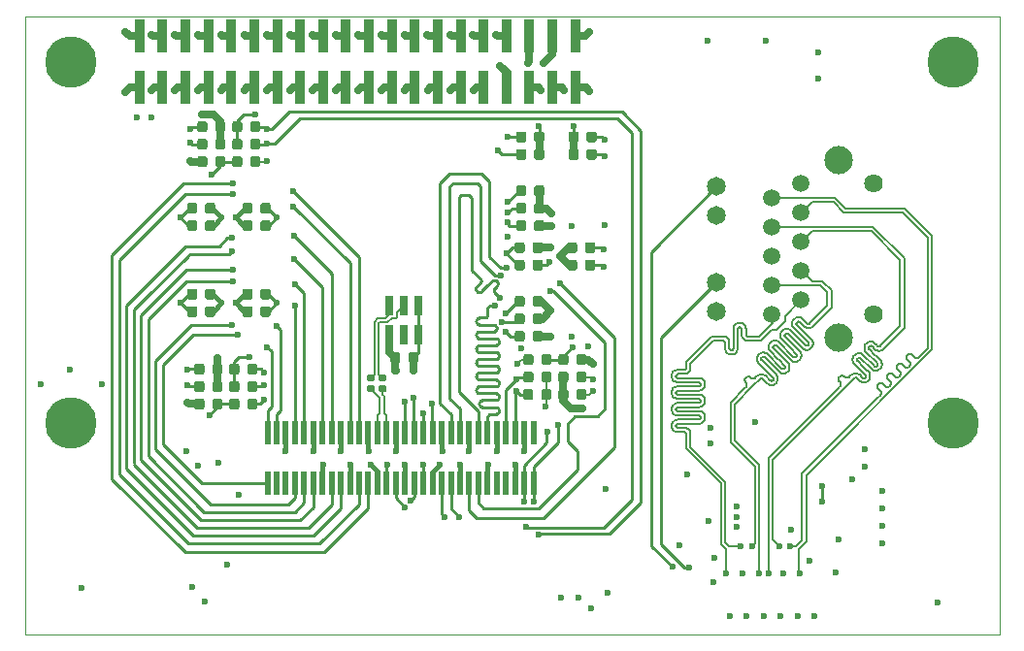
<source format=gbr>
G04 #@! TF.GenerationSoftware,KiCad,Pcbnew,5.1.5-52549c5~84~ubuntu18.04.1*
G04 #@! TF.CreationDate,2020-02-13T10:06:29-08:00*
G04 #@! TF.ProjectId,EthernetBoard,45746865-726e-4657-9442-6f6172642e6b,A*
G04 #@! TF.SameCoordinates,PX5f5e100PY5f5e100*
G04 #@! TF.FileFunction,Copper,L6,Bot*
G04 #@! TF.FilePolarity,Positive*
%FSLAX46Y46*%
G04 Gerber Fmt 4.6, Leading zero omitted, Abs format (unit mm)*
G04 Created by KiCad (PCBNEW 5.1.5-52549c5~84~ubuntu18.04.1) date 2020-02-13 10:06:29*
%MOMM*%
%LPD*%
G04 APERTURE LIST*
%ADD10C,0.100000*%
%ADD11C,2.475000*%
%ADD12C,1.625000*%
%ADD13C,1.650000*%
%ADD14C,1.509000*%
%ADD15C,0.150000*%
%ADD16C,4.500000*%
%ADD17R,0.800000X1.700000*%
%ADD18R,0.500000X2.000000*%
%ADD19R,0.890000X3.000000*%
%ADD20C,0.600000*%
%ADD21C,0.254000*%
%ADD22C,0.203200*%
%ADD23C,0.381000*%
%ADD24C,0.635000*%
%ADD25C,0.177800*%
%ADD26C,0.203000*%
G04 APERTURE END LIST*
D10*
X0Y-54000000D02*
X84999492Y-54000000D01*
X84999492Y0D02*
X84999492Y-54000000D01*
X0Y-54000000D02*
X0Y0D01*
X0Y0D02*
X84999492Y0D01*
D11*
X70993500Y-12587500D03*
X70993500Y-28077500D03*
D12*
X74053500Y-14617500D03*
X74053500Y-26047500D03*
D13*
X60333500Y-25797500D03*
X60333500Y-23257500D03*
X60333500Y-17407500D03*
X60333500Y-14867500D03*
D14*
X65163500Y-26047500D03*
X67703500Y-24777500D03*
X65163500Y-23507500D03*
X67703500Y-22237500D03*
X65163500Y-20967500D03*
X67703500Y-19697500D03*
X65163500Y-18427500D03*
X67703500Y-17157500D03*
X65163500Y-15887500D03*
X67703500Y-14617500D03*
G04 #@! TA.AperFunction,SMDPad,CuDef*
D15*
G36*
X30362158Y-31262810D02*
G01*
X30376476Y-31264934D01*
X30390517Y-31268451D01*
X30404146Y-31273328D01*
X30417231Y-31279517D01*
X30429647Y-31286958D01*
X30441273Y-31295581D01*
X30451998Y-31305302D01*
X30461719Y-31316027D01*
X30470342Y-31327653D01*
X30477783Y-31340069D01*
X30483972Y-31353154D01*
X30488849Y-31366783D01*
X30492366Y-31380824D01*
X30494490Y-31395142D01*
X30495200Y-31409600D01*
X30495200Y-31704600D01*
X30494490Y-31719058D01*
X30492366Y-31733376D01*
X30488849Y-31747417D01*
X30483972Y-31761046D01*
X30477783Y-31774131D01*
X30470342Y-31786547D01*
X30461719Y-31798173D01*
X30451998Y-31808898D01*
X30441273Y-31818619D01*
X30429647Y-31827242D01*
X30417231Y-31834683D01*
X30404146Y-31840872D01*
X30390517Y-31845749D01*
X30376476Y-31849266D01*
X30362158Y-31851390D01*
X30347700Y-31852100D01*
X30002700Y-31852100D01*
X29988242Y-31851390D01*
X29973924Y-31849266D01*
X29959883Y-31845749D01*
X29946254Y-31840872D01*
X29933169Y-31834683D01*
X29920753Y-31827242D01*
X29909127Y-31818619D01*
X29898402Y-31808898D01*
X29888681Y-31798173D01*
X29880058Y-31786547D01*
X29872617Y-31774131D01*
X29866428Y-31761046D01*
X29861551Y-31747417D01*
X29858034Y-31733376D01*
X29855910Y-31719058D01*
X29855200Y-31704600D01*
X29855200Y-31409600D01*
X29855910Y-31395142D01*
X29858034Y-31380824D01*
X29861551Y-31366783D01*
X29866428Y-31353154D01*
X29872617Y-31340069D01*
X29880058Y-31327653D01*
X29888681Y-31316027D01*
X29898402Y-31305302D01*
X29909127Y-31295581D01*
X29920753Y-31286958D01*
X29933169Y-31279517D01*
X29946254Y-31273328D01*
X29959883Y-31268451D01*
X29973924Y-31264934D01*
X29988242Y-31262810D01*
X30002700Y-31262100D01*
X30347700Y-31262100D01*
X30362158Y-31262810D01*
G37*
G04 #@! TD.AperFunction*
G04 #@! TA.AperFunction,SMDPad,CuDef*
G36*
X30362158Y-32232810D02*
G01*
X30376476Y-32234934D01*
X30390517Y-32238451D01*
X30404146Y-32243328D01*
X30417231Y-32249517D01*
X30429647Y-32256958D01*
X30441273Y-32265581D01*
X30451998Y-32275302D01*
X30461719Y-32286027D01*
X30470342Y-32297653D01*
X30477783Y-32310069D01*
X30483972Y-32323154D01*
X30488849Y-32336783D01*
X30492366Y-32350824D01*
X30494490Y-32365142D01*
X30495200Y-32379600D01*
X30495200Y-32674600D01*
X30494490Y-32689058D01*
X30492366Y-32703376D01*
X30488849Y-32717417D01*
X30483972Y-32731046D01*
X30477783Y-32744131D01*
X30470342Y-32756547D01*
X30461719Y-32768173D01*
X30451998Y-32778898D01*
X30441273Y-32788619D01*
X30429647Y-32797242D01*
X30417231Y-32804683D01*
X30404146Y-32810872D01*
X30390517Y-32815749D01*
X30376476Y-32819266D01*
X30362158Y-32821390D01*
X30347700Y-32822100D01*
X30002700Y-32822100D01*
X29988242Y-32821390D01*
X29973924Y-32819266D01*
X29959883Y-32815749D01*
X29946254Y-32810872D01*
X29933169Y-32804683D01*
X29920753Y-32797242D01*
X29909127Y-32788619D01*
X29898402Y-32778898D01*
X29888681Y-32768173D01*
X29880058Y-32756547D01*
X29872617Y-32744131D01*
X29866428Y-32731046D01*
X29861551Y-32717417D01*
X29858034Y-32703376D01*
X29855910Y-32689058D01*
X29855200Y-32674600D01*
X29855200Y-32379600D01*
X29855910Y-32365142D01*
X29858034Y-32350824D01*
X29861551Y-32336783D01*
X29866428Y-32323154D01*
X29872617Y-32310069D01*
X29880058Y-32297653D01*
X29888681Y-32286027D01*
X29898402Y-32275302D01*
X29909127Y-32265581D01*
X29920753Y-32256958D01*
X29933169Y-32249517D01*
X29946254Y-32243328D01*
X29959883Y-32238451D01*
X29973924Y-32234934D01*
X29988242Y-32232810D01*
X30002700Y-32232100D01*
X30347700Y-32232100D01*
X30362158Y-32232810D01*
G37*
G04 #@! TD.AperFunction*
G04 #@! TA.AperFunction,SMDPad,CuDef*
G36*
X31377958Y-31262810D02*
G01*
X31392276Y-31264934D01*
X31406317Y-31268451D01*
X31419946Y-31273328D01*
X31433031Y-31279517D01*
X31445447Y-31286958D01*
X31457073Y-31295581D01*
X31467798Y-31305302D01*
X31477519Y-31316027D01*
X31486142Y-31327653D01*
X31493583Y-31340069D01*
X31499772Y-31353154D01*
X31504649Y-31366783D01*
X31508166Y-31380824D01*
X31510290Y-31395142D01*
X31511000Y-31409600D01*
X31511000Y-31704600D01*
X31510290Y-31719058D01*
X31508166Y-31733376D01*
X31504649Y-31747417D01*
X31499772Y-31761046D01*
X31493583Y-31774131D01*
X31486142Y-31786547D01*
X31477519Y-31798173D01*
X31467798Y-31808898D01*
X31457073Y-31818619D01*
X31445447Y-31827242D01*
X31433031Y-31834683D01*
X31419946Y-31840872D01*
X31406317Y-31845749D01*
X31392276Y-31849266D01*
X31377958Y-31851390D01*
X31363500Y-31852100D01*
X31018500Y-31852100D01*
X31004042Y-31851390D01*
X30989724Y-31849266D01*
X30975683Y-31845749D01*
X30962054Y-31840872D01*
X30948969Y-31834683D01*
X30936553Y-31827242D01*
X30924927Y-31818619D01*
X30914202Y-31808898D01*
X30904481Y-31798173D01*
X30895858Y-31786547D01*
X30888417Y-31774131D01*
X30882228Y-31761046D01*
X30877351Y-31747417D01*
X30873834Y-31733376D01*
X30871710Y-31719058D01*
X30871000Y-31704600D01*
X30871000Y-31409600D01*
X30871710Y-31395142D01*
X30873834Y-31380824D01*
X30877351Y-31366783D01*
X30882228Y-31353154D01*
X30888417Y-31340069D01*
X30895858Y-31327653D01*
X30904481Y-31316027D01*
X30914202Y-31305302D01*
X30924927Y-31295581D01*
X30936553Y-31286958D01*
X30948969Y-31279517D01*
X30962054Y-31273328D01*
X30975683Y-31268451D01*
X30989724Y-31264934D01*
X31004042Y-31262810D01*
X31018500Y-31262100D01*
X31363500Y-31262100D01*
X31377958Y-31262810D01*
G37*
G04 #@! TD.AperFunction*
G04 #@! TA.AperFunction,SMDPad,CuDef*
G36*
X31377958Y-32232810D02*
G01*
X31392276Y-32234934D01*
X31406317Y-32238451D01*
X31419946Y-32243328D01*
X31433031Y-32249517D01*
X31445447Y-32256958D01*
X31457073Y-32265581D01*
X31467798Y-32275302D01*
X31477519Y-32286027D01*
X31486142Y-32297653D01*
X31493583Y-32310069D01*
X31499772Y-32323154D01*
X31504649Y-32336783D01*
X31508166Y-32350824D01*
X31510290Y-32365142D01*
X31511000Y-32379600D01*
X31511000Y-32674600D01*
X31510290Y-32689058D01*
X31508166Y-32703376D01*
X31504649Y-32717417D01*
X31499772Y-32731046D01*
X31493583Y-32744131D01*
X31486142Y-32756547D01*
X31477519Y-32768173D01*
X31467798Y-32778898D01*
X31457073Y-32788619D01*
X31445447Y-32797242D01*
X31433031Y-32804683D01*
X31419946Y-32810872D01*
X31406317Y-32815749D01*
X31392276Y-32819266D01*
X31377958Y-32821390D01*
X31363500Y-32822100D01*
X31018500Y-32822100D01*
X31004042Y-32821390D01*
X30989724Y-32819266D01*
X30975683Y-32815749D01*
X30962054Y-32810872D01*
X30948969Y-32804683D01*
X30936553Y-32797242D01*
X30924927Y-32788619D01*
X30914202Y-32778898D01*
X30904481Y-32768173D01*
X30895858Y-32756547D01*
X30888417Y-32744131D01*
X30882228Y-32731046D01*
X30877351Y-32717417D01*
X30873834Y-32703376D01*
X30871710Y-32689058D01*
X30871000Y-32674600D01*
X30871000Y-32379600D01*
X30871710Y-32365142D01*
X30873834Y-32350824D01*
X30877351Y-32336783D01*
X30882228Y-32323154D01*
X30888417Y-32310069D01*
X30895858Y-32297653D01*
X30904481Y-32286027D01*
X30914202Y-32275302D01*
X30924927Y-32265581D01*
X30936553Y-32256958D01*
X30948969Y-32249517D01*
X30962054Y-32243328D01*
X30975683Y-32238451D01*
X30989724Y-32234934D01*
X31004042Y-32232810D01*
X31018500Y-32232100D01*
X31363500Y-32232100D01*
X31377958Y-32232810D01*
G37*
G04 #@! TD.AperFunction*
D16*
X81000000Y-35500000D03*
X4000000Y-35500000D03*
X81000000Y-4000000D03*
X4000000Y-4000000D03*
D17*
X34353500Y-25243000D03*
X33083500Y-25243000D03*
X31813500Y-25243000D03*
X31813500Y-27843000D03*
X33083500Y-27843000D03*
X34353500Y-27843000D03*
G04 #@! TA.AperFunction,SMDPad,CuDef*
D15*
G36*
X15708691Y-9178053D02*
G01*
X15729926Y-9181203D01*
X15750750Y-9186419D01*
X15770962Y-9193651D01*
X15790368Y-9202830D01*
X15808781Y-9213866D01*
X15826024Y-9226654D01*
X15841930Y-9241070D01*
X15856346Y-9256976D01*
X15869134Y-9274219D01*
X15880170Y-9292632D01*
X15889349Y-9312038D01*
X15896581Y-9332250D01*
X15901797Y-9353074D01*
X15904947Y-9374309D01*
X15906000Y-9395750D01*
X15906000Y-9908250D01*
X15904947Y-9929691D01*
X15901797Y-9950926D01*
X15896581Y-9971750D01*
X15889349Y-9991962D01*
X15880170Y-10011368D01*
X15869134Y-10029781D01*
X15856346Y-10047024D01*
X15841930Y-10062930D01*
X15826024Y-10077346D01*
X15808781Y-10090134D01*
X15790368Y-10101170D01*
X15770962Y-10110349D01*
X15750750Y-10117581D01*
X15729926Y-10122797D01*
X15708691Y-10125947D01*
X15687250Y-10127000D01*
X15249750Y-10127000D01*
X15228309Y-10125947D01*
X15207074Y-10122797D01*
X15186250Y-10117581D01*
X15166038Y-10110349D01*
X15146632Y-10101170D01*
X15128219Y-10090134D01*
X15110976Y-10077346D01*
X15095070Y-10062930D01*
X15080654Y-10047024D01*
X15067866Y-10029781D01*
X15056830Y-10011368D01*
X15047651Y-9991962D01*
X15040419Y-9971750D01*
X15035203Y-9950926D01*
X15032053Y-9929691D01*
X15031000Y-9908250D01*
X15031000Y-9395750D01*
X15032053Y-9374309D01*
X15035203Y-9353074D01*
X15040419Y-9332250D01*
X15047651Y-9312038D01*
X15056830Y-9292632D01*
X15067866Y-9274219D01*
X15080654Y-9256976D01*
X15095070Y-9241070D01*
X15110976Y-9226654D01*
X15128219Y-9213866D01*
X15146632Y-9202830D01*
X15166038Y-9193651D01*
X15186250Y-9186419D01*
X15207074Y-9181203D01*
X15228309Y-9178053D01*
X15249750Y-9177000D01*
X15687250Y-9177000D01*
X15708691Y-9178053D01*
G37*
G04 #@! TD.AperFunction*
G04 #@! TA.AperFunction,SMDPad,CuDef*
G36*
X17283691Y-9178053D02*
G01*
X17304926Y-9181203D01*
X17325750Y-9186419D01*
X17345962Y-9193651D01*
X17365368Y-9202830D01*
X17383781Y-9213866D01*
X17401024Y-9226654D01*
X17416930Y-9241070D01*
X17431346Y-9256976D01*
X17444134Y-9274219D01*
X17455170Y-9292632D01*
X17464349Y-9312038D01*
X17471581Y-9332250D01*
X17476797Y-9353074D01*
X17479947Y-9374309D01*
X17481000Y-9395750D01*
X17481000Y-9908250D01*
X17479947Y-9929691D01*
X17476797Y-9950926D01*
X17471581Y-9971750D01*
X17464349Y-9991962D01*
X17455170Y-10011368D01*
X17444134Y-10029781D01*
X17431346Y-10047024D01*
X17416930Y-10062930D01*
X17401024Y-10077346D01*
X17383781Y-10090134D01*
X17365368Y-10101170D01*
X17345962Y-10110349D01*
X17325750Y-10117581D01*
X17304926Y-10122797D01*
X17283691Y-10125947D01*
X17262250Y-10127000D01*
X16824750Y-10127000D01*
X16803309Y-10125947D01*
X16782074Y-10122797D01*
X16761250Y-10117581D01*
X16741038Y-10110349D01*
X16721632Y-10101170D01*
X16703219Y-10090134D01*
X16685976Y-10077346D01*
X16670070Y-10062930D01*
X16655654Y-10047024D01*
X16642866Y-10029781D01*
X16631830Y-10011368D01*
X16622651Y-9991962D01*
X16615419Y-9971750D01*
X16610203Y-9950926D01*
X16607053Y-9929691D01*
X16606000Y-9908250D01*
X16606000Y-9395750D01*
X16607053Y-9374309D01*
X16610203Y-9353074D01*
X16615419Y-9332250D01*
X16622651Y-9312038D01*
X16631830Y-9292632D01*
X16642866Y-9274219D01*
X16655654Y-9256976D01*
X16670070Y-9241070D01*
X16685976Y-9226654D01*
X16703219Y-9213866D01*
X16721632Y-9202830D01*
X16741038Y-9193651D01*
X16761250Y-9186419D01*
X16782074Y-9181203D01*
X16803309Y-9178053D01*
X16824750Y-9177000D01*
X17262250Y-9177000D01*
X17283691Y-9178053D01*
G37*
G04 #@! TD.AperFunction*
G04 #@! TA.AperFunction,SMDPad,CuDef*
G36*
X15708691Y-10702053D02*
G01*
X15729926Y-10705203D01*
X15750750Y-10710419D01*
X15770962Y-10717651D01*
X15790368Y-10726830D01*
X15808781Y-10737866D01*
X15826024Y-10750654D01*
X15841930Y-10765070D01*
X15856346Y-10780976D01*
X15869134Y-10798219D01*
X15880170Y-10816632D01*
X15889349Y-10836038D01*
X15896581Y-10856250D01*
X15901797Y-10877074D01*
X15904947Y-10898309D01*
X15906000Y-10919750D01*
X15906000Y-11432250D01*
X15904947Y-11453691D01*
X15901797Y-11474926D01*
X15896581Y-11495750D01*
X15889349Y-11515962D01*
X15880170Y-11535368D01*
X15869134Y-11553781D01*
X15856346Y-11571024D01*
X15841930Y-11586930D01*
X15826024Y-11601346D01*
X15808781Y-11614134D01*
X15790368Y-11625170D01*
X15770962Y-11634349D01*
X15750750Y-11641581D01*
X15729926Y-11646797D01*
X15708691Y-11649947D01*
X15687250Y-11651000D01*
X15249750Y-11651000D01*
X15228309Y-11649947D01*
X15207074Y-11646797D01*
X15186250Y-11641581D01*
X15166038Y-11634349D01*
X15146632Y-11625170D01*
X15128219Y-11614134D01*
X15110976Y-11601346D01*
X15095070Y-11586930D01*
X15080654Y-11571024D01*
X15067866Y-11553781D01*
X15056830Y-11535368D01*
X15047651Y-11515962D01*
X15040419Y-11495750D01*
X15035203Y-11474926D01*
X15032053Y-11453691D01*
X15031000Y-11432250D01*
X15031000Y-10919750D01*
X15032053Y-10898309D01*
X15035203Y-10877074D01*
X15040419Y-10856250D01*
X15047651Y-10836038D01*
X15056830Y-10816632D01*
X15067866Y-10798219D01*
X15080654Y-10780976D01*
X15095070Y-10765070D01*
X15110976Y-10750654D01*
X15128219Y-10737866D01*
X15146632Y-10726830D01*
X15166038Y-10717651D01*
X15186250Y-10710419D01*
X15207074Y-10705203D01*
X15228309Y-10702053D01*
X15249750Y-10701000D01*
X15687250Y-10701000D01*
X15708691Y-10702053D01*
G37*
G04 #@! TD.AperFunction*
G04 #@! TA.AperFunction,SMDPad,CuDef*
G36*
X17283691Y-10702053D02*
G01*
X17304926Y-10705203D01*
X17325750Y-10710419D01*
X17345962Y-10717651D01*
X17365368Y-10726830D01*
X17383781Y-10737866D01*
X17401024Y-10750654D01*
X17416930Y-10765070D01*
X17431346Y-10780976D01*
X17444134Y-10798219D01*
X17455170Y-10816632D01*
X17464349Y-10836038D01*
X17471581Y-10856250D01*
X17476797Y-10877074D01*
X17479947Y-10898309D01*
X17481000Y-10919750D01*
X17481000Y-11432250D01*
X17479947Y-11453691D01*
X17476797Y-11474926D01*
X17471581Y-11495750D01*
X17464349Y-11515962D01*
X17455170Y-11535368D01*
X17444134Y-11553781D01*
X17431346Y-11571024D01*
X17416930Y-11586930D01*
X17401024Y-11601346D01*
X17383781Y-11614134D01*
X17365368Y-11625170D01*
X17345962Y-11634349D01*
X17325750Y-11641581D01*
X17304926Y-11646797D01*
X17283691Y-11649947D01*
X17262250Y-11651000D01*
X16824750Y-11651000D01*
X16803309Y-11649947D01*
X16782074Y-11646797D01*
X16761250Y-11641581D01*
X16741038Y-11634349D01*
X16721632Y-11625170D01*
X16703219Y-11614134D01*
X16685976Y-11601346D01*
X16670070Y-11586930D01*
X16655654Y-11571024D01*
X16642866Y-11553781D01*
X16631830Y-11535368D01*
X16622651Y-11515962D01*
X16615419Y-11495750D01*
X16610203Y-11474926D01*
X16607053Y-11453691D01*
X16606000Y-11432250D01*
X16606000Y-10919750D01*
X16607053Y-10898309D01*
X16610203Y-10877074D01*
X16615419Y-10856250D01*
X16622651Y-10836038D01*
X16631830Y-10816632D01*
X16642866Y-10798219D01*
X16655654Y-10780976D01*
X16670070Y-10765070D01*
X16685976Y-10750654D01*
X16703219Y-10737866D01*
X16721632Y-10726830D01*
X16741038Y-10717651D01*
X16761250Y-10710419D01*
X16782074Y-10705203D01*
X16803309Y-10702053D01*
X16824750Y-10701000D01*
X17262250Y-10701000D01*
X17283691Y-10702053D01*
G37*
G04 #@! TD.AperFunction*
G04 #@! TA.AperFunction,SMDPad,CuDef*
G36*
X17283691Y-12226053D02*
G01*
X17304926Y-12229203D01*
X17325750Y-12234419D01*
X17345962Y-12241651D01*
X17365368Y-12250830D01*
X17383781Y-12261866D01*
X17401024Y-12274654D01*
X17416930Y-12289070D01*
X17431346Y-12304976D01*
X17444134Y-12322219D01*
X17455170Y-12340632D01*
X17464349Y-12360038D01*
X17471581Y-12380250D01*
X17476797Y-12401074D01*
X17479947Y-12422309D01*
X17481000Y-12443750D01*
X17481000Y-12956250D01*
X17479947Y-12977691D01*
X17476797Y-12998926D01*
X17471581Y-13019750D01*
X17464349Y-13039962D01*
X17455170Y-13059368D01*
X17444134Y-13077781D01*
X17431346Y-13095024D01*
X17416930Y-13110930D01*
X17401024Y-13125346D01*
X17383781Y-13138134D01*
X17365368Y-13149170D01*
X17345962Y-13158349D01*
X17325750Y-13165581D01*
X17304926Y-13170797D01*
X17283691Y-13173947D01*
X17262250Y-13175000D01*
X16824750Y-13175000D01*
X16803309Y-13173947D01*
X16782074Y-13170797D01*
X16761250Y-13165581D01*
X16741038Y-13158349D01*
X16721632Y-13149170D01*
X16703219Y-13138134D01*
X16685976Y-13125346D01*
X16670070Y-13110930D01*
X16655654Y-13095024D01*
X16642866Y-13077781D01*
X16631830Y-13059368D01*
X16622651Y-13039962D01*
X16615419Y-13019750D01*
X16610203Y-12998926D01*
X16607053Y-12977691D01*
X16606000Y-12956250D01*
X16606000Y-12443750D01*
X16607053Y-12422309D01*
X16610203Y-12401074D01*
X16615419Y-12380250D01*
X16622651Y-12360038D01*
X16631830Y-12340632D01*
X16642866Y-12322219D01*
X16655654Y-12304976D01*
X16670070Y-12289070D01*
X16685976Y-12274654D01*
X16703219Y-12261866D01*
X16721632Y-12250830D01*
X16741038Y-12241651D01*
X16761250Y-12234419D01*
X16782074Y-12229203D01*
X16803309Y-12226053D01*
X16824750Y-12225000D01*
X17262250Y-12225000D01*
X17283691Y-12226053D01*
G37*
G04 #@! TD.AperFunction*
G04 #@! TA.AperFunction,SMDPad,CuDef*
G36*
X15708691Y-12226053D02*
G01*
X15729926Y-12229203D01*
X15750750Y-12234419D01*
X15770962Y-12241651D01*
X15790368Y-12250830D01*
X15808781Y-12261866D01*
X15826024Y-12274654D01*
X15841930Y-12289070D01*
X15856346Y-12304976D01*
X15869134Y-12322219D01*
X15880170Y-12340632D01*
X15889349Y-12360038D01*
X15896581Y-12380250D01*
X15901797Y-12401074D01*
X15904947Y-12422309D01*
X15906000Y-12443750D01*
X15906000Y-12956250D01*
X15904947Y-12977691D01*
X15901797Y-12998926D01*
X15896581Y-13019750D01*
X15889349Y-13039962D01*
X15880170Y-13059368D01*
X15869134Y-13077781D01*
X15856346Y-13095024D01*
X15841930Y-13110930D01*
X15826024Y-13125346D01*
X15808781Y-13138134D01*
X15790368Y-13149170D01*
X15770962Y-13158349D01*
X15750750Y-13165581D01*
X15729926Y-13170797D01*
X15708691Y-13173947D01*
X15687250Y-13175000D01*
X15249750Y-13175000D01*
X15228309Y-13173947D01*
X15207074Y-13170797D01*
X15186250Y-13165581D01*
X15166038Y-13158349D01*
X15146632Y-13149170D01*
X15128219Y-13138134D01*
X15110976Y-13125346D01*
X15095070Y-13110930D01*
X15080654Y-13095024D01*
X15067866Y-13077781D01*
X15056830Y-13059368D01*
X15047651Y-13039962D01*
X15040419Y-13019750D01*
X15035203Y-12998926D01*
X15032053Y-12977691D01*
X15031000Y-12956250D01*
X15031000Y-12443750D01*
X15032053Y-12422309D01*
X15035203Y-12401074D01*
X15040419Y-12380250D01*
X15047651Y-12360038D01*
X15056830Y-12340632D01*
X15067866Y-12322219D01*
X15080654Y-12304976D01*
X15095070Y-12289070D01*
X15110976Y-12274654D01*
X15128219Y-12261866D01*
X15146632Y-12250830D01*
X15166038Y-12241651D01*
X15186250Y-12234419D01*
X15207074Y-12229203D01*
X15228309Y-12226053D01*
X15249750Y-12225000D01*
X15687250Y-12225000D01*
X15708691Y-12226053D01*
G37*
G04 #@! TD.AperFunction*
G04 #@! TA.AperFunction,SMDPad,CuDef*
G36*
X20331691Y-9178053D02*
G01*
X20352926Y-9181203D01*
X20373750Y-9186419D01*
X20393962Y-9193651D01*
X20413368Y-9202830D01*
X20431781Y-9213866D01*
X20449024Y-9226654D01*
X20464930Y-9241070D01*
X20479346Y-9256976D01*
X20492134Y-9274219D01*
X20503170Y-9292632D01*
X20512349Y-9312038D01*
X20519581Y-9332250D01*
X20524797Y-9353074D01*
X20527947Y-9374309D01*
X20529000Y-9395750D01*
X20529000Y-9908250D01*
X20527947Y-9929691D01*
X20524797Y-9950926D01*
X20519581Y-9971750D01*
X20512349Y-9991962D01*
X20503170Y-10011368D01*
X20492134Y-10029781D01*
X20479346Y-10047024D01*
X20464930Y-10062930D01*
X20449024Y-10077346D01*
X20431781Y-10090134D01*
X20413368Y-10101170D01*
X20393962Y-10110349D01*
X20373750Y-10117581D01*
X20352926Y-10122797D01*
X20331691Y-10125947D01*
X20310250Y-10127000D01*
X19872750Y-10127000D01*
X19851309Y-10125947D01*
X19830074Y-10122797D01*
X19809250Y-10117581D01*
X19789038Y-10110349D01*
X19769632Y-10101170D01*
X19751219Y-10090134D01*
X19733976Y-10077346D01*
X19718070Y-10062930D01*
X19703654Y-10047024D01*
X19690866Y-10029781D01*
X19679830Y-10011368D01*
X19670651Y-9991962D01*
X19663419Y-9971750D01*
X19658203Y-9950926D01*
X19655053Y-9929691D01*
X19654000Y-9908250D01*
X19654000Y-9395750D01*
X19655053Y-9374309D01*
X19658203Y-9353074D01*
X19663419Y-9332250D01*
X19670651Y-9312038D01*
X19679830Y-9292632D01*
X19690866Y-9274219D01*
X19703654Y-9256976D01*
X19718070Y-9241070D01*
X19733976Y-9226654D01*
X19751219Y-9213866D01*
X19769632Y-9202830D01*
X19789038Y-9193651D01*
X19809250Y-9186419D01*
X19830074Y-9181203D01*
X19851309Y-9178053D01*
X19872750Y-9177000D01*
X20310250Y-9177000D01*
X20331691Y-9178053D01*
G37*
G04 #@! TD.AperFunction*
G04 #@! TA.AperFunction,SMDPad,CuDef*
G36*
X18756691Y-9178053D02*
G01*
X18777926Y-9181203D01*
X18798750Y-9186419D01*
X18818962Y-9193651D01*
X18838368Y-9202830D01*
X18856781Y-9213866D01*
X18874024Y-9226654D01*
X18889930Y-9241070D01*
X18904346Y-9256976D01*
X18917134Y-9274219D01*
X18928170Y-9292632D01*
X18937349Y-9312038D01*
X18944581Y-9332250D01*
X18949797Y-9353074D01*
X18952947Y-9374309D01*
X18954000Y-9395750D01*
X18954000Y-9908250D01*
X18952947Y-9929691D01*
X18949797Y-9950926D01*
X18944581Y-9971750D01*
X18937349Y-9991962D01*
X18928170Y-10011368D01*
X18917134Y-10029781D01*
X18904346Y-10047024D01*
X18889930Y-10062930D01*
X18874024Y-10077346D01*
X18856781Y-10090134D01*
X18838368Y-10101170D01*
X18818962Y-10110349D01*
X18798750Y-10117581D01*
X18777926Y-10122797D01*
X18756691Y-10125947D01*
X18735250Y-10127000D01*
X18297750Y-10127000D01*
X18276309Y-10125947D01*
X18255074Y-10122797D01*
X18234250Y-10117581D01*
X18214038Y-10110349D01*
X18194632Y-10101170D01*
X18176219Y-10090134D01*
X18158976Y-10077346D01*
X18143070Y-10062930D01*
X18128654Y-10047024D01*
X18115866Y-10029781D01*
X18104830Y-10011368D01*
X18095651Y-9991962D01*
X18088419Y-9971750D01*
X18083203Y-9950926D01*
X18080053Y-9929691D01*
X18079000Y-9908250D01*
X18079000Y-9395750D01*
X18080053Y-9374309D01*
X18083203Y-9353074D01*
X18088419Y-9332250D01*
X18095651Y-9312038D01*
X18104830Y-9292632D01*
X18115866Y-9274219D01*
X18128654Y-9256976D01*
X18143070Y-9241070D01*
X18158976Y-9226654D01*
X18176219Y-9213866D01*
X18194632Y-9202830D01*
X18214038Y-9193651D01*
X18234250Y-9186419D01*
X18255074Y-9181203D01*
X18276309Y-9178053D01*
X18297750Y-9177000D01*
X18735250Y-9177000D01*
X18756691Y-9178053D01*
G37*
G04 #@! TD.AperFunction*
G04 #@! TA.AperFunction,SMDPad,CuDef*
G36*
X20331691Y-10702053D02*
G01*
X20352926Y-10705203D01*
X20373750Y-10710419D01*
X20393962Y-10717651D01*
X20413368Y-10726830D01*
X20431781Y-10737866D01*
X20449024Y-10750654D01*
X20464930Y-10765070D01*
X20479346Y-10780976D01*
X20492134Y-10798219D01*
X20503170Y-10816632D01*
X20512349Y-10836038D01*
X20519581Y-10856250D01*
X20524797Y-10877074D01*
X20527947Y-10898309D01*
X20529000Y-10919750D01*
X20529000Y-11432250D01*
X20527947Y-11453691D01*
X20524797Y-11474926D01*
X20519581Y-11495750D01*
X20512349Y-11515962D01*
X20503170Y-11535368D01*
X20492134Y-11553781D01*
X20479346Y-11571024D01*
X20464930Y-11586930D01*
X20449024Y-11601346D01*
X20431781Y-11614134D01*
X20413368Y-11625170D01*
X20393962Y-11634349D01*
X20373750Y-11641581D01*
X20352926Y-11646797D01*
X20331691Y-11649947D01*
X20310250Y-11651000D01*
X19872750Y-11651000D01*
X19851309Y-11649947D01*
X19830074Y-11646797D01*
X19809250Y-11641581D01*
X19789038Y-11634349D01*
X19769632Y-11625170D01*
X19751219Y-11614134D01*
X19733976Y-11601346D01*
X19718070Y-11586930D01*
X19703654Y-11571024D01*
X19690866Y-11553781D01*
X19679830Y-11535368D01*
X19670651Y-11515962D01*
X19663419Y-11495750D01*
X19658203Y-11474926D01*
X19655053Y-11453691D01*
X19654000Y-11432250D01*
X19654000Y-10919750D01*
X19655053Y-10898309D01*
X19658203Y-10877074D01*
X19663419Y-10856250D01*
X19670651Y-10836038D01*
X19679830Y-10816632D01*
X19690866Y-10798219D01*
X19703654Y-10780976D01*
X19718070Y-10765070D01*
X19733976Y-10750654D01*
X19751219Y-10737866D01*
X19769632Y-10726830D01*
X19789038Y-10717651D01*
X19809250Y-10710419D01*
X19830074Y-10705203D01*
X19851309Y-10702053D01*
X19872750Y-10701000D01*
X20310250Y-10701000D01*
X20331691Y-10702053D01*
G37*
G04 #@! TD.AperFunction*
G04 #@! TA.AperFunction,SMDPad,CuDef*
G36*
X18756691Y-10702053D02*
G01*
X18777926Y-10705203D01*
X18798750Y-10710419D01*
X18818962Y-10717651D01*
X18838368Y-10726830D01*
X18856781Y-10737866D01*
X18874024Y-10750654D01*
X18889930Y-10765070D01*
X18904346Y-10780976D01*
X18917134Y-10798219D01*
X18928170Y-10816632D01*
X18937349Y-10836038D01*
X18944581Y-10856250D01*
X18949797Y-10877074D01*
X18952947Y-10898309D01*
X18954000Y-10919750D01*
X18954000Y-11432250D01*
X18952947Y-11453691D01*
X18949797Y-11474926D01*
X18944581Y-11495750D01*
X18937349Y-11515962D01*
X18928170Y-11535368D01*
X18917134Y-11553781D01*
X18904346Y-11571024D01*
X18889930Y-11586930D01*
X18874024Y-11601346D01*
X18856781Y-11614134D01*
X18838368Y-11625170D01*
X18818962Y-11634349D01*
X18798750Y-11641581D01*
X18777926Y-11646797D01*
X18756691Y-11649947D01*
X18735250Y-11651000D01*
X18297750Y-11651000D01*
X18276309Y-11649947D01*
X18255074Y-11646797D01*
X18234250Y-11641581D01*
X18214038Y-11634349D01*
X18194632Y-11625170D01*
X18176219Y-11614134D01*
X18158976Y-11601346D01*
X18143070Y-11586930D01*
X18128654Y-11571024D01*
X18115866Y-11553781D01*
X18104830Y-11535368D01*
X18095651Y-11515962D01*
X18088419Y-11495750D01*
X18083203Y-11474926D01*
X18080053Y-11453691D01*
X18079000Y-11432250D01*
X18079000Y-10919750D01*
X18080053Y-10898309D01*
X18083203Y-10877074D01*
X18088419Y-10856250D01*
X18095651Y-10836038D01*
X18104830Y-10816632D01*
X18115866Y-10798219D01*
X18128654Y-10780976D01*
X18143070Y-10765070D01*
X18158976Y-10750654D01*
X18176219Y-10737866D01*
X18194632Y-10726830D01*
X18214038Y-10717651D01*
X18234250Y-10710419D01*
X18255074Y-10705203D01*
X18276309Y-10702053D01*
X18297750Y-10701000D01*
X18735250Y-10701000D01*
X18756691Y-10702053D01*
G37*
G04 #@! TD.AperFunction*
G04 #@! TA.AperFunction,SMDPad,CuDef*
G36*
X48779691Y-32546053D02*
G01*
X48800926Y-32549203D01*
X48821750Y-32554419D01*
X48841962Y-32561651D01*
X48861368Y-32570830D01*
X48879781Y-32581866D01*
X48897024Y-32594654D01*
X48912930Y-32609070D01*
X48927346Y-32624976D01*
X48940134Y-32642219D01*
X48951170Y-32660632D01*
X48960349Y-32680038D01*
X48967581Y-32700250D01*
X48972797Y-32721074D01*
X48975947Y-32742309D01*
X48977000Y-32763750D01*
X48977000Y-33276250D01*
X48975947Y-33297691D01*
X48972797Y-33318926D01*
X48967581Y-33339750D01*
X48960349Y-33359962D01*
X48951170Y-33379368D01*
X48940134Y-33397781D01*
X48927346Y-33415024D01*
X48912930Y-33430930D01*
X48897024Y-33445346D01*
X48879781Y-33458134D01*
X48861368Y-33469170D01*
X48841962Y-33478349D01*
X48821750Y-33485581D01*
X48800926Y-33490797D01*
X48779691Y-33493947D01*
X48758250Y-33495000D01*
X48320750Y-33495000D01*
X48299309Y-33493947D01*
X48278074Y-33490797D01*
X48257250Y-33485581D01*
X48237038Y-33478349D01*
X48217632Y-33469170D01*
X48199219Y-33458134D01*
X48181976Y-33445346D01*
X48166070Y-33430930D01*
X48151654Y-33415024D01*
X48138866Y-33397781D01*
X48127830Y-33379368D01*
X48118651Y-33359962D01*
X48111419Y-33339750D01*
X48106203Y-33318926D01*
X48103053Y-33297691D01*
X48102000Y-33276250D01*
X48102000Y-32763750D01*
X48103053Y-32742309D01*
X48106203Y-32721074D01*
X48111419Y-32700250D01*
X48118651Y-32680038D01*
X48127830Y-32660632D01*
X48138866Y-32642219D01*
X48151654Y-32624976D01*
X48166070Y-32609070D01*
X48181976Y-32594654D01*
X48199219Y-32581866D01*
X48217632Y-32570830D01*
X48237038Y-32561651D01*
X48257250Y-32554419D01*
X48278074Y-32549203D01*
X48299309Y-32546053D01*
X48320750Y-32545000D01*
X48758250Y-32545000D01*
X48779691Y-32546053D01*
G37*
G04 #@! TD.AperFunction*
G04 #@! TA.AperFunction,SMDPad,CuDef*
G36*
X47204691Y-32546053D02*
G01*
X47225926Y-32549203D01*
X47246750Y-32554419D01*
X47266962Y-32561651D01*
X47286368Y-32570830D01*
X47304781Y-32581866D01*
X47322024Y-32594654D01*
X47337930Y-32609070D01*
X47352346Y-32624976D01*
X47365134Y-32642219D01*
X47376170Y-32660632D01*
X47385349Y-32680038D01*
X47392581Y-32700250D01*
X47397797Y-32721074D01*
X47400947Y-32742309D01*
X47402000Y-32763750D01*
X47402000Y-33276250D01*
X47400947Y-33297691D01*
X47397797Y-33318926D01*
X47392581Y-33339750D01*
X47385349Y-33359962D01*
X47376170Y-33379368D01*
X47365134Y-33397781D01*
X47352346Y-33415024D01*
X47337930Y-33430930D01*
X47322024Y-33445346D01*
X47304781Y-33458134D01*
X47286368Y-33469170D01*
X47266962Y-33478349D01*
X47246750Y-33485581D01*
X47225926Y-33490797D01*
X47204691Y-33493947D01*
X47183250Y-33495000D01*
X46745750Y-33495000D01*
X46724309Y-33493947D01*
X46703074Y-33490797D01*
X46682250Y-33485581D01*
X46662038Y-33478349D01*
X46642632Y-33469170D01*
X46624219Y-33458134D01*
X46606976Y-33445346D01*
X46591070Y-33430930D01*
X46576654Y-33415024D01*
X46563866Y-33397781D01*
X46552830Y-33379368D01*
X46543651Y-33359962D01*
X46536419Y-33339750D01*
X46531203Y-33318926D01*
X46528053Y-33297691D01*
X46527000Y-33276250D01*
X46527000Y-32763750D01*
X46528053Y-32742309D01*
X46531203Y-32721074D01*
X46536419Y-32700250D01*
X46543651Y-32680038D01*
X46552830Y-32660632D01*
X46563866Y-32642219D01*
X46576654Y-32624976D01*
X46591070Y-32609070D01*
X46606976Y-32594654D01*
X46624219Y-32581866D01*
X46642632Y-32570830D01*
X46662038Y-32561651D01*
X46682250Y-32554419D01*
X46703074Y-32549203D01*
X46724309Y-32546053D01*
X46745750Y-32545000D01*
X47183250Y-32545000D01*
X47204691Y-32546053D01*
G37*
G04 #@! TD.AperFunction*
G04 #@! TA.AperFunction,SMDPad,CuDef*
G36*
X48779691Y-31022053D02*
G01*
X48800926Y-31025203D01*
X48821750Y-31030419D01*
X48841962Y-31037651D01*
X48861368Y-31046830D01*
X48879781Y-31057866D01*
X48897024Y-31070654D01*
X48912930Y-31085070D01*
X48927346Y-31100976D01*
X48940134Y-31118219D01*
X48951170Y-31136632D01*
X48960349Y-31156038D01*
X48967581Y-31176250D01*
X48972797Y-31197074D01*
X48975947Y-31218309D01*
X48977000Y-31239750D01*
X48977000Y-31752250D01*
X48975947Y-31773691D01*
X48972797Y-31794926D01*
X48967581Y-31815750D01*
X48960349Y-31835962D01*
X48951170Y-31855368D01*
X48940134Y-31873781D01*
X48927346Y-31891024D01*
X48912930Y-31906930D01*
X48897024Y-31921346D01*
X48879781Y-31934134D01*
X48861368Y-31945170D01*
X48841962Y-31954349D01*
X48821750Y-31961581D01*
X48800926Y-31966797D01*
X48779691Y-31969947D01*
X48758250Y-31971000D01*
X48320750Y-31971000D01*
X48299309Y-31969947D01*
X48278074Y-31966797D01*
X48257250Y-31961581D01*
X48237038Y-31954349D01*
X48217632Y-31945170D01*
X48199219Y-31934134D01*
X48181976Y-31921346D01*
X48166070Y-31906930D01*
X48151654Y-31891024D01*
X48138866Y-31873781D01*
X48127830Y-31855368D01*
X48118651Y-31835962D01*
X48111419Y-31815750D01*
X48106203Y-31794926D01*
X48103053Y-31773691D01*
X48102000Y-31752250D01*
X48102000Y-31239750D01*
X48103053Y-31218309D01*
X48106203Y-31197074D01*
X48111419Y-31176250D01*
X48118651Y-31156038D01*
X48127830Y-31136632D01*
X48138866Y-31118219D01*
X48151654Y-31100976D01*
X48166070Y-31085070D01*
X48181976Y-31070654D01*
X48199219Y-31057866D01*
X48217632Y-31046830D01*
X48237038Y-31037651D01*
X48257250Y-31030419D01*
X48278074Y-31025203D01*
X48299309Y-31022053D01*
X48320750Y-31021000D01*
X48758250Y-31021000D01*
X48779691Y-31022053D01*
G37*
G04 #@! TD.AperFunction*
G04 #@! TA.AperFunction,SMDPad,CuDef*
G36*
X47204691Y-31022053D02*
G01*
X47225926Y-31025203D01*
X47246750Y-31030419D01*
X47266962Y-31037651D01*
X47286368Y-31046830D01*
X47304781Y-31057866D01*
X47322024Y-31070654D01*
X47337930Y-31085070D01*
X47352346Y-31100976D01*
X47365134Y-31118219D01*
X47376170Y-31136632D01*
X47385349Y-31156038D01*
X47392581Y-31176250D01*
X47397797Y-31197074D01*
X47400947Y-31218309D01*
X47402000Y-31239750D01*
X47402000Y-31752250D01*
X47400947Y-31773691D01*
X47397797Y-31794926D01*
X47392581Y-31815750D01*
X47385349Y-31835962D01*
X47376170Y-31855368D01*
X47365134Y-31873781D01*
X47352346Y-31891024D01*
X47337930Y-31906930D01*
X47322024Y-31921346D01*
X47304781Y-31934134D01*
X47286368Y-31945170D01*
X47266962Y-31954349D01*
X47246750Y-31961581D01*
X47225926Y-31966797D01*
X47204691Y-31969947D01*
X47183250Y-31971000D01*
X46745750Y-31971000D01*
X46724309Y-31969947D01*
X46703074Y-31966797D01*
X46682250Y-31961581D01*
X46662038Y-31954349D01*
X46642632Y-31945170D01*
X46624219Y-31934134D01*
X46606976Y-31921346D01*
X46591070Y-31906930D01*
X46576654Y-31891024D01*
X46563866Y-31873781D01*
X46552830Y-31855368D01*
X46543651Y-31835962D01*
X46536419Y-31815750D01*
X46531203Y-31794926D01*
X46528053Y-31773691D01*
X46527000Y-31752250D01*
X46527000Y-31239750D01*
X46528053Y-31218309D01*
X46531203Y-31197074D01*
X46536419Y-31176250D01*
X46543651Y-31156038D01*
X46552830Y-31136632D01*
X46563866Y-31118219D01*
X46576654Y-31100976D01*
X46591070Y-31085070D01*
X46606976Y-31070654D01*
X46624219Y-31057866D01*
X46642632Y-31046830D01*
X46662038Y-31037651D01*
X46682250Y-31030419D01*
X46703074Y-31025203D01*
X46724309Y-31022053D01*
X46745750Y-31021000D01*
X47183250Y-31021000D01*
X47204691Y-31022053D01*
G37*
G04 #@! TD.AperFunction*
G04 #@! TA.AperFunction,SMDPad,CuDef*
G36*
X47204691Y-29498053D02*
G01*
X47225926Y-29501203D01*
X47246750Y-29506419D01*
X47266962Y-29513651D01*
X47286368Y-29522830D01*
X47304781Y-29533866D01*
X47322024Y-29546654D01*
X47337930Y-29561070D01*
X47352346Y-29576976D01*
X47365134Y-29594219D01*
X47376170Y-29612632D01*
X47385349Y-29632038D01*
X47392581Y-29652250D01*
X47397797Y-29673074D01*
X47400947Y-29694309D01*
X47402000Y-29715750D01*
X47402000Y-30228250D01*
X47400947Y-30249691D01*
X47397797Y-30270926D01*
X47392581Y-30291750D01*
X47385349Y-30311962D01*
X47376170Y-30331368D01*
X47365134Y-30349781D01*
X47352346Y-30367024D01*
X47337930Y-30382930D01*
X47322024Y-30397346D01*
X47304781Y-30410134D01*
X47286368Y-30421170D01*
X47266962Y-30430349D01*
X47246750Y-30437581D01*
X47225926Y-30442797D01*
X47204691Y-30445947D01*
X47183250Y-30447000D01*
X46745750Y-30447000D01*
X46724309Y-30445947D01*
X46703074Y-30442797D01*
X46682250Y-30437581D01*
X46662038Y-30430349D01*
X46642632Y-30421170D01*
X46624219Y-30410134D01*
X46606976Y-30397346D01*
X46591070Y-30382930D01*
X46576654Y-30367024D01*
X46563866Y-30349781D01*
X46552830Y-30331368D01*
X46543651Y-30311962D01*
X46536419Y-30291750D01*
X46531203Y-30270926D01*
X46528053Y-30249691D01*
X46527000Y-30228250D01*
X46527000Y-29715750D01*
X46528053Y-29694309D01*
X46531203Y-29673074D01*
X46536419Y-29652250D01*
X46543651Y-29632038D01*
X46552830Y-29612632D01*
X46563866Y-29594219D01*
X46576654Y-29576976D01*
X46591070Y-29561070D01*
X46606976Y-29546654D01*
X46624219Y-29533866D01*
X46642632Y-29522830D01*
X46662038Y-29513651D01*
X46682250Y-29506419D01*
X46703074Y-29501203D01*
X46724309Y-29498053D01*
X46745750Y-29497000D01*
X47183250Y-29497000D01*
X47204691Y-29498053D01*
G37*
G04 #@! TD.AperFunction*
G04 #@! TA.AperFunction,SMDPad,CuDef*
G36*
X48779691Y-29498053D02*
G01*
X48800926Y-29501203D01*
X48821750Y-29506419D01*
X48841962Y-29513651D01*
X48861368Y-29522830D01*
X48879781Y-29533866D01*
X48897024Y-29546654D01*
X48912930Y-29561070D01*
X48927346Y-29576976D01*
X48940134Y-29594219D01*
X48951170Y-29612632D01*
X48960349Y-29632038D01*
X48967581Y-29652250D01*
X48972797Y-29673074D01*
X48975947Y-29694309D01*
X48977000Y-29715750D01*
X48977000Y-30228250D01*
X48975947Y-30249691D01*
X48972797Y-30270926D01*
X48967581Y-30291750D01*
X48960349Y-30311962D01*
X48951170Y-30331368D01*
X48940134Y-30349781D01*
X48927346Y-30367024D01*
X48912930Y-30382930D01*
X48897024Y-30397346D01*
X48879781Y-30410134D01*
X48861368Y-30421170D01*
X48841962Y-30430349D01*
X48821750Y-30437581D01*
X48800926Y-30442797D01*
X48779691Y-30445947D01*
X48758250Y-30447000D01*
X48320750Y-30447000D01*
X48299309Y-30445947D01*
X48278074Y-30442797D01*
X48257250Y-30437581D01*
X48237038Y-30430349D01*
X48217632Y-30421170D01*
X48199219Y-30410134D01*
X48181976Y-30397346D01*
X48166070Y-30382930D01*
X48151654Y-30367024D01*
X48138866Y-30349781D01*
X48127830Y-30331368D01*
X48118651Y-30311962D01*
X48111419Y-30291750D01*
X48106203Y-30270926D01*
X48103053Y-30249691D01*
X48102000Y-30228250D01*
X48102000Y-29715750D01*
X48103053Y-29694309D01*
X48106203Y-29673074D01*
X48111419Y-29652250D01*
X48118651Y-29632038D01*
X48127830Y-29612632D01*
X48138866Y-29594219D01*
X48151654Y-29576976D01*
X48166070Y-29561070D01*
X48181976Y-29546654D01*
X48199219Y-29533866D01*
X48217632Y-29522830D01*
X48237038Y-29513651D01*
X48257250Y-29506419D01*
X48278074Y-29501203D01*
X48299309Y-29498053D01*
X48320750Y-29497000D01*
X48758250Y-29497000D01*
X48779691Y-29498053D01*
G37*
G04 #@! TD.AperFunction*
G04 #@! TA.AperFunction,SMDPad,CuDef*
G36*
X44131191Y-32546053D02*
G01*
X44152426Y-32549203D01*
X44173250Y-32554419D01*
X44193462Y-32561651D01*
X44212868Y-32570830D01*
X44231281Y-32581866D01*
X44248524Y-32594654D01*
X44264430Y-32609070D01*
X44278846Y-32624976D01*
X44291634Y-32642219D01*
X44302670Y-32660632D01*
X44311849Y-32680038D01*
X44319081Y-32700250D01*
X44324297Y-32721074D01*
X44327447Y-32742309D01*
X44328500Y-32763750D01*
X44328500Y-33276250D01*
X44327447Y-33297691D01*
X44324297Y-33318926D01*
X44319081Y-33339750D01*
X44311849Y-33359962D01*
X44302670Y-33379368D01*
X44291634Y-33397781D01*
X44278846Y-33415024D01*
X44264430Y-33430930D01*
X44248524Y-33445346D01*
X44231281Y-33458134D01*
X44212868Y-33469170D01*
X44193462Y-33478349D01*
X44173250Y-33485581D01*
X44152426Y-33490797D01*
X44131191Y-33493947D01*
X44109750Y-33495000D01*
X43672250Y-33495000D01*
X43650809Y-33493947D01*
X43629574Y-33490797D01*
X43608750Y-33485581D01*
X43588538Y-33478349D01*
X43569132Y-33469170D01*
X43550719Y-33458134D01*
X43533476Y-33445346D01*
X43517570Y-33430930D01*
X43503154Y-33415024D01*
X43490366Y-33397781D01*
X43479330Y-33379368D01*
X43470151Y-33359962D01*
X43462919Y-33339750D01*
X43457703Y-33318926D01*
X43454553Y-33297691D01*
X43453500Y-33276250D01*
X43453500Y-32763750D01*
X43454553Y-32742309D01*
X43457703Y-32721074D01*
X43462919Y-32700250D01*
X43470151Y-32680038D01*
X43479330Y-32660632D01*
X43490366Y-32642219D01*
X43503154Y-32624976D01*
X43517570Y-32609070D01*
X43533476Y-32594654D01*
X43550719Y-32581866D01*
X43569132Y-32570830D01*
X43588538Y-32561651D01*
X43608750Y-32554419D01*
X43629574Y-32549203D01*
X43650809Y-32546053D01*
X43672250Y-32545000D01*
X44109750Y-32545000D01*
X44131191Y-32546053D01*
G37*
G04 #@! TD.AperFunction*
G04 #@! TA.AperFunction,SMDPad,CuDef*
G36*
X45706191Y-32546053D02*
G01*
X45727426Y-32549203D01*
X45748250Y-32554419D01*
X45768462Y-32561651D01*
X45787868Y-32570830D01*
X45806281Y-32581866D01*
X45823524Y-32594654D01*
X45839430Y-32609070D01*
X45853846Y-32624976D01*
X45866634Y-32642219D01*
X45877670Y-32660632D01*
X45886849Y-32680038D01*
X45894081Y-32700250D01*
X45899297Y-32721074D01*
X45902447Y-32742309D01*
X45903500Y-32763750D01*
X45903500Y-33276250D01*
X45902447Y-33297691D01*
X45899297Y-33318926D01*
X45894081Y-33339750D01*
X45886849Y-33359962D01*
X45877670Y-33379368D01*
X45866634Y-33397781D01*
X45853846Y-33415024D01*
X45839430Y-33430930D01*
X45823524Y-33445346D01*
X45806281Y-33458134D01*
X45787868Y-33469170D01*
X45768462Y-33478349D01*
X45748250Y-33485581D01*
X45727426Y-33490797D01*
X45706191Y-33493947D01*
X45684750Y-33495000D01*
X45247250Y-33495000D01*
X45225809Y-33493947D01*
X45204574Y-33490797D01*
X45183750Y-33485581D01*
X45163538Y-33478349D01*
X45144132Y-33469170D01*
X45125719Y-33458134D01*
X45108476Y-33445346D01*
X45092570Y-33430930D01*
X45078154Y-33415024D01*
X45065366Y-33397781D01*
X45054330Y-33379368D01*
X45045151Y-33359962D01*
X45037919Y-33339750D01*
X45032703Y-33318926D01*
X45029553Y-33297691D01*
X45028500Y-33276250D01*
X45028500Y-32763750D01*
X45029553Y-32742309D01*
X45032703Y-32721074D01*
X45037919Y-32700250D01*
X45045151Y-32680038D01*
X45054330Y-32660632D01*
X45065366Y-32642219D01*
X45078154Y-32624976D01*
X45092570Y-32609070D01*
X45108476Y-32594654D01*
X45125719Y-32581866D01*
X45144132Y-32570830D01*
X45163538Y-32561651D01*
X45183750Y-32554419D01*
X45204574Y-32549203D01*
X45225809Y-32546053D01*
X45247250Y-32545000D01*
X45684750Y-32545000D01*
X45706191Y-32546053D01*
G37*
G04 #@! TD.AperFunction*
G04 #@! TA.AperFunction,SMDPad,CuDef*
G36*
X44156691Y-31022053D02*
G01*
X44177926Y-31025203D01*
X44198750Y-31030419D01*
X44218962Y-31037651D01*
X44238368Y-31046830D01*
X44256781Y-31057866D01*
X44274024Y-31070654D01*
X44289930Y-31085070D01*
X44304346Y-31100976D01*
X44317134Y-31118219D01*
X44328170Y-31136632D01*
X44337349Y-31156038D01*
X44344581Y-31176250D01*
X44349797Y-31197074D01*
X44352947Y-31218309D01*
X44354000Y-31239750D01*
X44354000Y-31752250D01*
X44352947Y-31773691D01*
X44349797Y-31794926D01*
X44344581Y-31815750D01*
X44337349Y-31835962D01*
X44328170Y-31855368D01*
X44317134Y-31873781D01*
X44304346Y-31891024D01*
X44289930Y-31906930D01*
X44274024Y-31921346D01*
X44256781Y-31934134D01*
X44238368Y-31945170D01*
X44218962Y-31954349D01*
X44198750Y-31961581D01*
X44177926Y-31966797D01*
X44156691Y-31969947D01*
X44135250Y-31971000D01*
X43697750Y-31971000D01*
X43676309Y-31969947D01*
X43655074Y-31966797D01*
X43634250Y-31961581D01*
X43614038Y-31954349D01*
X43594632Y-31945170D01*
X43576219Y-31934134D01*
X43558976Y-31921346D01*
X43543070Y-31906930D01*
X43528654Y-31891024D01*
X43515866Y-31873781D01*
X43504830Y-31855368D01*
X43495651Y-31835962D01*
X43488419Y-31815750D01*
X43483203Y-31794926D01*
X43480053Y-31773691D01*
X43479000Y-31752250D01*
X43479000Y-31239750D01*
X43480053Y-31218309D01*
X43483203Y-31197074D01*
X43488419Y-31176250D01*
X43495651Y-31156038D01*
X43504830Y-31136632D01*
X43515866Y-31118219D01*
X43528654Y-31100976D01*
X43543070Y-31085070D01*
X43558976Y-31070654D01*
X43576219Y-31057866D01*
X43594632Y-31046830D01*
X43614038Y-31037651D01*
X43634250Y-31030419D01*
X43655074Y-31025203D01*
X43676309Y-31022053D01*
X43697750Y-31021000D01*
X44135250Y-31021000D01*
X44156691Y-31022053D01*
G37*
G04 #@! TD.AperFunction*
G04 #@! TA.AperFunction,SMDPad,CuDef*
G36*
X45731691Y-31022053D02*
G01*
X45752926Y-31025203D01*
X45773750Y-31030419D01*
X45793962Y-31037651D01*
X45813368Y-31046830D01*
X45831781Y-31057866D01*
X45849024Y-31070654D01*
X45864930Y-31085070D01*
X45879346Y-31100976D01*
X45892134Y-31118219D01*
X45903170Y-31136632D01*
X45912349Y-31156038D01*
X45919581Y-31176250D01*
X45924797Y-31197074D01*
X45927947Y-31218309D01*
X45929000Y-31239750D01*
X45929000Y-31752250D01*
X45927947Y-31773691D01*
X45924797Y-31794926D01*
X45919581Y-31815750D01*
X45912349Y-31835962D01*
X45903170Y-31855368D01*
X45892134Y-31873781D01*
X45879346Y-31891024D01*
X45864930Y-31906930D01*
X45849024Y-31921346D01*
X45831781Y-31934134D01*
X45813368Y-31945170D01*
X45793962Y-31954349D01*
X45773750Y-31961581D01*
X45752926Y-31966797D01*
X45731691Y-31969947D01*
X45710250Y-31971000D01*
X45272750Y-31971000D01*
X45251309Y-31969947D01*
X45230074Y-31966797D01*
X45209250Y-31961581D01*
X45189038Y-31954349D01*
X45169632Y-31945170D01*
X45151219Y-31934134D01*
X45133976Y-31921346D01*
X45118070Y-31906930D01*
X45103654Y-31891024D01*
X45090866Y-31873781D01*
X45079830Y-31855368D01*
X45070651Y-31835962D01*
X45063419Y-31815750D01*
X45058203Y-31794926D01*
X45055053Y-31773691D01*
X45054000Y-31752250D01*
X45054000Y-31239750D01*
X45055053Y-31218309D01*
X45058203Y-31197074D01*
X45063419Y-31176250D01*
X45070651Y-31156038D01*
X45079830Y-31136632D01*
X45090866Y-31118219D01*
X45103654Y-31100976D01*
X45118070Y-31085070D01*
X45133976Y-31070654D01*
X45151219Y-31057866D01*
X45169632Y-31046830D01*
X45189038Y-31037651D01*
X45209250Y-31030419D01*
X45230074Y-31025203D01*
X45251309Y-31022053D01*
X45272750Y-31021000D01*
X45710250Y-31021000D01*
X45731691Y-31022053D01*
G37*
G04 #@! TD.AperFunction*
G04 #@! TA.AperFunction,SMDPad,CuDef*
G36*
X15454691Y-30323553D02*
G01*
X15475926Y-30326703D01*
X15496750Y-30331919D01*
X15516962Y-30339151D01*
X15536368Y-30348330D01*
X15554781Y-30359366D01*
X15572024Y-30372154D01*
X15587930Y-30386570D01*
X15602346Y-30402476D01*
X15615134Y-30419719D01*
X15626170Y-30438132D01*
X15635349Y-30457538D01*
X15642581Y-30477750D01*
X15647797Y-30498574D01*
X15650947Y-30519809D01*
X15652000Y-30541250D01*
X15652000Y-31053750D01*
X15650947Y-31075191D01*
X15647797Y-31096426D01*
X15642581Y-31117250D01*
X15635349Y-31137462D01*
X15626170Y-31156868D01*
X15615134Y-31175281D01*
X15602346Y-31192524D01*
X15587930Y-31208430D01*
X15572024Y-31222846D01*
X15554781Y-31235634D01*
X15536368Y-31246670D01*
X15516962Y-31255849D01*
X15496750Y-31263081D01*
X15475926Y-31268297D01*
X15454691Y-31271447D01*
X15433250Y-31272500D01*
X14995750Y-31272500D01*
X14974309Y-31271447D01*
X14953074Y-31268297D01*
X14932250Y-31263081D01*
X14912038Y-31255849D01*
X14892632Y-31246670D01*
X14874219Y-31235634D01*
X14856976Y-31222846D01*
X14841070Y-31208430D01*
X14826654Y-31192524D01*
X14813866Y-31175281D01*
X14802830Y-31156868D01*
X14793651Y-31137462D01*
X14786419Y-31117250D01*
X14781203Y-31096426D01*
X14778053Y-31075191D01*
X14777000Y-31053750D01*
X14777000Y-30541250D01*
X14778053Y-30519809D01*
X14781203Y-30498574D01*
X14786419Y-30477750D01*
X14793651Y-30457538D01*
X14802830Y-30438132D01*
X14813866Y-30419719D01*
X14826654Y-30402476D01*
X14841070Y-30386570D01*
X14856976Y-30372154D01*
X14874219Y-30359366D01*
X14892632Y-30348330D01*
X14912038Y-30339151D01*
X14932250Y-30331919D01*
X14953074Y-30326703D01*
X14974309Y-30323553D01*
X14995750Y-30322500D01*
X15433250Y-30322500D01*
X15454691Y-30323553D01*
G37*
G04 #@! TD.AperFunction*
G04 #@! TA.AperFunction,SMDPad,CuDef*
G36*
X17029691Y-30323553D02*
G01*
X17050926Y-30326703D01*
X17071750Y-30331919D01*
X17091962Y-30339151D01*
X17111368Y-30348330D01*
X17129781Y-30359366D01*
X17147024Y-30372154D01*
X17162930Y-30386570D01*
X17177346Y-30402476D01*
X17190134Y-30419719D01*
X17201170Y-30438132D01*
X17210349Y-30457538D01*
X17217581Y-30477750D01*
X17222797Y-30498574D01*
X17225947Y-30519809D01*
X17227000Y-30541250D01*
X17227000Y-31053750D01*
X17225947Y-31075191D01*
X17222797Y-31096426D01*
X17217581Y-31117250D01*
X17210349Y-31137462D01*
X17201170Y-31156868D01*
X17190134Y-31175281D01*
X17177346Y-31192524D01*
X17162930Y-31208430D01*
X17147024Y-31222846D01*
X17129781Y-31235634D01*
X17111368Y-31246670D01*
X17091962Y-31255849D01*
X17071750Y-31263081D01*
X17050926Y-31268297D01*
X17029691Y-31271447D01*
X17008250Y-31272500D01*
X16570750Y-31272500D01*
X16549309Y-31271447D01*
X16528074Y-31268297D01*
X16507250Y-31263081D01*
X16487038Y-31255849D01*
X16467632Y-31246670D01*
X16449219Y-31235634D01*
X16431976Y-31222846D01*
X16416070Y-31208430D01*
X16401654Y-31192524D01*
X16388866Y-31175281D01*
X16377830Y-31156868D01*
X16368651Y-31137462D01*
X16361419Y-31117250D01*
X16356203Y-31096426D01*
X16353053Y-31075191D01*
X16352000Y-31053750D01*
X16352000Y-30541250D01*
X16353053Y-30519809D01*
X16356203Y-30498574D01*
X16361419Y-30477750D01*
X16368651Y-30457538D01*
X16377830Y-30438132D01*
X16388866Y-30419719D01*
X16401654Y-30402476D01*
X16416070Y-30386570D01*
X16431976Y-30372154D01*
X16449219Y-30359366D01*
X16467632Y-30348330D01*
X16487038Y-30339151D01*
X16507250Y-30331919D01*
X16528074Y-30326703D01*
X16549309Y-30323553D01*
X16570750Y-30322500D01*
X17008250Y-30322500D01*
X17029691Y-30323553D01*
G37*
G04 #@! TD.AperFunction*
G04 #@! TA.AperFunction,SMDPad,CuDef*
G36*
X15454691Y-31847553D02*
G01*
X15475926Y-31850703D01*
X15496750Y-31855919D01*
X15516962Y-31863151D01*
X15536368Y-31872330D01*
X15554781Y-31883366D01*
X15572024Y-31896154D01*
X15587930Y-31910570D01*
X15602346Y-31926476D01*
X15615134Y-31943719D01*
X15626170Y-31962132D01*
X15635349Y-31981538D01*
X15642581Y-32001750D01*
X15647797Y-32022574D01*
X15650947Y-32043809D01*
X15652000Y-32065250D01*
X15652000Y-32577750D01*
X15650947Y-32599191D01*
X15647797Y-32620426D01*
X15642581Y-32641250D01*
X15635349Y-32661462D01*
X15626170Y-32680868D01*
X15615134Y-32699281D01*
X15602346Y-32716524D01*
X15587930Y-32732430D01*
X15572024Y-32746846D01*
X15554781Y-32759634D01*
X15536368Y-32770670D01*
X15516962Y-32779849D01*
X15496750Y-32787081D01*
X15475926Y-32792297D01*
X15454691Y-32795447D01*
X15433250Y-32796500D01*
X14995750Y-32796500D01*
X14974309Y-32795447D01*
X14953074Y-32792297D01*
X14932250Y-32787081D01*
X14912038Y-32779849D01*
X14892632Y-32770670D01*
X14874219Y-32759634D01*
X14856976Y-32746846D01*
X14841070Y-32732430D01*
X14826654Y-32716524D01*
X14813866Y-32699281D01*
X14802830Y-32680868D01*
X14793651Y-32661462D01*
X14786419Y-32641250D01*
X14781203Y-32620426D01*
X14778053Y-32599191D01*
X14777000Y-32577750D01*
X14777000Y-32065250D01*
X14778053Y-32043809D01*
X14781203Y-32022574D01*
X14786419Y-32001750D01*
X14793651Y-31981538D01*
X14802830Y-31962132D01*
X14813866Y-31943719D01*
X14826654Y-31926476D01*
X14841070Y-31910570D01*
X14856976Y-31896154D01*
X14874219Y-31883366D01*
X14892632Y-31872330D01*
X14912038Y-31863151D01*
X14932250Y-31855919D01*
X14953074Y-31850703D01*
X14974309Y-31847553D01*
X14995750Y-31846500D01*
X15433250Y-31846500D01*
X15454691Y-31847553D01*
G37*
G04 #@! TD.AperFunction*
G04 #@! TA.AperFunction,SMDPad,CuDef*
G36*
X17029691Y-31847553D02*
G01*
X17050926Y-31850703D01*
X17071750Y-31855919D01*
X17091962Y-31863151D01*
X17111368Y-31872330D01*
X17129781Y-31883366D01*
X17147024Y-31896154D01*
X17162930Y-31910570D01*
X17177346Y-31926476D01*
X17190134Y-31943719D01*
X17201170Y-31962132D01*
X17210349Y-31981538D01*
X17217581Y-32001750D01*
X17222797Y-32022574D01*
X17225947Y-32043809D01*
X17227000Y-32065250D01*
X17227000Y-32577750D01*
X17225947Y-32599191D01*
X17222797Y-32620426D01*
X17217581Y-32641250D01*
X17210349Y-32661462D01*
X17201170Y-32680868D01*
X17190134Y-32699281D01*
X17177346Y-32716524D01*
X17162930Y-32732430D01*
X17147024Y-32746846D01*
X17129781Y-32759634D01*
X17111368Y-32770670D01*
X17091962Y-32779849D01*
X17071750Y-32787081D01*
X17050926Y-32792297D01*
X17029691Y-32795447D01*
X17008250Y-32796500D01*
X16570750Y-32796500D01*
X16549309Y-32795447D01*
X16528074Y-32792297D01*
X16507250Y-32787081D01*
X16487038Y-32779849D01*
X16467632Y-32770670D01*
X16449219Y-32759634D01*
X16431976Y-32746846D01*
X16416070Y-32732430D01*
X16401654Y-32716524D01*
X16388866Y-32699281D01*
X16377830Y-32680868D01*
X16368651Y-32661462D01*
X16361419Y-32641250D01*
X16356203Y-32620426D01*
X16353053Y-32599191D01*
X16352000Y-32577750D01*
X16352000Y-32065250D01*
X16353053Y-32043809D01*
X16356203Y-32022574D01*
X16361419Y-32001750D01*
X16368651Y-31981538D01*
X16377830Y-31962132D01*
X16388866Y-31943719D01*
X16401654Y-31926476D01*
X16416070Y-31910570D01*
X16431976Y-31896154D01*
X16449219Y-31883366D01*
X16467632Y-31872330D01*
X16487038Y-31863151D01*
X16507250Y-31855919D01*
X16528074Y-31850703D01*
X16549309Y-31847553D01*
X16570750Y-31846500D01*
X17008250Y-31846500D01*
X17029691Y-31847553D01*
G37*
G04 #@! TD.AperFunction*
G04 #@! TA.AperFunction,SMDPad,CuDef*
G36*
X17029691Y-33371553D02*
G01*
X17050926Y-33374703D01*
X17071750Y-33379919D01*
X17091962Y-33387151D01*
X17111368Y-33396330D01*
X17129781Y-33407366D01*
X17147024Y-33420154D01*
X17162930Y-33434570D01*
X17177346Y-33450476D01*
X17190134Y-33467719D01*
X17201170Y-33486132D01*
X17210349Y-33505538D01*
X17217581Y-33525750D01*
X17222797Y-33546574D01*
X17225947Y-33567809D01*
X17227000Y-33589250D01*
X17227000Y-34101750D01*
X17225947Y-34123191D01*
X17222797Y-34144426D01*
X17217581Y-34165250D01*
X17210349Y-34185462D01*
X17201170Y-34204868D01*
X17190134Y-34223281D01*
X17177346Y-34240524D01*
X17162930Y-34256430D01*
X17147024Y-34270846D01*
X17129781Y-34283634D01*
X17111368Y-34294670D01*
X17091962Y-34303849D01*
X17071750Y-34311081D01*
X17050926Y-34316297D01*
X17029691Y-34319447D01*
X17008250Y-34320500D01*
X16570750Y-34320500D01*
X16549309Y-34319447D01*
X16528074Y-34316297D01*
X16507250Y-34311081D01*
X16487038Y-34303849D01*
X16467632Y-34294670D01*
X16449219Y-34283634D01*
X16431976Y-34270846D01*
X16416070Y-34256430D01*
X16401654Y-34240524D01*
X16388866Y-34223281D01*
X16377830Y-34204868D01*
X16368651Y-34185462D01*
X16361419Y-34165250D01*
X16356203Y-34144426D01*
X16353053Y-34123191D01*
X16352000Y-34101750D01*
X16352000Y-33589250D01*
X16353053Y-33567809D01*
X16356203Y-33546574D01*
X16361419Y-33525750D01*
X16368651Y-33505538D01*
X16377830Y-33486132D01*
X16388866Y-33467719D01*
X16401654Y-33450476D01*
X16416070Y-33434570D01*
X16431976Y-33420154D01*
X16449219Y-33407366D01*
X16467632Y-33396330D01*
X16487038Y-33387151D01*
X16507250Y-33379919D01*
X16528074Y-33374703D01*
X16549309Y-33371553D01*
X16570750Y-33370500D01*
X17008250Y-33370500D01*
X17029691Y-33371553D01*
G37*
G04 #@! TD.AperFunction*
G04 #@! TA.AperFunction,SMDPad,CuDef*
G36*
X15454691Y-33371553D02*
G01*
X15475926Y-33374703D01*
X15496750Y-33379919D01*
X15516962Y-33387151D01*
X15536368Y-33396330D01*
X15554781Y-33407366D01*
X15572024Y-33420154D01*
X15587930Y-33434570D01*
X15602346Y-33450476D01*
X15615134Y-33467719D01*
X15626170Y-33486132D01*
X15635349Y-33505538D01*
X15642581Y-33525750D01*
X15647797Y-33546574D01*
X15650947Y-33567809D01*
X15652000Y-33589250D01*
X15652000Y-34101750D01*
X15650947Y-34123191D01*
X15647797Y-34144426D01*
X15642581Y-34165250D01*
X15635349Y-34185462D01*
X15626170Y-34204868D01*
X15615134Y-34223281D01*
X15602346Y-34240524D01*
X15587930Y-34256430D01*
X15572024Y-34270846D01*
X15554781Y-34283634D01*
X15536368Y-34294670D01*
X15516962Y-34303849D01*
X15496750Y-34311081D01*
X15475926Y-34316297D01*
X15454691Y-34319447D01*
X15433250Y-34320500D01*
X14995750Y-34320500D01*
X14974309Y-34319447D01*
X14953074Y-34316297D01*
X14932250Y-34311081D01*
X14912038Y-34303849D01*
X14892632Y-34294670D01*
X14874219Y-34283634D01*
X14856976Y-34270846D01*
X14841070Y-34256430D01*
X14826654Y-34240524D01*
X14813866Y-34223281D01*
X14802830Y-34204868D01*
X14793651Y-34185462D01*
X14786419Y-34165250D01*
X14781203Y-34144426D01*
X14778053Y-34123191D01*
X14777000Y-34101750D01*
X14777000Y-33589250D01*
X14778053Y-33567809D01*
X14781203Y-33546574D01*
X14786419Y-33525750D01*
X14793651Y-33505538D01*
X14802830Y-33486132D01*
X14813866Y-33467719D01*
X14826654Y-33450476D01*
X14841070Y-33434570D01*
X14856976Y-33420154D01*
X14874219Y-33407366D01*
X14892632Y-33396330D01*
X14912038Y-33387151D01*
X14932250Y-33379919D01*
X14953074Y-33374703D01*
X14974309Y-33371553D01*
X14995750Y-33370500D01*
X15433250Y-33370500D01*
X15454691Y-33371553D01*
G37*
G04 #@! TD.AperFunction*
G04 #@! TA.AperFunction,SMDPad,CuDef*
G36*
X20077691Y-30323553D02*
G01*
X20098926Y-30326703D01*
X20119750Y-30331919D01*
X20139962Y-30339151D01*
X20159368Y-30348330D01*
X20177781Y-30359366D01*
X20195024Y-30372154D01*
X20210930Y-30386570D01*
X20225346Y-30402476D01*
X20238134Y-30419719D01*
X20249170Y-30438132D01*
X20258349Y-30457538D01*
X20265581Y-30477750D01*
X20270797Y-30498574D01*
X20273947Y-30519809D01*
X20275000Y-30541250D01*
X20275000Y-31053750D01*
X20273947Y-31075191D01*
X20270797Y-31096426D01*
X20265581Y-31117250D01*
X20258349Y-31137462D01*
X20249170Y-31156868D01*
X20238134Y-31175281D01*
X20225346Y-31192524D01*
X20210930Y-31208430D01*
X20195024Y-31222846D01*
X20177781Y-31235634D01*
X20159368Y-31246670D01*
X20139962Y-31255849D01*
X20119750Y-31263081D01*
X20098926Y-31268297D01*
X20077691Y-31271447D01*
X20056250Y-31272500D01*
X19618750Y-31272500D01*
X19597309Y-31271447D01*
X19576074Y-31268297D01*
X19555250Y-31263081D01*
X19535038Y-31255849D01*
X19515632Y-31246670D01*
X19497219Y-31235634D01*
X19479976Y-31222846D01*
X19464070Y-31208430D01*
X19449654Y-31192524D01*
X19436866Y-31175281D01*
X19425830Y-31156868D01*
X19416651Y-31137462D01*
X19409419Y-31117250D01*
X19404203Y-31096426D01*
X19401053Y-31075191D01*
X19400000Y-31053750D01*
X19400000Y-30541250D01*
X19401053Y-30519809D01*
X19404203Y-30498574D01*
X19409419Y-30477750D01*
X19416651Y-30457538D01*
X19425830Y-30438132D01*
X19436866Y-30419719D01*
X19449654Y-30402476D01*
X19464070Y-30386570D01*
X19479976Y-30372154D01*
X19497219Y-30359366D01*
X19515632Y-30348330D01*
X19535038Y-30339151D01*
X19555250Y-30331919D01*
X19576074Y-30326703D01*
X19597309Y-30323553D01*
X19618750Y-30322500D01*
X20056250Y-30322500D01*
X20077691Y-30323553D01*
G37*
G04 #@! TD.AperFunction*
G04 #@! TA.AperFunction,SMDPad,CuDef*
G36*
X18502691Y-30323553D02*
G01*
X18523926Y-30326703D01*
X18544750Y-30331919D01*
X18564962Y-30339151D01*
X18584368Y-30348330D01*
X18602781Y-30359366D01*
X18620024Y-30372154D01*
X18635930Y-30386570D01*
X18650346Y-30402476D01*
X18663134Y-30419719D01*
X18674170Y-30438132D01*
X18683349Y-30457538D01*
X18690581Y-30477750D01*
X18695797Y-30498574D01*
X18698947Y-30519809D01*
X18700000Y-30541250D01*
X18700000Y-31053750D01*
X18698947Y-31075191D01*
X18695797Y-31096426D01*
X18690581Y-31117250D01*
X18683349Y-31137462D01*
X18674170Y-31156868D01*
X18663134Y-31175281D01*
X18650346Y-31192524D01*
X18635930Y-31208430D01*
X18620024Y-31222846D01*
X18602781Y-31235634D01*
X18584368Y-31246670D01*
X18564962Y-31255849D01*
X18544750Y-31263081D01*
X18523926Y-31268297D01*
X18502691Y-31271447D01*
X18481250Y-31272500D01*
X18043750Y-31272500D01*
X18022309Y-31271447D01*
X18001074Y-31268297D01*
X17980250Y-31263081D01*
X17960038Y-31255849D01*
X17940632Y-31246670D01*
X17922219Y-31235634D01*
X17904976Y-31222846D01*
X17889070Y-31208430D01*
X17874654Y-31192524D01*
X17861866Y-31175281D01*
X17850830Y-31156868D01*
X17841651Y-31137462D01*
X17834419Y-31117250D01*
X17829203Y-31096426D01*
X17826053Y-31075191D01*
X17825000Y-31053750D01*
X17825000Y-30541250D01*
X17826053Y-30519809D01*
X17829203Y-30498574D01*
X17834419Y-30477750D01*
X17841651Y-30457538D01*
X17850830Y-30438132D01*
X17861866Y-30419719D01*
X17874654Y-30402476D01*
X17889070Y-30386570D01*
X17904976Y-30372154D01*
X17922219Y-30359366D01*
X17940632Y-30348330D01*
X17960038Y-30339151D01*
X17980250Y-30331919D01*
X18001074Y-30326703D01*
X18022309Y-30323553D01*
X18043750Y-30322500D01*
X18481250Y-30322500D01*
X18502691Y-30323553D01*
G37*
G04 #@! TD.AperFunction*
G04 #@! TA.AperFunction,SMDPad,CuDef*
G36*
X20077691Y-31847553D02*
G01*
X20098926Y-31850703D01*
X20119750Y-31855919D01*
X20139962Y-31863151D01*
X20159368Y-31872330D01*
X20177781Y-31883366D01*
X20195024Y-31896154D01*
X20210930Y-31910570D01*
X20225346Y-31926476D01*
X20238134Y-31943719D01*
X20249170Y-31962132D01*
X20258349Y-31981538D01*
X20265581Y-32001750D01*
X20270797Y-32022574D01*
X20273947Y-32043809D01*
X20275000Y-32065250D01*
X20275000Y-32577750D01*
X20273947Y-32599191D01*
X20270797Y-32620426D01*
X20265581Y-32641250D01*
X20258349Y-32661462D01*
X20249170Y-32680868D01*
X20238134Y-32699281D01*
X20225346Y-32716524D01*
X20210930Y-32732430D01*
X20195024Y-32746846D01*
X20177781Y-32759634D01*
X20159368Y-32770670D01*
X20139962Y-32779849D01*
X20119750Y-32787081D01*
X20098926Y-32792297D01*
X20077691Y-32795447D01*
X20056250Y-32796500D01*
X19618750Y-32796500D01*
X19597309Y-32795447D01*
X19576074Y-32792297D01*
X19555250Y-32787081D01*
X19535038Y-32779849D01*
X19515632Y-32770670D01*
X19497219Y-32759634D01*
X19479976Y-32746846D01*
X19464070Y-32732430D01*
X19449654Y-32716524D01*
X19436866Y-32699281D01*
X19425830Y-32680868D01*
X19416651Y-32661462D01*
X19409419Y-32641250D01*
X19404203Y-32620426D01*
X19401053Y-32599191D01*
X19400000Y-32577750D01*
X19400000Y-32065250D01*
X19401053Y-32043809D01*
X19404203Y-32022574D01*
X19409419Y-32001750D01*
X19416651Y-31981538D01*
X19425830Y-31962132D01*
X19436866Y-31943719D01*
X19449654Y-31926476D01*
X19464070Y-31910570D01*
X19479976Y-31896154D01*
X19497219Y-31883366D01*
X19515632Y-31872330D01*
X19535038Y-31863151D01*
X19555250Y-31855919D01*
X19576074Y-31850703D01*
X19597309Y-31847553D01*
X19618750Y-31846500D01*
X20056250Y-31846500D01*
X20077691Y-31847553D01*
G37*
G04 #@! TD.AperFunction*
G04 #@! TA.AperFunction,SMDPad,CuDef*
G36*
X18502691Y-31847553D02*
G01*
X18523926Y-31850703D01*
X18544750Y-31855919D01*
X18564962Y-31863151D01*
X18584368Y-31872330D01*
X18602781Y-31883366D01*
X18620024Y-31896154D01*
X18635930Y-31910570D01*
X18650346Y-31926476D01*
X18663134Y-31943719D01*
X18674170Y-31962132D01*
X18683349Y-31981538D01*
X18690581Y-32001750D01*
X18695797Y-32022574D01*
X18698947Y-32043809D01*
X18700000Y-32065250D01*
X18700000Y-32577750D01*
X18698947Y-32599191D01*
X18695797Y-32620426D01*
X18690581Y-32641250D01*
X18683349Y-32661462D01*
X18674170Y-32680868D01*
X18663134Y-32699281D01*
X18650346Y-32716524D01*
X18635930Y-32732430D01*
X18620024Y-32746846D01*
X18602781Y-32759634D01*
X18584368Y-32770670D01*
X18564962Y-32779849D01*
X18544750Y-32787081D01*
X18523926Y-32792297D01*
X18502691Y-32795447D01*
X18481250Y-32796500D01*
X18043750Y-32796500D01*
X18022309Y-32795447D01*
X18001074Y-32792297D01*
X17980250Y-32787081D01*
X17960038Y-32779849D01*
X17940632Y-32770670D01*
X17922219Y-32759634D01*
X17904976Y-32746846D01*
X17889070Y-32732430D01*
X17874654Y-32716524D01*
X17861866Y-32699281D01*
X17850830Y-32680868D01*
X17841651Y-32661462D01*
X17834419Y-32641250D01*
X17829203Y-32620426D01*
X17826053Y-32599191D01*
X17825000Y-32577750D01*
X17825000Y-32065250D01*
X17826053Y-32043809D01*
X17829203Y-32022574D01*
X17834419Y-32001750D01*
X17841651Y-31981538D01*
X17850830Y-31962132D01*
X17861866Y-31943719D01*
X17874654Y-31926476D01*
X17889070Y-31910570D01*
X17904976Y-31896154D01*
X17922219Y-31883366D01*
X17940632Y-31872330D01*
X17960038Y-31863151D01*
X17980250Y-31855919D01*
X18001074Y-31850703D01*
X18022309Y-31847553D01*
X18043750Y-31846500D01*
X18481250Y-31846500D01*
X18502691Y-31847553D01*
G37*
G04 #@! TD.AperFunction*
G04 #@! TA.AperFunction,SMDPad,CuDef*
G36*
X45096691Y-17814053D02*
G01*
X45117926Y-17817203D01*
X45138750Y-17822419D01*
X45158962Y-17829651D01*
X45178368Y-17838830D01*
X45196781Y-17849866D01*
X45214024Y-17862654D01*
X45229930Y-17877070D01*
X45244346Y-17892976D01*
X45257134Y-17910219D01*
X45268170Y-17928632D01*
X45277349Y-17948038D01*
X45284581Y-17968250D01*
X45289797Y-17989074D01*
X45292947Y-18010309D01*
X45294000Y-18031750D01*
X45294000Y-18544250D01*
X45292947Y-18565691D01*
X45289797Y-18586926D01*
X45284581Y-18607750D01*
X45277349Y-18627962D01*
X45268170Y-18647368D01*
X45257134Y-18665781D01*
X45244346Y-18683024D01*
X45229930Y-18698930D01*
X45214024Y-18713346D01*
X45196781Y-18726134D01*
X45178368Y-18737170D01*
X45158962Y-18746349D01*
X45138750Y-18753581D01*
X45117926Y-18758797D01*
X45096691Y-18761947D01*
X45075250Y-18763000D01*
X44637750Y-18763000D01*
X44616309Y-18761947D01*
X44595074Y-18758797D01*
X44574250Y-18753581D01*
X44554038Y-18746349D01*
X44534632Y-18737170D01*
X44516219Y-18726134D01*
X44498976Y-18713346D01*
X44483070Y-18698930D01*
X44468654Y-18683024D01*
X44455866Y-18665781D01*
X44444830Y-18647368D01*
X44435651Y-18627962D01*
X44428419Y-18607750D01*
X44423203Y-18586926D01*
X44420053Y-18565691D01*
X44419000Y-18544250D01*
X44419000Y-18031750D01*
X44420053Y-18010309D01*
X44423203Y-17989074D01*
X44428419Y-17968250D01*
X44435651Y-17948038D01*
X44444830Y-17928632D01*
X44455866Y-17910219D01*
X44468654Y-17892976D01*
X44483070Y-17877070D01*
X44498976Y-17862654D01*
X44516219Y-17849866D01*
X44534632Y-17838830D01*
X44554038Y-17829651D01*
X44574250Y-17822419D01*
X44595074Y-17817203D01*
X44616309Y-17814053D01*
X44637750Y-17813000D01*
X45075250Y-17813000D01*
X45096691Y-17814053D01*
G37*
G04 #@! TD.AperFunction*
G04 #@! TA.AperFunction,SMDPad,CuDef*
G36*
X43521691Y-17814053D02*
G01*
X43542926Y-17817203D01*
X43563750Y-17822419D01*
X43583962Y-17829651D01*
X43603368Y-17838830D01*
X43621781Y-17849866D01*
X43639024Y-17862654D01*
X43654930Y-17877070D01*
X43669346Y-17892976D01*
X43682134Y-17910219D01*
X43693170Y-17928632D01*
X43702349Y-17948038D01*
X43709581Y-17968250D01*
X43714797Y-17989074D01*
X43717947Y-18010309D01*
X43719000Y-18031750D01*
X43719000Y-18544250D01*
X43717947Y-18565691D01*
X43714797Y-18586926D01*
X43709581Y-18607750D01*
X43702349Y-18627962D01*
X43693170Y-18647368D01*
X43682134Y-18665781D01*
X43669346Y-18683024D01*
X43654930Y-18698930D01*
X43639024Y-18713346D01*
X43621781Y-18726134D01*
X43603368Y-18737170D01*
X43583962Y-18746349D01*
X43563750Y-18753581D01*
X43542926Y-18758797D01*
X43521691Y-18761947D01*
X43500250Y-18763000D01*
X43062750Y-18763000D01*
X43041309Y-18761947D01*
X43020074Y-18758797D01*
X42999250Y-18753581D01*
X42979038Y-18746349D01*
X42959632Y-18737170D01*
X42941219Y-18726134D01*
X42923976Y-18713346D01*
X42908070Y-18698930D01*
X42893654Y-18683024D01*
X42880866Y-18665781D01*
X42869830Y-18647368D01*
X42860651Y-18627962D01*
X42853419Y-18607750D01*
X42848203Y-18586926D01*
X42845053Y-18565691D01*
X42844000Y-18544250D01*
X42844000Y-18031750D01*
X42845053Y-18010309D01*
X42848203Y-17989074D01*
X42853419Y-17968250D01*
X42860651Y-17948038D01*
X42869830Y-17928632D01*
X42880866Y-17910219D01*
X42893654Y-17892976D01*
X42908070Y-17877070D01*
X42923976Y-17862654D01*
X42941219Y-17849866D01*
X42959632Y-17838830D01*
X42979038Y-17829651D01*
X42999250Y-17822419D01*
X43020074Y-17817203D01*
X43041309Y-17814053D01*
X43062750Y-17813000D01*
X43500250Y-17813000D01*
X43521691Y-17814053D01*
G37*
G04 #@! TD.AperFunction*
G04 #@! TA.AperFunction,SMDPad,CuDef*
G36*
X45096691Y-16290053D02*
G01*
X45117926Y-16293203D01*
X45138750Y-16298419D01*
X45158962Y-16305651D01*
X45178368Y-16314830D01*
X45196781Y-16325866D01*
X45214024Y-16338654D01*
X45229930Y-16353070D01*
X45244346Y-16368976D01*
X45257134Y-16386219D01*
X45268170Y-16404632D01*
X45277349Y-16424038D01*
X45284581Y-16444250D01*
X45289797Y-16465074D01*
X45292947Y-16486309D01*
X45294000Y-16507750D01*
X45294000Y-17020250D01*
X45292947Y-17041691D01*
X45289797Y-17062926D01*
X45284581Y-17083750D01*
X45277349Y-17103962D01*
X45268170Y-17123368D01*
X45257134Y-17141781D01*
X45244346Y-17159024D01*
X45229930Y-17174930D01*
X45214024Y-17189346D01*
X45196781Y-17202134D01*
X45178368Y-17213170D01*
X45158962Y-17222349D01*
X45138750Y-17229581D01*
X45117926Y-17234797D01*
X45096691Y-17237947D01*
X45075250Y-17239000D01*
X44637750Y-17239000D01*
X44616309Y-17237947D01*
X44595074Y-17234797D01*
X44574250Y-17229581D01*
X44554038Y-17222349D01*
X44534632Y-17213170D01*
X44516219Y-17202134D01*
X44498976Y-17189346D01*
X44483070Y-17174930D01*
X44468654Y-17159024D01*
X44455866Y-17141781D01*
X44444830Y-17123368D01*
X44435651Y-17103962D01*
X44428419Y-17083750D01*
X44423203Y-17062926D01*
X44420053Y-17041691D01*
X44419000Y-17020250D01*
X44419000Y-16507750D01*
X44420053Y-16486309D01*
X44423203Y-16465074D01*
X44428419Y-16444250D01*
X44435651Y-16424038D01*
X44444830Y-16404632D01*
X44455866Y-16386219D01*
X44468654Y-16368976D01*
X44483070Y-16353070D01*
X44498976Y-16338654D01*
X44516219Y-16325866D01*
X44534632Y-16314830D01*
X44554038Y-16305651D01*
X44574250Y-16298419D01*
X44595074Y-16293203D01*
X44616309Y-16290053D01*
X44637750Y-16289000D01*
X45075250Y-16289000D01*
X45096691Y-16290053D01*
G37*
G04 #@! TD.AperFunction*
G04 #@! TA.AperFunction,SMDPad,CuDef*
G36*
X43521691Y-16290053D02*
G01*
X43542926Y-16293203D01*
X43563750Y-16298419D01*
X43583962Y-16305651D01*
X43603368Y-16314830D01*
X43621781Y-16325866D01*
X43639024Y-16338654D01*
X43654930Y-16353070D01*
X43669346Y-16368976D01*
X43682134Y-16386219D01*
X43693170Y-16404632D01*
X43702349Y-16424038D01*
X43709581Y-16444250D01*
X43714797Y-16465074D01*
X43717947Y-16486309D01*
X43719000Y-16507750D01*
X43719000Y-17020250D01*
X43717947Y-17041691D01*
X43714797Y-17062926D01*
X43709581Y-17083750D01*
X43702349Y-17103962D01*
X43693170Y-17123368D01*
X43682134Y-17141781D01*
X43669346Y-17159024D01*
X43654930Y-17174930D01*
X43639024Y-17189346D01*
X43621781Y-17202134D01*
X43603368Y-17213170D01*
X43583962Y-17222349D01*
X43563750Y-17229581D01*
X43542926Y-17234797D01*
X43521691Y-17237947D01*
X43500250Y-17239000D01*
X43062750Y-17239000D01*
X43041309Y-17237947D01*
X43020074Y-17234797D01*
X42999250Y-17229581D01*
X42979038Y-17222349D01*
X42959632Y-17213170D01*
X42941219Y-17202134D01*
X42923976Y-17189346D01*
X42908070Y-17174930D01*
X42893654Y-17159024D01*
X42880866Y-17141781D01*
X42869830Y-17123368D01*
X42860651Y-17103962D01*
X42853419Y-17083750D01*
X42848203Y-17062926D01*
X42845053Y-17041691D01*
X42844000Y-17020250D01*
X42844000Y-16507750D01*
X42845053Y-16486309D01*
X42848203Y-16465074D01*
X42853419Y-16444250D01*
X42860651Y-16424038D01*
X42869830Y-16404632D01*
X42880866Y-16386219D01*
X42893654Y-16368976D01*
X42908070Y-16353070D01*
X42923976Y-16338654D01*
X42941219Y-16325866D01*
X42959632Y-16314830D01*
X42979038Y-16305651D01*
X42999250Y-16298419D01*
X43020074Y-16293203D01*
X43041309Y-16290053D01*
X43062750Y-16289000D01*
X43500250Y-16289000D01*
X43521691Y-16290053D01*
G37*
G04 #@! TD.AperFunction*
G04 #@! TA.AperFunction,SMDPad,CuDef*
G36*
X45096691Y-14766053D02*
G01*
X45117926Y-14769203D01*
X45138750Y-14774419D01*
X45158962Y-14781651D01*
X45178368Y-14790830D01*
X45196781Y-14801866D01*
X45214024Y-14814654D01*
X45229930Y-14829070D01*
X45244346Y-14844976D01*
X45257134Y-14862219D01*
X45268170Y-14880632D01*
X45277349Y-14900038D01*
X45284581Y-14920250D01*
X45289797Y-14941074D01*
X45292947Y-14962309D01*
X45294000Y-14983750D01*
X45294000Y-15496250D01*
X45292947Y-15517691D01*
X45289797Y-15538926D01*
X45284581Y-15559750D01*
X45277349Y-15579962D01*
X45268170Y-15599368D01*
X45257134Y-15617781D01*
X45244346Y-15635024D01*
X45229930Y-15650930D01*
X45214024Y-15665346D01*
X45196781Y-15678134D01*
X45178368Y-15689170D01*
X45158962Y-15698349D01*
X45138750Y-15705581D01*
X45117926Y-15710797D01*
X45096691Y-15713947D01*
X45075250Y-15715000D01*
X44637750Y-15715000D01*
X44616309Y-15713947D01*
X44595074Y-15710797D01*
X44574250Y-15705581D01*
X44554038Y-15698349D01*
X44534632Y-15689170D01*
X44516219Y-15678134D01*
X44498976Y-15665346D01*
X44483070Y-15650930D01*
X44468654Y-15635024D01*
X44455866Y-15617781D01*
X44444830Y-15599368D01*
X44435651Y-15579962D01*
X44428419Y-15559750D01*
X44423203Y-15538926D01*
X44420053Y-15517691D01*
X44419000Y-15496250D01*
X44419000Y-14983750D01*
X44420053Y-14962309D01*
X44423203Y-14941074D01*
X44428419Y-14920250D01*
X44435651Y-14900038D01*
X44444830Y-14880632D01*
X44455866Y-14862219D01*
X44468654Y-14844976D01*
X44483070Y-14829070D01*
X44498976Y-14814654D01*
X44516219Y-14801866D01*
X44534632Y-14790830D01*
X44554038Y-14781651D01*
X44574250Y-14774419D01*
X44595074Y-14769203D01*
X44616309Y-14766053D01*
X44637750Y-14765000D01*
X45075250Y-14765000D01*
X45096691Y-14766053D01*
G37*
G04 #@! TD.AperFunction*
G04 #@! TA.AperFunction,SMDPad,CuDef*
G36*
X43521691Y-14766053D02*
G01*
X43542926Y-14769203D01*
X43563750Y-14774419D01*
X43583962Y-14781651D01*
X43603368Y-14790830D01*
X43621781Y-14801866D01*
X43639024Y-14814654D01*
X43654930Y-14829070D01*
X43669346Y-14844976D01*
X43682134Y-14862219D01*
X43693170Y-14880632D01*
X43702349Y-14900038D01*
X43709581Y-14920250D01*
X43714797Y-14941074D01*
X43717947Y-14962309D01*
X43719000Y-14983750D01*
X43719000Y-15496250D01*
X43717947Y-15517691D01*
X43714797Y-15538926D01*
X43709581Y-15559750D01*
X43702349Y-15579962D01*
X43693170Y-15599368D01*
X43682134Y-15617781D01*
X43669346Y-15635024D01*
X43654930Y-15650930D01*
X43639024Y-15665346D01*
X43621781Y-15678134D01*
X43603368Y-15689170D01*
X43583962Y-15698349D01*
X43563750Y-15705581D01*
X43542926Y-15710797D01*
X43521691Y-15713947D01*
X43500250Y-15715000D01*
X43062750Y-15715000D01*
X43041309Y-15713947D01*
X43020074Y-15710797D01*
X42999250Y-15705581D01*
X42979038Y-15698349D01*
X42959632Y-15689170D01*
X42941219Y-15678134D01*
X42923976Y-15665346D01*
X42908070Y-15650930D01*
X42893654Y-15635024D01*
X42880866Y-15617781D01*
X42869830Y-15599368D01*
X42860651Y-15579962D01*
X42853419Y-15559750D01*
X42848203Y-15538926D01*
X42845053Y-15517691D01*
X42844000Y-15496250D01*
X42844000Y-14983750D01*
X42845053Y-14962309D01*
X42848203Y-14941074D01*
X42853419Y-14920250D01*
X42860651Y-14900038D01*
X42869830Y-14880632D01*
X42880866Y-14862219D01*
X42893654Y-14844976D01*
X42908070Y-14829070D01*
X42923976Y-14814654D01*
X42941219Y-14801866D01*
X42959632Y-14790830D01*
X42979038Y-14781651D01*
X42999250Y-14774419D01*
X43020074Y-14769203D01*
X43041309Y-14766053D01*
X43062750Y-14765000D01*
X43500250Y-14765000D01*
X43521691Y-14766053D01*
G37*
G04 #@! TD.AperFunction*
G04 #@! TA.AperFunction,SMDPad,CuDef*
G36*
X49668691Y-11591053D02*
G01*
X49689926Y-11594203D01*
X49710750Y-11599419D01*
X49730962Y-11606651D01*
X49750368Y-11615830D01*
X49768781Y-11626866D01*
X49786024Y-11639654D01*
X49801930Y-11654070D01*
X49816346Y-11669976D01*
X49829134Y-11687219D01*
X49840170Y-11705632D01*
X49849349Y-11725038D01*
X49856581Y-11745250D01*
X49861797Y-11766074D01*
X49864947Y-11787309D01*
X49866000Y-11808750D01*
X49866000Y-12321250D01*
X49864947Y-12342691D01*
X49861797Y-12363926D01*
X49856581Y-12384750D01*
X49849349Y-12404962D01*
X49840170Y-12424368D01*
X49829134Y-12442781D01*
X49816346Y-12460024D01*
X49801930Y-12475930D01*
X49786024Y-12490346D01*
X49768781Y-12503134D01*
X49750368Y-12514170D01*
X49730962Y-12523349D01*
X49710750Y-12530581D01*
X49689926Y-12535797D01*
X49668691Y-12538947D01*
X49647250Y-12540000D01*
X49209750Y-12540000D01*
X49188309Y-12538947D01*
X49167074Y-12535797D01*
X49146250Y-12530581D01*
X49126038Y-12523349D01*
X49106632Y-12514170D01*
X49088219Y-12503134D01*
X49070976Y-12490346D01*
X49055070Y-12475930D01*
X49040654Y-12460024D01*
X49027866Y-12442781D01*
X49016830Y-12424368D01*
X49007651Y-12404962D01*
X49000419Y-12384750D01*
X48995203Y-12363926D01*
X48992053Y-12342691D01*
X48991000Y-12321250D01*
X48991000Y-11808750D01*
X48992053Y-11787309D01*
X48995203Y-11766074D01*
X49000419Y-11745250D01*
X49007651Y-11725038D01*
X49016830Y-11705632D01*
X49027866Y-11687219D01*
X49040654Y-11669976D01*
X49055070Y-11654070D01*
X49070976Y-11639654D01*
X49088219Y-11626866D01*
X49106632Y-11615830D01*
X49126038Y-11606651D01*
X49146250Y-11599419D01*
X49167074Y-11594203D01*
X49188309Y-11591053D01*
X49209750Y-11590000D01*
X49647250Y-11590000D01*
X49668691Y-11591053D01*
G37*
G04 #@! TD.AperFunction*
G04 #@! TA.AperFunction,SMDPad,CuDef*
G36*
X48093691Y-11591053D02*
G01*
X48114926Y-11594203D01*
X48135750Y-11599419D01*
X48155962Y-11606651D01*
X48175368Y-11615830D01*
X48193781Y-11626866D01*
X48211024Y-11639654D01*
X48226930Y-11654070D01*
X48241346Y-11669976D01*
X48254134Y-11687219D01*
X48265170Y-11705632D01*
X48274349Y-11725038D01*
X48281581Y-11745250D01*
X48286797Y-11766074D01*
X48289947Y-11787309D01*
X48291000Y-11808750D01*
X48291000Y-12321250D01*
X48289947Y-12342691D01*
X48286797Y-12363926D01*
X48281581Y-12384750D01*
X48274349Y-12404962D01*
X48265170Y-12424368D01*
X48254134Y-12442781D01*
X48241346Y-12460024D01*
X48226930Y-12475930D01*
X48211024Y-12490346D01*
X48193781Y-12503134D01*
X48175368Y-12514170D01*
X48155962Y-12523349D01*
X48135750Y-12530581D01*
X48114926Y-12535797D01*
X48093691Y-12538947D01*
X48072250Y-12540000D01*
X47634750Y-12540000D01*
X47613309Y-12538947D01*
X47592074Y-12535797D01*
X47571250Y-12530581D01*
X47551038Y-12523349D01*
X47531632Y-12514170D01*
X47513219Y-12503134D01*
X47495976Y-12490346D01*
X47480070Y-12475930D01*
X47465654Y-12460024D01*
X47452866Y-12442781D01*
X47441830Y-12424368D01*
X47432651Y-12404962D01*
X47425419Y-12384750D01*
X47420203Y-12363926D01*
X47417053Y-12342691D01*
X47416000Y-12321250D01*
X47416000Y-11808750D01*
X47417053Y-11787309D01*
X47420203Y-11766074D01*
X47425419Y-11745250D01*
X47432651Y-11725038D01*
X47441830Y-11705632D01*
X47452866Y-11687219D01*
X47465654Y-11669976D01*
X47480070Y-11654070D01*
X47495976Y-11639654D01*
X47513219Y-11626866D01*
X47531632Y-11615830D01*
X47551038Y-11606651D01*
X47571250Y-11599419D01*
X47592074Y-11594203D01*
X47613309Y-11591053D01*
X47634750Y-11590000D01*
X48072250Y-11590000D01*
X48093691Y-11591053D01*
G37*
G04 #@! TD.AperFunction*
G04 #@! TA.AperFunction,SMDPad,CuDef*
G36*
X45096691Y-11591053D02*
G01*
X45117926Y-11594203D01*
X45138750Y-11599419D01*
X45158962Y-11606651D01*
X45178368Y-11615830D01*
X45196781Y-11626866D01*
X45214024Y-11639654D01*
X45229930Y-11654070D01*
X45244346Y-11669976D01*
X45257134Y-11687219D01*
X45268170Y-11705632D01*
X45277349Y-11725038D01*
X45284581Y-11745250D01*
X45289797Y-11766074D01*
X45292947Y-11787309D01*
X45294000Y-11808750D01*
X45294000Y-12321250D01*
X45292947Y-12342691D01*
X45289797Y-12363926D01*
X45284581Y-12384750D01*
X45277349Y-12404962D01*
X45268170Y-12424368D01*
X45257134Y-12442781D01*
X45244346Y-12460024D01*
X45229930Y-12475930D01*
X45214024Y-12490346D01*
X45196781Y-12503134D01*
X45178368Y-12514170D01*
X45158962Y-12523349D01*
X45138750Y-12530581D01*
X45117926Y-12535797D01*
X45096691Y-12538947D01*
X45075250Y-12540000D01*
X44637750Y-12540000D01*
X44616309Y-12538947D01*
X44595074Y-12535797D01*
X44574250Y-12530581D01*
X44554038Y-12523349D01*
X44534632Y-12514170D01*
X44516219Y-12503134D01*
X44498976Y-12490346D01*
X44483070Y-12475930D01*
X44468654Y-12460024D01*
X44455866Y-12442781D01*
X44444830Y-12424368D01*
X44435651Y-12404962D01*
X44428419Y-12384750D01*
X44423203Y-12363926D01*
X44420053Y-12342691D01*
X44419000Y-12321250D01*
X44419000Y-11808750D01*
X44420053Y-11787309D01*
X44423203Y-11766074D01*
X44428419Y-11745250D01*
X44435651Y-11725038D01*
X44444830Y-11705632D01*
X44455866Y-11687219D01*
X44468654Y-11669976D01*
X44483070Y-11654070D01*
X44498976Y-11639654D01*
X44516219Y-11626866D01*
X44534632Y-11615830D01*
X44554038Y-11606651D01*
X44574250Y-11599419D01*
X44595074Y-11594203D01*
X44616309Y-11591053D01*
X44637750Y-11590000D01*
X45075250Y-11590000D01*
X45096691Y-11591053D01*
G37*
G04 #@! TD.AperFunction*
G04 #@! TA.AperFunction,SMDPad,CuDef*
G36*
X43521691Y-11591053D02*
G01*
X43542926Y-11594203D01*
X43563750Y-11599419D01*
X43583962Y-11606651D01*
X43603368Y-11615830D01*
X43621781Y-11626866D01*
X43639024Y-11639654D01*
X43654930Y-11654070D01*
X43669346Y-11669976D01*
X43682134Y-11687219D01*
X43693170Y-11705632D01*
X43702349Y-11725038D01*
X43709581Y-11745250D01*
X43714797Y-11766074D01*
X43717947Y-11787309D01*
X43719000Y-11808750D01*
X43719000Y-12321250D01*
X43717947Y-12342691D01*
X43714797Y-12363926D01*
X43709581Y-12384750D01*
X43702349Y-12404962D01*
X43693170Y-12424368D01*
X43682134Y-12442781D01*
X43669346Y-12460024D01*
X43654930Y-12475930D01*
X43639024Y-12490346D01*
X43621781Y-12503134D01*
X43603368Y-12514170D01*
X43583962Y-12523349D01*
X43563750Y-12530581D01*
X43542926Y-12535797D01*
X43521691Y-12538947D01*
X43500250Y-12540000D01*
X43062750Y-12540000D01*
X43041309Y-12538947D01*
X43020074Y-12535797D01*
X42999250Y-12530581D01*
X42979038Y-12523349D01*
X42959632Y-12514170D01*
X42941219Y-12503134D01*
X42923976Y-12490346D01*
X42908070Y-12475930D01*
X42893654Y-12460024D01*
X42880866Y-12442781D01*
X42869830Y-12424368D01*
X42860651Y-12404962D01*
X42853419Y-12384750D01*
X42848203Y-12363926D01*
X42845053Y-12342691D01*
X42844000Y-12321250D01*
X42844000Y-11808750D01*
X42845053Y-11787309D01*
X42848203Y-11766074D01*
X42853419Y-11745250D01*
X42860651Y-11725038D01*
X42869830Y-11705632D01*
X42880866Y-11687219D01*
X42893654Y-11669976D01*
X42908070Y-11654070D01*
X42923976Y-11639654D01*
X42941219Y-11626866D01*
X42959632Y-11615830D01*
X42979038Y-11606651D01*
X42999250Y-11599419D01*
X43020074Y-11594203D01*
X43041309Y-11591053D01*
X43062750Y-11590000D01*
X43500250Y-11590000D01*
X43521691Y-11591053D01*
G37*
G04 #@! TD.AperFunction*
G04 #@! TA.AperFunction,SMDPad,CuDef*
G36*
X44969691Y-27466053D02*
G01*
X44990926Y-27469203D01*
X45011750Y-27474419D01*
X45031962Y-27481651D01*
X45051368Y-27490830D01*
X45069781Y-27501866D01*
X45087024Y-27514654D01*
X45102930Y-27529070D01*
X45117346Y-27544976D01*
X45130134Y-27562219D01*
X45141170Y-27580632D01*
X45150349Y-27600038D01*
X45157581Y-27620250D01*
X45162797Y-27641074D01*
X45165947Y-27662309D01*
X45167000Y-27683750D01*
X45167000Y-28196250D01*
X45165947Y-28217691D01*
X45162797Y-28238926D01*
X45157581Y-28259750D01*
X45150349Y-28279962D01*
X45141170Y-28299368D01*
X45130134Y-28317781D01*
X45117346Y-28335024D01*
X45102930Y-28350930D01*
X45087024Y-28365346D01*
X45069781Y-28378134D01*
X45051368Y-28389170D01*
X45031962Y-28398349D01*
X45011750Y-28405581D01*
X44990926Y-28410797D01*
X44969691Y-28413947D01*
X44948250Y-28415000D01*
X44510750Y-28415000D01*
X44489309Y-28413947D01*
X44468074Y-28410797D01*
X44447250Y-28405581D01*
X44427038Y-28398349D01*
X44407632Y-28389170D01*
X44389219Y-28378134D01*
X44371976Y-28365346D01*
X44356070Y-28350930D01*
X44341654Y-28335024D01*
X44328866Y-28317781D01*
X44317830Y-28299368D01*
X44308651Y-28279962D01*
X44301419Y-28259750D01*
X44296203Y-28238926D01*
X44293053Y-28217691D01*
X44292000Y-28196250D01*
X44292000Y-27683750D01*
X44293053Y-27662309D01*
X44296203Y-27641074D01*
X44301419Y-27620250D01*
X44308651Y-27600038D01*
X44317830Y-27580632D01*
X44328866Y-27562219D01*
X44341654Y-27544976D01*
X44356070Y-27529070D01*
X44371976Y-27514654D01*
X44389219Y-27501866D01*
X44407632Y-27490830D01*
X44427038Y-27481651D01*
X44447250Y-27474419D01*
X44468074Y-27469203D01*
X44489309Y-27466053D01*
X44510750Y-27465000D01*
X44948250Y-27465000D01*
X44969691Y-27466053D01*
G37*
G04 #@! TD.AperFunction*
G04 #@! TA.AperFunction,SMDPad,CuDef*
G36*
X43394691Y-27466053D02*
G01*
X43415926Y-27469203D01*
X43436750Y-27474419D01*
X43456962Y-27481651D01*
X43476368Y-27490830D01*
X43494781Y-27501866D01*
X43512024Y-27514654D01*
X43527930Y-27529070D01*
X43542346Y-27544976D01*
X43555134Y-27562219D01*
X43566170Y-27580632D01*
X43575349Y-27600038D01*
X43582581Y-27620250D01*
X43587797Y-27641074D01*
X43590947Y-27662309D01*
X43592000Y-27683750D01*
X43592000Y-28196250D01*
X43590947Y-28217691D01*
X43587797Y-28238926D01*
X43582581Y-28259750D01*
X43575349Y-28279962D01*
X43566170Y-28299368D01*
X43555134Y-28317781D01*
X43542346Y-28335024D01*
X43527930Y-28350930D01*
X43512024Y-28365346D01*
X43494781Y-28378134D01*
X43476368Y-28389170D01*
X43456962Y-28398349D01*
X43436750Y-28405581D01*
X43415926Y-28410797D01*
X43394691Y-28413947D01*
X43373250Y-28415000D01*
X42935750Y-28415000D01*
X42914309Y-28413947D01*
X42893074Y-28410797D01*
X42872250Y-28405581D01*
X42852038Y-28398349D01*
X42832632Y-28389170D01*
X42814219Y-28378134D01*
X42796976Y-28365346D01*
X42781070Y-28350930D01*
X42766654Y-28335024D01*
X42753866Y-28317781D01*
X42742830Y-28299368D01*
X42733651Y-28279962D01*
X42726419Y-28259750D01*
X42721203Y-28238926D01*
X42718053Y-28217691D01*
X42717000Y-28196250D01*
X42717000Y-27683750D01*
X42718053Y-27662309D01*
X42721203Y-27641074D01*
X42726419Y-27620250D01*
X42733651Y-27600038D01*
X42742830Y-27580632D01*
X42753866Y-27562219D01*
X42766654Y-27544976D01*
X42781070Y-27529070D01*
X42796976Y-27514654D01*
X42814219Y-27501866D01*
X42832632Y-27490830D01*
X42852038Y-27481651D01*
X42872250Y-27474419D01*
X42893074Y-27469203D01*
X42914309Y-27466053D01*
X42935750Y-27465000D01*
X43373250Y-27465000D01*
X43394691Y-27466053D01*
G37*
G04 #@! TD.AperFunction*
G04 #@! TA.AperFunction,SMDPad,CuDef*
G36*
X44969691Y-25942053D02*
G01*
X44990926Y-25945203D01*
X45011750Y-25950419D01*
X45031962Y-25957651D01*
X45051368Y-25966830D01*
X45069781Y-25977866D01*
X45087024Y-25990654D01*
X45102930Y-26005070D01*
X45117346Y-26020976D01*
X45130134Y-26038219D01*
X45141170Y-26056632D01*
X45150349Y-26076038D01*
X45157581Y-26096250D01*
X45162797Y-26117074D01*
X45165947Y-26138309D01*
X45167000Y-26159750D01*
X45167000Y-26672250D01*
X45165947Y-26693691D01*
X45162797Y-26714926D01*
X45157581Y-26735750D01*
X45150349Y-26755962D01*
X45141170Y-26775368D01*
X45130134Y-26793781D01*
X45117346Y-26811024D01*
X45102930Y-26826930D01*
X45087024Y-26841346D01*
X45069781Y-26854134D01*
X45051368Y-26865170D01*
X45031962Y-26874349D01*
X45011750Y-26881581D01*
X44990926Y-26886797D01*
X44969691Y-26889947D01*
X44948250Y-26891000D01*
X44510750Y-26891000D01*
X44489309Y-26889947D01*
X44468074Y-26886797D01*
X44447250Y-26881581D01*
X44427038Y-26874349D01*
X44407632Y-26865170D01*
X44389219Y-26854134D01*
X44371976Y-26841346D01*
X44356070Y-26826930D01*
X44341654Y-26811024D01*
X44328866Y-26793781D01*
X44317830Y-26775368D01*
X44308651Y-26755962D01*
X44301419Y-26735750D01*
X44296203Y-26714926D01*
X44293053Y-26693691D01*
X44292000Y-26672250D01*
X44292000Y-26159750D01*
X44293053Y-26138309D01*
X44296203Y-26117074D01*
X44301419Y-26096250D01*
X44308651Y-26076038D01*
X44317830Y-26056632D01*
X44328866Y-26038219D01*
X44341654Y-26020976D01*
X44356070Y-26005070D01*
X44371976Y-25990654D01*
X44389219Y-25977866D01*
X44407632Y-25966830D01*
X44427038Y-25957651D01*
X44447250Y-25950419D01*
X44468074Y-25945203D01*
X44489309Y-25942053D01*
X44510750Y-25941000D01*
X44948250Y-25941000D01*
X44969691Y-25942053D01*
G37*
G04 #@! TD.AperFunction*
G04 #@! TA.AperFunction,SMDPad,CuDef*
G36*
X43394691Y-25942053D02*
G01*
X43415926Y-25945203D01*
X43436750Y-25950419D01*
X43456962Y-25957651D01*
X43476368Y-25966830D01*
X43494781Y-25977866D01*
X43512024Y-25990654D01*
X43527930Y-26005070D01*
X43542346Y-26020976D01*
X43555134Y-26038219D01*
X43566170Y-26056632D01*
X43575349Y-26076038D01*
X43582581Y-26096250D01*
X43587797Y-26117074D01*
X43590947Y-26138309D01*
X43592000Y-26159750D01*
X43592000Y-26672250D01*
X43590947Y-26693691D01*
X43587797Y-26714926D01*
X43582581Y-26735750D01*
X43575349Y-26755962D01*
X43566170Y-26775368D01*
X43555134Y-26793781D01*
X43542346Y-26811024D01*
X43527930Y-26826930D01*
X43512024Y-26841346D01*
X43494781Y-26854134D01*
X43476368Y-26865170D01*
X43456962Y-26874349D01*
X43436750Y-26881581D01*
X43415926Y-26886797D01*
X43394691Y-26889947D01*
X43373250Y-26891000D01*
X42935750Y-26891000D01*
X42914309Y-26889947D01*
X42893074Y-26886797D01*
X42872250Y-26881581D01*
X42852038Y-26874349D01*
X42832632Y-26865170D01*
X42814219Y-26854134D01*
X42796976Y-26841346D01*
X42781070Y-26826930D01*
X42766654Y-26811024D01*
X42753866Y-26793781D01*
X42742830Y-26775368D01*
X42733651Y-26755962D01*
X42726419Y-26735750D01*
X42721203Y-26714926D01*
X42718053Y-26693691D01*
X42717000Y-26672250D01*
X42717000Y-26159750D01*
X42718053Y-26138309D01*
X42721203Y-26117074D01*
X42726419Y-26096250D01*
X42733651Y-26076038D01*
X42742830Y-26056632D01*
X42753866Y-26038219D01*
X42766654Y-26020976D01*
X42781070Y-26005070D01*
X42796976Y-25990654D01*
X42814219Y-25977866D01*
X42832632Y-25966830D01*
X42852038Y-25957651D01*
X42872250Y-25950419D01*
X42893074Y-25945203D01*
X42914309Y-25942053D01*
X42935750Y-25941000D01*
X43373250Y-25941000D01*
X43394691Y-25942053D01*
G37*
G04 #@! TD.AperFunction*
G04 #@! TA.AperFunction,SMDPad,CuDef*
G36*
X44969691Y-24418053D02*
G01*
X44990926Y-24421203D01*
X45011750Y-24426419D01*
X45031962Y-24433651D01*
X45051368Y-24442830D01*
X45069781Y-24453866D01*
X45087024Y-24466654D01*
X45102930Y-24481070D01*
X45117346Y-24496976D01*
X45130134Y-24514219D01*
X45141170Y-24532632D01*
X45150349Y-24552038D01*
X45157581Y-24572250D01*
X45162797Y-24593074D01*
X45165947Y-24614309D01*
X45167000Y-24635750D01*
X45167000Y-25148250D01*
X45165947Y-25169691D01*
X45162797Y-25190926D01*
X45157581Y-25211750D01*
X45150349Y-25231962D01*
X45141170Y-25251368D01*
X45130134Y-25269781D01*
X45117346Y-25287024D01*
X45102930Y-25302930D01*
X45087024Y-25317346D01*
X45069781Y-25330134D01*
X45051368Y-25341170D01*
X45031962Y-25350349D01*
X45011750Y-25357581D01*
X44990926Y-25362797D01*
X44969691Y-25365947D01*
X44948250Y-25367000D01*
X44510750Y-25367000D01*
X44489309Y-25365947D01*
X44468074Y-25362797D01*
X44447250Y-25357581D01*
X44427038Y-25350349D01*
X44407632Y-25341170D01*
X44389219Y-25330134D01*
X44371976Y-25317346D01*
X44356070Y-25302930D01*
X44341654Y-25287024D01*
X44328866Y-25269781D01*
X44317830Y-25251368D01*
X44308651Y-25231962D01*
X44301419Y-25211750D01*
X44296203Y-25190926D01*
X44293053Y-25169691D01*
X44292000Y-25148250D01*
X44292000Y-24635750D01*
X44293053Y-24614309D01*
X44296203Y-24593074D01*
X44301419Y-24572250D01*
X44308651Y-24552038D01*
X44317830Y-24532632D01*
X44328866Y-24514219D01*
X44341654Y-24496976D01*
X44356070Y-24481070D01*
X44371976Y-24466654D01*
X44389219Y-24453866D01*
X44407632Y-24442830D01*
X44427038Y-24433651D01*
X44447250Y-24426419D01*
X44468074Y-24421203D01*
X44489309Y-24418053D01*
X44510750Y-24417000D01*
X44948250Y-24417000D01*
X44969691Y-24418053D01*
G37*
G04 #@! TD.AperFunction*
G04 #@! TA.AperFunction,SMDPad,CuDef*
G36*
X43394691Y-24418053D02*
G01*
X43415926Y-24421203D01*
X43436750Y-24426419D01*
X43456962Y-24433651D01*
X43476368Y-24442830D01*
X43494781Y-24453866D01*
X43512024Y-24466654D01*
X43527930Y-24481070D01*
X43542346Y-24496976D01*
X43555134Y-24514219D01*
X43566170Y-24532632D01*
X43575349Y-24552038D01*
X43582581Y-24572250D01*
X43587797Y-24593074D01*
X43590947Y-24614309D01*
X43592000Y-24635750D01*
X43592000Y-25148250D01*
X43590947Y-25169691D01*
X43587797Y-25190926D01*
X43582581Y-25211750D01*
X43575349Y-25231962D01*
X43566170Y-25251368D01*
X43555134Y-25269781D01*
X43542346Y-25287024D01*
X43527930Y-25302930D01*
X43512024Y-25317346D01*
X43494781Y-25330134D01*
X43476368Y-25341170D01*
X43456962Y-25350349D01*
X43436750Y-25357581D01*
X43415926Y-25362797D01*
X43394691Y-25365947D01*
X43373250Y-25367000D01*
X42935750Y-25367000D01*
X42914309Y-25365947D01*
X42893074Y-25362797D01*
X42872250Y-25357581D01*
X42852038Y-25350349D01*
X42832632Y-25341170D01*
X42814219Y-25330134D01*
X42796976Y-25317346D01*
X42781070Y-25302930D01*
X42766654Y-25287024D01*
X42753866Y-25269781D01*
X42742830Y-25251368D01*
X42733651Y-25231962D01*
X42726419Y-25211750D01*
X42721203Y-25190926D01*
X42718053Y-25169691D01*
X42717000Y-25148250D01*
X42717000Y-24635750D01*
X42718053Y-24614309D01*
X42721203Y-24593074D01*
X42726419Y-24572250D01*
X42733651Y-24552038D01*
X42742830Y-24532632D01*
X42753866Y-24514219D01*
X42766654Y-24496976D01*
X42781070Y-24481070D01*
X42796976Y-24466654D01*
X42814219Y-24453866D01*
X42832632Y-24442830D01*
X42852038Y-24433651D01*
X42872250Y-24426419D01*
X42893074Y-24421203D01*
X42914309Y-24418053D01*
X42935750Y-24417000D01*
X43373250Y-24417000D01*
X43394691Y-24418053D01*
G37*
G04 #@! TD.AperFunction*
G04 #@! TA.AperFunction,SMDPad,CuDef*
G36*
X49541691Y-21243053D02*
G01*
X49562926Y-21246203D01*
X49583750Y-21251419D01*
X49603962Y-21258651D01*
X49623368Y-21267830D01*
X49641781Y-21278866D01*
X49659024Y-21291654D01*
X49674930Y-21306070D01*
X49689346Y-21321976D01*
X49702134Y-21339219D01*
X49713170Y-21357632D01*
X49722349Y-21377038D01*
X49729581Y-21397250D01*
X49734797Y-21418074D01*
X49737947Y-21439309D01*
X49739000Y-21460750D01*
X49739000Y-21973250D01*
X49737947Y-21994691D01*
X49734797Y-22015926D01*
X49729581Y-22036750D01*
X49722349Y-22056962D01*
X49713170Y-22076368D01*
X49702134Y-22094781D01*
X49689346Y-22112024D01*
X49674930Y-22127930D01*
X49659024Y-22142346D01*
X49641781Y-22155134D01*
X49623368Y-22166170D01*
X49603962Y-22175349D01*
X49583750Y-22182581D01*
X49562926Y-22187797D01*
X49541691Y-22190947D01*
X49520250Y-22192000D01*
X49082750Y-22192000D01*
X49061309Y-22190947D01*
X49040074Y-22187797D01*
X49019250Y-22182581D01*
X48999038Y-22175349D01*
X48979632Y-22166170D01*
X48961219Y-22155134D01*
X48943976Y-22142346D01*
X48928070Y-22127930D01*
X48913654Y-22112024D01*
X48900866Y-22094781D01*
X48889830Y-22076368D01*
X48880651Y-22056962D01*
X48873419Y-22036750D01*
X48868203Y-22015926D01*
X48865053Y-21994691D01*
X48864000Y-21973250D01*
X48864000Y-21460750D01*
X48865053Y-21439309D01*
X48868203Y-21418074D01*
X48873419Y-21397250D01*
X48880651Y-21377038D01*
X48889830Y-21357632D01*
X48900866Y-21339219D01*
X48913654Y-21321976D01*
X48928070Y-21306070D01*
X48943976Y-21291654D01*
X48961219Y-21278866D01*
X48979632Y-21267830D01*
X48999038Y-21258651D01*
X49019250Y-21251419D01*
X49040074Y-21246203D01*
X49061309Y-21243053D01*
X49082750Y-21242000D01*
X49520250Y-21242000D01*
X49541691Y-21243053D01*
G37*
G04 #@! TD.AperFunction*
G04 #@! TA.AperFunction,SMDPad,CuDef*
G36*
X47966691Y-21243053D02*
G01*
X47987926Y-21246203D01*
X48008750Y-21251419D01*
X48028962Y-21258651D01*
X48048368Y-21267830D01*
X48066781Y-21278866D01*
X48084024Y-21291654D01*
X48099930Y-21306070D01*
X48114346Y-21321976D01*
X48127134Y-21339219D01*
X48138170Y-21357632D01*
X48147349Y-21377038D01*
X48154581Y-21397250D01*
X48159797Y-21418074D01*
X48162947Y-21439309D01*
X48164000Y-21460750D01*
X48164000Y-21973250D01*
X48162947Y-21994691D01*
X48159797Y-22015926D01*
X48154581Y-22036750D01*
X48147349Y-22056962D01*
X48138170Y-22076368D01*
X48127134Y-22094781D01*
X48114346Y-22112024D01*
X48099930Y-22127930D01*
X48084024Y-22142346D01*
X48066781Y-22155134D01*
X48048368Y-22166170D01*
X48028962Y-22175349D01*
X48008750Y-22182581D01*
X47987926Y-22187797D01*
X47966691Y-22190947D01*
X47945250Y-22192000D01*
X47507750Y-22192000D01*
X47486309Y-22190947D01*
X47465074Y-22187797D01*
X47444250Y-22182581D01*
X47424038Y-22175349D01*
X47404632Y-22166170D01*
X47386219Y-22155134D01*
X47368976Y-22142346D01*
X47353070Y-22127930D01*
X47338654Y-22112024D01*
X47325866Y-22094781D01*
X47314830Y-22076368D01*
X47305651Y-22056962D01*
X47298419Y-22036750D01*
X47293203Y-22015926D01*
X47290053Y-21994691D01*
X47289000Y-21973250D01*
X47289000Y-21460750D01*
X47290053Y-21439309D01*
X47293203Y-21418074D01*
X47298419Y-21397250D01*
X47305651Y-21377038D01*
X47314830Y-21357632D01*
X47325866Y-21339219D01*
X47338654Y-21321976D01*
X47353070Y-21306070D01*
X47368976Y-21291654D01*
X47386219Y-21278866D01*
X47404632Y-21267830D01*
X47424038Y-21258651D01*
X47444250Y-21251419D01*
X47465074Y-21246203D01*
X47486309Y-21243053D01*
X47507750Y-21242000D01*
X47945250Y-21242000D01*
X47966691Y-21243053D01*
G37*
G04 #@! TD.AperFunction*
G04 #@! TA.AperFunction,SMDPad,CuDef*
G36*
X43394691Y-21243053D02*
G01*
X43415926Y-21246203D01*
X43436750Y-21251419D01*
X43456962Y-21258651D01*
X43476368Y-21267830D01*
X43494781Y-21278866D01*
X43512024Y-21291654D01*
X43527930Y-21306070D01*
X43542346Y-21321976D01*
X43555134Y-21339219D01*
X43566170Y-21357632D01*
X43575349Y-21377038D01*
X43582581Y-21397250D01*
X43587797Y-21418074D01*
X43590947Y-21439309D01*
X43592000Y-21460750D01*
X43592000Y-21973250D01*
X43590947Y-21994691D01*
X43587797Y-22015926D01*
X43582581Y-22036750D01*
X43575349Y-22056962D01*
X43566170Y-22076368D01*
X43555134Y-22094781D01*
X43542346Y-22112024D01*
X43527930Y-22127930D01*
X43512024Y-22142346D01*
X43494781Y-22155134D01*
X43476368Y-22166170D01*
X43456962Y-22175349D01*
X43436750Y-22182581D01*
X43415926Y-22187797D01*
X43394691Y-22190947D01*
X43373250Y-22192000D01*
X42935750Y-22192000D01*
X42914309Y-22190947D01*
X42893074Y-22187797D01*
X42872250Y-22182581D01*
X42852038Y-22175349D01*
X42832632Y-22166170D01*
X42814219Y-22155134D01*
X42796976Y-22142346D01*
X42781070Y-22127930D01*
X42766654Y-22112024D01*
X42753866Y-22094781D01*
X42742830Y-22076368D01*
X42733651Y-22056962D01*
X42726419Y-22036750D01*
X42721203Y-22015926D01*
X42718053Y-21994691D01*
X42717000Y-21973250D01*
X42717000Y-21460750D01*
X42718053Y-21439309D01*
X42721203Y-21418074D01*
X42726419Y-21397250D01*
X42733651Y-21377038D01*
X42742830Y-21357632D01*
X42753866Y-21339219D01*
X42766654Y-21321976D01*
X42781070Y-21306070D01*
X42796976Y-21291654D01*
X42814219Y-21278866D01*
X42832632Y-21267830D01*
X42852038Y-21258651D01*
X42872250Y-21251419D01*
X42893074Y-21246203D01*
X42914309Y-21243053D01*
X42935750Y-21242000D01*
X43373250Y-21242000D01*
X43394691Y-21243053D01*
G37*
G04 #@! TD.AperFunction*
G04 #@! TA.AperFunction,SMDPad,CuDef*
G36*
X44969691Y-21243053D02*
G01*
X44990926Y-21246203D01*
X45011750Y-21251419D01*
X45031962Y-21258651D01*
X45051368Y-21267830D01*
X45069781Y-21278866D01*
X45087024Y-21291654D01*
X45102930Y-21306070D01*
X45117346Y-21321976D01*
X45130134Y-21339219D01*
X45141170Y-21357632D01*
X45150349Y-21377038D01*
X45157581Y-21397250D01*
X45162797Y-21418074D01*
X45165947Y-21439309D01*
X45167000Y-21460750D01*
X45167000Y-21973250D01*
X45165947Y-21994691D01*
X45162797Y-22015926D01*
X45157581Y-22036750D01*
X45150349Y-22056962D01*
X45141170Y-22076368D01*
X45130134Y-22094781D01*
X45117346Y-22112024D01*
X45102930Y-22127930D01*
X45087024Y-22142346D01*
X45069781Y-22155134D01*
X45051368Y-22166170D01*
X45031962Y-22175349D01*
X45011750Y-22182581D01*
X44990926Y-22187797D01*
X44969691Y-22190947D01*
X44948250Y-22192000D01*
X44510750Y-22192000D01*
X44489309Y-22190947D01*
X44468074Y-22187797D01*
X44447250Y-22182581D01*
X44427038Y-22175349D01*
X44407632Y-22166170D01*
X44389219Y-22155134D01*
X44371976Y-22142346D01*
X44356070Y-22127930D01*
X44341654Y-22112024D01*
X44328866Y-22094781D01*
X44317830Y-22076368D01*
X44308651Y-22056962D01*
X44301419Y-22036750D01*
X44296203Y-22015926D01*
X44293053Y-21994691D01*
X44292000Y-21973250D01*
X44292000Y-21460750D01*
X44293053Y-21439309D01*
X44296203Y-21418074D01*
X44301419Y-21397250D01*
X44308651Y-21377038D01*
X44317830Y-21357632D01*
X44328866Y-21339219D01*
X44341654Y-21321976D01*
X44356070Y-21306070D01*
X44371976Y-21291654D01*
X44389219Y-21278866D01*
X44407632Y-21267830D01*
X44427038Y-21258651D01*
X44447250Y-21251419D01*
X44468074Y-21246203D01*
X44489309Y-21243053D01*
X44510750Y-21242000D01*
X44948250Y-21242000D01*
X44969691Y-21243053D01*
G37*
G04 #@! TD.AperFunction*
G04 #@! TA.AperFunction,SMDPad,CuDef*
G36*
X20331691Y-12226053D02*
G01*
X20352926Y-12229203D01*
X20373750Y-12234419D01*
X20393962Y-12241651D01*
X20413368Y-12250830D01*
X20431781Y-12261866D01*
X20449024Y-12274654D01*
X20464930Y-12289070D01*
X20479346Y-12304976D01*
X20492134Y-12322219D01*
X20503170Y-12340632D01*
X20512349Y-12360038D01*
X20519581Y-12380250D01*
X20524797Y-12401074D01*
X20527947Y-12422309D01*
X20529000Y-12443750D01*
X20529000Y-12956250D01*
X20527947Y-12977691D01*
X20524797Y-12998926D01*
X20519581Y-13019750D01*
X20512349Y-13039962D01*
X20503170Y-13059368D01*
X20492134Y-13077781D01*
X20479346Y-13095024D01*
X20464930Y-13110930D01*
X20449024Y-13125346D01*
X20431781Y-13138134D01*
X20413368Y-13149170D01*
X20393962Y-13158349D01*
X20373750Y-13165581D01*
X20352926Y-13170797D01*
X20331691Y-13173947D01*
X20310250Y-13175000D01*
X19872750Y-13175000D01*
X19851309Y-13173947D01*
X19830074Y-13170797D01*
X19809250Y-13165581D01*
X19789038Y-13158349D01*
X19769632Y-13149170D01*
X19751219Y-13138134D01*
X19733976Y-13125346D01*
X19718070Y-13110930D01*
X19703654Y-13095024D01*
X19690866Y-13077781D01*
X19679830Y-13059368D01*
X19670651Y-13039962D01*
X19663419Y-13019750D01*
X19658203Y-12998926D01*
X19655053Y-12977691D01*
X19654000Y-12956250D01*
X19654000Y-12443750D01*
X19655053Y-12422309D01*
X19658203Y-12401074D01*
X19663419Y-12380250D01*
X19670651Y-12360038D01*
X19679830Y-12340632D01*
X19690866Y-12322219D01*
X19703654Y-12304976D01*
X19718070Y-12289070D01*
X19733976Y-12274654D01*
X19751219Y-12261866D01*
X19769632Y-12250830D01*
X19789038Y-12241651D01*
X19809250Y-12234419D01*
X19830074Y-12229203D01*
X19851309Y-12226053D01*
X19872750Y-12225000D01*
X20310250Y-12225000D01*
X20331691Y-12226053D01*
G37*
G04 #@! TD.AperFunction*
G04 #@! TA.AperFunction,SMDPad,CuDef*
G36*
X18756691Y-12226053D02*
G01*
X18777926Y-12229203D01*
X18798750Y-12234419D01*
X18818962Y-12241651D01*
X18838368Y-12250830D01*
X18856781Y-12261866D01*
X18874024Y-12274654D01*
X18889930Y-12289070D01*
X18904346Y-12304976D01*
X18917134Y-12322219D01*
X18928170Y-12340632D01*
X18937349Y-12360038D01*
X18944581Y-12380250D01*
X18949797Y-12401074D01*
X18952947Y-12422309D01*
X18954000Y-12443750D01*
X18954000Y-12956250D01*
X18952947Y-12977691D01*
X18949797Y-12998926D01*
X18944581Y-13019750D01*
X18937349Y-13039962D01*
X18928170Y-13059368D01*
X18917134Y-13077781D01*
X18904346Y-13095024D01*
X18889930Y-13110930D01*
X18874024Y-13125346D01*
X18856781Y-13138134D01*
X18838368Y-13149170D01*
X18818962Y-13158349D01*
X18798750Y-13165581D01*
X18777926Y-13170797D01*
X18756691Y-13173947D01*
X18735250Y-13175000D01*
X18297750Y-13175000D01*
X18276309Y-13173947D01*
X18255074Y-13170797D01*
X18234250Y-13165581D01*
X18214038Y-13158349D01*
X18194632Y-13149170D01*
X18176219Y-13138134D01*
X18158976Y-13125346D01*
X18143070Y-13110930D01*
X18128654Y-13095024D01*
X18115866Y-13077781D01*
X18104830Y-13059368D01*
X18095651Y-13039962D01*
X18088419Y-13019750D01*
X18083203Y-12998926D01*
X18080053Y-12977691D01*
X18079000Y-12956250D01*
X18079000Y-12443750D01*
X18080053Y-12422309D01*
X18083203Y-12401074D01*
X18088419Y-12380250D01*
X18095651Y-12360038D01*
X18104830Y-12340632D01*
X18115866Y-12322219D01*
X18128654Y-12304976D01*
X18143070Y-12289070D01*
X18158976Y-12274654D01*
X18176219Y-12261866D01*
X18194632Y-12250830D01*
X18214038Y-12241651D01*
X18234250Y-12234419D01*
X18255074Y-12229203D01*
X18276309Y-12226053D01*
X18297750Y-12225000D01*
X18735250Y-12225000D01*
X18756691Y-12226053D01*
G37*
G04 #@! TD.AperFunction*
G04 #@! TA.AperFunction,SMDPad,CuDef*
G36*
X44156691Y-29498053D02*
G01*
X44177926Y-29501203D01*
X44198750Y-29506419D01*
X44218962Y-29513651D01*
X44238368Y-29522830D01*
X44256781Y-29533866D01*
X44274024Y-29546654D01*
X44289930Y-29561070D01*
X44304346Y-29576976D01*
X44317134Y-29594219D01*
X44328170Y-29612632D01*
X44337349Y-29632038D01*
X44344581Y-29652250D01*
X44349797Y-29673074D01*
X44352947Y-29694309D01*
X44354000Y-29715750D01*
X44354000Y-30228250D01*
X44352947Y-30249691D01*
X44349797Y-30270926D01*
X44344581Y-30291750D01*
X44337349Y-30311962D01*
X44328170Y-30331368D01*
X44317134Y-30349781D01*
X44304346Y-30367024D01*
X44289930Y-30382930D01*
X44274024Y-30397346D01*
X44256781Y-30410134D01*
X44238368Y-30421170D01*
X44218962Y-30430349D01*
X44198750Y-30437581D01*
X44177926Y-30442797D01*
X44156691Y-30445947D01*
X44135250Y-30447000D01*
X43697750Y-30447000D01*
X43676309Y-30445947D01*
X43655074Y-30442797D01*
X43634250Y-30437581D01*
X43614038Y-30430349D01*
X43594632Y-30421170D01*
X43576219Y-30410134D01*
X43558976Y-30397346D01*
X43543070Y-30382930D01*
X43528654Y-30367024D01*
X43515866Y-30349781D01*
X43504830Y-30331368D01*
X43495651Y-30311962D01*
X43488419Y-30291750D01*
X43483203Y-30270926D01*
X43480053Y-30249691D01*
X43479000Y-30228250D01*
X43479000Y-29715750D01*
X43480053Y-29694309D01*
X43483203Y-29673074D01*
X43488419Y-29652250D01*
X43495651Y-29632038D01*
X43504830Y-29612632D01*
X43515866Y-29594219D01*
X43528654Y-29576976D01*
X43543070Y-29561070D01*
X43558976Y-29546654D01*
X43576219Y-29533866D01*
X43594632Y-29522830D01*
X43614038Y-29513651D01*
X43634250Y-29506419D01*
X43655074Y-29501203D01*
X43676309Y-29498053D01*
X43697750Y-29497000D01*
X44135250Y-29497000D01*
X44156691Y-29498053D01*
G37*
G04 #@! TD.AperFunction*
G04 #@! TA.AperFunction,SMDPad,CuDef*
G36*
X45731691Y-29498053D02*
G01*
X45752926Y-29501203D01*
X45773750Y-29506419D01*
X45793962Y-29513651D01*
X45813368Y-29522830D01*
X45831781Y-29533866D01*
X45849024Y-29546654D01*
X45864930Y-29561070D01*
X45879346Y-29576976D01*
X45892134Y-29594219D01*
X45903170Y-29612632D01*
X45912349Y-29632038D01*
X45919581Y-29652250D01*
X45924797Y-29673074D01*
X45927947Y-29694309D01*
X45929000Y-29715750D01*
X45929000Y-30228250D01*
X45927947Y-30249691D01*
X45924797Y-30270926D01*
X45919581Y-30291750D01*
X45912349Y-30311962D01*
X45903170Y-30331368D01*
X45892134Y-30349781D01*
X45879346Y-30367024D01*
X45864930Y-30382930D01*
X45849024Y-30397346D01*
X45831781Y-30410134D01*
X45813368Y-30421170D01*
X45793962Y-30430349D01*
X45773750Y-30437581D01*
X45752926Y-30442797D01*
X45731691Y-30445947D01*
X45710250Y-30447000D01*
X45272750Y-30447000D01*
X45251309Y-30445947D01*
X45230074Y-30442797D01*
X45209250Y-30437581D01*
X45189038Y-30430349D01*
X45169632Y-30421170D01*
X45151219Y-30410134D01*
X45133976Y-30397346D01*
X45118070Y-30382930D01*
X45103654Y-30367024D01*
X45090866Y-30349781D01*
X45079830Y-30331368D01*
X45070651Y-30311962D01*
X45063419Y-30291750D01*
X45058203Y-30270926D01*
X45055053Y-30249691D01*
X45054000Y-30228250D01*
X45054000Y-29715750D01*
X45055053Y-29694309D01*
X45058203Y-29673074D01*
X45063419Y-29652250D01*
X45070651Y-29632038D01*
X45079830Y-29612632D01*
X45090866Y-29594219D01*
X45103654Y-29576976D01*
X45118070Y-29561070D01*
X45133976Y-29546654D01*
X45151219Y-29533866D01*
X45169632Y-29522830D01*
X45189038Y-29513651D01*
X45209250Y-29506419D01*
X45230074Y-29501203D01*
X45251309Y-29498053D01*
X45272750Y-29497000D01*
X45710250Y-29497000D01*
X45731691Y-29498053D01*
G37*
G04 #@! TD.AperFunction*
G04 #@! TA.AperFunction,SMDPad,CuDef*
G36*
X20077691Y-33371553D02*
G01*
X20098926Y-33374703D01*
X20119750Y-33379919D01*
X20139962Y-33387151D01*
X20159368Y-33396330D01*
X20177781Y-33407366D01*
X20195024Y-33420154D01*
X20210930Y-33434570D01*
X20225346Y-33450476D01*
X20238134Y-33467719D01*
X20249170Y-33486132D01*
X20258349Y-33505538D01*
X20265581Y-33525750D01*
X20270797Y-33546574D01*
X20273947Y-33567809D01*
X20275000Y-33589250D01*
X20275000Y-34101750D01*
X20273947Y-34123191D01*
X20270797Y-34144426D01*
X20265581Y-34165250D01*
X20258349Y-34185462D01*
X20249170Y-34204868D01*
X20238134Y-34223281D01*
X20225346Y-34240524D01*
X20210930Y-34256430D01*
X20195024Y-34270846D01*
X20177781Y-34283634D01*
X20159368Y-34294670D01*
X20139962Y-34303849D01*
X20119750Y-34311081D01*
X20098926Y-34316297D01*
X20077691Y-34319447D01*
X20056250Y-34320500D01*
X19618750Y-34320500D01*
X19597309Y-34319447D01*
X19576074Y-34316297D01*
X19555250Y-34311081D01*
X19535038Y-34303849D01*
X19515632Y-34294670D01*
X19497219Y-34283634D01*
X19479976Y-34270846D01*
X19464070Y-34256430D01*
X19449654Y-34240524D01*
X19436866Y-34223281D01*
X19425830Y-34204868D01*
X19416651Y-34185462D01*
X19409419Y-34165250D01*
X19404203Y-34144426D01*
X19401053Y-34123191D01*
X19400000Y-34101750D01*
X19400000Y-33589250D01*
X19401053Y-33567809D01*
X19404203Y-33546574D01*
X19409419Y-33525750D01*
X19416651Y-33505538D01*
X19425830Y-33486132D01*
X19436866Y-33467719D01*
X19449654Y-33450476D01*
X19464070Y-33434570D01*
X19479976Y-33420154D01*
X19497219Y-33407366D01*
X19515632Y-33396330D01*
X19535038Y-33387151D01*
X19555250Y-33379919D01*
X19576074Y-33374703D01*
X19597309Y-33371553D01*
X19618750Y-33370500D01*
X20056250Y-33370500D01*
X20077691Y-33371553D01*
G37*
G04 #@! TD.AperFunction*
G04 #@! TA.AperFunction,SMDPad,CuDef*
G36*
X18502691Y-33371553D02*
G01*
X18523926Y-33374703D01*
X18544750Y-33379919D01*
X18564962Y-33387151D01*
X18584368Y-33396330D01*
X18602781Y-33407366D01*
X18620024Y-33420154D01*
X18635930Y-33434570D01*
X18650346Y-33450476D01*
X18663134Y-33467719D01*
X18674170Y-33486132D01*
X18683349Y-33505538D01*
X18690581Y-33525750D01*
X18695797Y-33546574D01*
X18698947Y-33567809D01*
X18700000Y-33589250D01*
X18700000Y-34101750D01*
X18698947Y-34123191D01*
X18695797Y-34144426D01*
X18690581Y-34165250D01*
X18683349Y-34185462D01*
X18674170Y-34204868D01*
X18663134Y-34223281D01*
X18650346Y-34240524D01*
X18635930Y-34256430D01*
X18620024Y-34270846D01*
X18602781Y-34283634D01*
X18584368Y-34294670D01*
X18564962Y-34303849D01*
X18544750Y-34311081D01*
X18523926Y-34316297D01*
X18502691Y-34319447D01*
X18481250Y-34320500D01*
X18043750Y-34320500D01*
X18022309Y-34319447D01*
X18001074Y-34316297D01*
X17980250Y-34311081D01*
X17960038Y-34303849D01*
X17940632Y-34294670D01*
X17922219Y-34283634D01*
X17904976Y-34270846D01*
X17889070Y-34256430D01*
X17874654Y-34240524D01*
X17861866Y-34223281D01*
X17850830Y-34204868D01*
X17841651Y-34185462D01*
X17834419Y-34165250D01*
X17829203Y-34144426D01*
X17826053Y-34123191D01*
X17825000Y-34101750D01*
X17825000Y-33589250D01*
X17826053Y-33567809D01*
X17829203Y-33546574D01*
X17834419Y-33525750D01*
X17841651Y-33505538D01*
X17850830Y-33486132D01*
X17861866Y-33467719D01*
X17874654Y-33450476D01*
X17889070Y-33434570D01*
X17904976Y-33420154D01*
X17922219Y-33407366D01*
X17940632Y-33396330D01*
X17960038Y-33387151D01*
X17980250Y-33379919D01*
X18001074Y-33374703D01*
X18022309Y-33371553D01*
X18043750Y-33370500D01*
X18481250Y-33370500D01*
X18502691Y-33371553D01*
G37*
G04 #@! TD.AperFunction*
G04 #@! TA.AperFunction,SMDPad,CuDef*
G36*
X48093691Y-10067053D02*
G01*
X48114926Y-10070203D01*
X48135750Y-10075419D01*
X48155962Y-10082651D01*
X48175368Y-10091830D01*
X48193781Y-10102866D01*
X48211024Y-10115654D01*
X48226930Y-10130070D01*
X48241346Y-10145976D01*
X48254134Y-10163219D01*
X48265170Y-10181632D01*
X48274349Y-10201038D01*
X48281581Y-10221250D01*
X48286797Y-10242074D01*
X48289947Y-10263309D01*
X48291000Y-10284750D01*
X48291000Y-10797250D01*
X48289947Y-10818691D01*
X48286797Y-10839926D01*
X48281581Y-10860750D01*
X48274349Y-10880962D01*
X48265170Y-10900368D01*
X48254134Y-10918781D01*
X48241346Y-10936024D01*
X48226930Y-10951930D01*
X48211024Y-10966346D01*
X48193781Y-10979134D01*
X48175368Y-10990170D01*
X48155962Y-10999349D01*
X48135750Y-11006581D01*
X48114926Y-11011797D01*
X48093691Y-11014947D01*
X48072250Y-11016000D01*
X47634750Y-11016000D01*
X47613309Y-11014947D01*
X47592074Y-11011797D01*
X47571250Y-11006581D01*
X47551038Y-10999349D01*
X47531632Y-10990170D01*
X47513219Y-10979134D01*
X47495976Y-10966346D01*
X47480070Y-10951930D01*
X47465654Y-10936024D01*
X47452866Y-10918781D01*
X47441830Y-10900368D01*
X47432651Y-10880962D01*
X47425419Y-10860750D01*
X47420203Y-10839926D01*
X47417053Y-10818691D01*
X47416000Y-10797250D01*
X47416000Y-10284750D01*
X47417053Y-10263309D01*
X47420203Y-10242074D01*
X47425419Y-10221250D01*
X47432651Y-10201038D01*
X47441830Y-10181632D01*
X47452866Y-10163219D01*
X47465654Y-10145976D01*
X47480070Y-10130070D01*
X47495976Y-10115654D01*
X47513219Y-10102866D01*
X47531632Y-10091830D01*
X47551038Y-10082651D01*
X47571250Y-10075419D01*
X47592074Y-10070203D01*
X47613309Y-10067053D01*
X47634750Y-10066000D01*
X48072250Y-10066000D01*
X48093691Y-10067053D01*
G37*
G04 #@! TD.AperFunction*
G04 #@! TA.AperFunction,SMDPad,CuDef*
G36*
X49668691Y-10067053D02*
G01*
X49689926Y-10070203D01*
X49710750Y-10075419D01*
X49730962Y-10082651D01*
X49750368Y-10091830D01*
X49768781Y-10102866D01*
X49786024Y-10115654D01*
X49801930Y-10130070D01*
X49816346Y-10145976D01*
X49829134Y-10163219D01*
X49840170Y-10181632D01*
X49849349Y-10201038D01*
X49856581Y-10221250D01*
X49861797Y-10242074D01*
X49864947Y-10263309D01*
X49866000Y-10284750D01*
X49866000Y-10797250D01*
X49864947Y-10818691D01*
X49861797Y-10839926D01*
X49856581Y-10860750D01*
X49849349Y-10880962D01*
X49840170Y-10900368D01*
X49829134Y-10918781D01*
X49816346Y-10936024D01*
X49801930Y-10951930D01*
X49786024Y-10966346D01*
X49768781Y-10979134D01*
X49750368Y-10990170D01*
X49730962Y-10999349D01*
X49710750Y-11006581D01*
X49689926Y-11011797D01*
X49668691Y-11014947D01*
X49647250Y-11016000D01*
X49209750Y-11016000D01*
X49188309Y-11014947D01*
X49167074Y-11011797D01*
X49146250Y-11006581D01*
X49126038Y-10999349D01*
X49106632Y-10990170D01*
X49088219Y-10979134D01*
X49070976Y-10966346D01*
X49055070Y-10951930D01*
X49040654Y-10936024D01*
X49027866Y-10918781D01*
X49016830Y-10900368D01*
X49007651Y-10880962D01*
X49000419Y-10860750D01*
X48995203Y-10839926D01*
X48992053Y-10818691D01*
X48991000Y-10797250D01*
X48991000Y-10284750D01*
X48992053Y-10263309D01*
X48995203Y-10242074D01*
X49000419Y-10221250D01*
X49007651Y-10201038D01*
X49016830Y-10181632D01*
X49027866Y-10163219D01*
X49040654Y-10145976D01*
X49055070Y-10130070D01*
X49070976Y-10115654D01*
X49088219Y-10102866D01*
X49106632Y-10091830D01*
X49126038Y-10082651D01*
X49146250Y-10075419D01*
X49167074Y-10070203D01*
X49188309Y-10067053D01*
X49209750Y-10066000D01*
X49647250Y-10066000D01*
X49668691Y-10067053D01*
G37*
G04 #@! TD.AperFunction*
G04 #@! TA.AperFunction,SMDPad,CuDef*
G36*
X45096691Y-10067053D02*
G01*
X45117926Y-10070203D01*
X45138750Y-10075419D01*
X45158962Y-10082651D01*
X45178368Y-10091830D01*
X45196781Y-10102866D01*
X45214024Y-10115654D01*
X45229930Y-10130070D01*
X45244346Y-10145976D01*
X45257134Y-10163219D01*
X45268170Y-10181632D01*
X45277349Y-10201038D01*
X45284581Y-10221250D01*
X45289797Y-10242074D01*
X45292947Y-10263309D01*
X45294000Y-10284750D01*
X45294000Y-10797250D01*
X45292947Y-10818691D01*
X45289797Y-10839926D01*
X45284581Y-10860750D01*
X45277349Y-10880962D01*
X45268170Y-10900368D01*
X45257134Y-10918781D01*
X45244346Y-10936024D01*
X45229930Y-10951930D01*
X45214024Y-10966346D01*
X45196781Y-10979134D01*
X45178368Y-10990170D01*
X45158962Y-10999349D01*
X45138750Y-11006581D01*
X45117926Y-11011797D01*
X45096691Y-11014947D01*
X45075250Y-11016000D01*
X44637750Y-11016000D01*
X44616309Y-11014947D01*
X44595074Y-11011797D01*
X44574250Y-11006581D01*
X44554038Y-10999349D01*
X44534632Y-10990170D01*
X44516219Y-10979134D01*
X44498976Y-10966346D01*
X44483070Y-10951930D01*
X44468654Y-10936024D01*
X44455866Y-10918781D01*
X44444830Y-10900368D01*
X44435651Y-10880962D01*
X44428419Y-10860750D01*
X44423203Y-10839926D01*
X44420053Y-10818691D01*
X44419000Y-10797250D01*
X44419000Y-10284750D01*
X44420053Y-10263309D01*
X44423203Y-10242074D01*
X44428419Y-10221250D01*
X44435651Y-10201038D01*
X44444830Y-10181632D01*
X44455866Y-10163219D01*
X44468654Y-10145976D01*
X44483070Y-10130070D01*
X44498976Y-10115654D01*
X44516219Y-10102866D01*
X44534632Y-10091830D01*
X44554038Y-10082651D01*
X44574250Y-10075419D01*
X44595074Y-10070203D01*
X44616309Y-10067053D01*
X44637750Y-10066000D01*
X45075250Y-10066000D01*
X45096691Y-10067053D01*
G37*
G04 #@! TD.AperFunction*
G04 #@! TA.AperFunction,SMDPad,CuDef*
G36*
X43521691Y-10067053D02*
G01*
X43542926Y-10070203D01*
X43563750Y-10075419D01*
X43583962Y-10082651D01*
X43603368Y-10091830D01*
X43621781Y-10102866D01*
X43639024Y-10115654D01*
X43654930Y-10130070D01*
X43669346Y-10145976D01*
X43682134Y-10163219D01*
X43693170Y-10181632D01*
X43702349Y-10201038D01*
X43709581Y-10221250D01*
X43714797Y-10242074D01*
X43717947Y-10263309D01*
X43719000Y-10284750D01*
X43719000Y-10797250D01*
X43717947Y-10818691D01*
X43714797Y-10839926D01*
X43709581Y-10860750D01*
X43702349Y-10880962D01*
X43693170Y-10900368D01*
X43682134Y-10918781D01*
X43669346Y-10936024D01*
X43654930Y-10951930D01*
X43639024Y-10966346D01*
X43621781Y-10979134D01*
X43603368Y-10990170D01*
X43583962Y-10999349D01*
X43563750Y-11006581D01*
X43542926Y-11011797D01*
X43521691Y-11014947D01*
X43500250Y-11016000D01*
X43062750Y-11016000D01*
X43041309Y-11014947D01*
X43020074Y-11011797D01*
X42999250Y-11006581D01*
X42979038Y-10999349D01*
X42959632Y-10990170D01*
X42941219Y-10979134D01*
X42923976Y-10966346D01*
X42908070Y-10951930D01*
X42893654Y-10936024D01*
X42880866Y-10918781D01*
X42869830Y-10900368D01*
X42860651Y-10880962D01*
X42853419Y-10860750D01*
X42848203Y-10839926D01*
X42845053Y-10818691D01*
X42844000Y-10797250D01*
X42844000Y-10284750D01*
X42845053Y-10263309D01*
X42848203Y-10242074D01*
X42853419Y-10221250D01*
X42860651Y-10201038D01*
X42869830Y-10181632D01*
X42880866Y-10163219D01*
X42893654Y-10145976D01*
X42908070Y-10130070D01*
X42923976Y-10115654D01*
X42941219Y-10102866D01*
X42959632Y-10091830D01*
X42979038Y-10082651D01*
X42999250Y-10075419D01*
X43020074Y-10070203D01*
X43041309Y-10067053D01*
X43062750Y-10066000D01*
X43500250Y-10066000D01*
X43521691Y-10067053D01*
G37*
G04 #@! TD.AperFunction*
G04 #@! TA.AperFunction,SMDPad,CuDef*
G36*
X32548691Y-29320053D02*
G01*
X32569926Y-29323203D01*
X32590750Y-29328419D01*
X32610962Y-29335651D01*
X32630368Y-29344830D01*
X32648781Y-29355866D01*
X32666024Y-29368654D01*
X32681930Y-29383070D01*
X32696346Y-29398976D01*
X32709134Y-29416219D01*
X32720170Y-29434632D01*
X32729349Y-29454038D01*
X32736581Y-29474250D01*
X32741797Y-29495074D01*
X32744947Y-29516309D01*
X32746000Y-29537750D01*
X32746000Y-30050250D01*
X32744947Y-30071691D01*
X32741797Y-30092926D01*
X32736581Y-30113750D01*
X32729349Y-30133962D01*
X32720170Y-30153368D01*
X32709134Y-30171781D01*
X32696346Y-30189024D01*
X32681930Y-30204930D01*
X32666024Y-30219346D01*
X32648781Y-30232134D01*
X32630368Y-30243170D01*
X32610962Y-30252349D01*
X32590750Y-30259581D01*
X32569926Y-30264797D01*
X32548691Y-30267947D01*
X32527250Y-30269000D01*
X32089750Y-30269000D01*
X32068309Y-30267947D01*
X32047074Y-30264797D01*
X32026250Y-30259581D01*
X32006038Y-30252349D01*
X31986632Y-30243170D01*
X31968219Y-30232134D01*
X31950976Y-30219346D01*
X31935070Y-30204930D01*
X31920654Y-30189024D01*
X31907866Y-30171781D01*
X31896830Y-30153368D01*
X31887651Y-30133962D01*
X31880419Y-30113750D01*
X31875203Y-30092926D01*
X31872053Y-30071691D01*
X31871000Y-30050250D01*
X31871000Y-29537750D01*
X31872053Y-29516309D01*
X31875203Y-29495074D01*
X31880419Y-29474250D01*
X31887651Y-29454038D01*
X31896830Y-29434632D01*
X31907866Y-29416219D01*
X31920654Y-29398976D01*
X31935070Y-29383070D01*
X31950976Y-29368654D01*
X31968219Y-29355866D01*
X31986632Y-29344830D01*
X32006038Y-29335651D01*
X32026250Y-29328419D01*
X32047074Y-29323203D01*
X32068309Y-29320053D01*
X32089750Y-29319000D01*
X32527250Y-29319000D01*
X32548691Y-29320053D01*
G37*
G04 #@! TD.AperFunction*
G04 #@! TA.AperFunction,SMDPad,CuDef*
G36*
X34123691Y-29320053D02*
G01*
X34144926Y-29323203D01*
X34165750Y-29328419D01*
X34185962Y-29335651D01*
X34205368Y-29344830D01*
X34223781Y-29355866D01*
X34241024Y-29368654D01*
X34256930Y-29383070D01*
X34271346Y-29398976D01*
X34284134Y-29416219D01*
X34295170Y-29434632D01*
X34304349Y-29454038D01*
X34311581Y-29474250D01*
X34316797Y-29495074D01*
X34319947Y-29516309D01*
X34321000Y-29537750D01*
X34321000Y-30050250D01*
X34319947Y-30071691D01*
X34316797Y-30092926D01*
X34311581Y-30113750D01*
X34304349Y-30133962D01*
X34295170Y-30153368D01*
X34284134Y-30171781D01*
X34271346Y-30189024D01*
X34256930Y-30204930D01*
X34241024Y-30219346D01*
X34223781Y-30232134D01*
X34205368Y-30243170D01*
X34185962Y-30252349D01*
X34165750Y-30259581D01*
X34144926Y-30264797D01*
X34123691Y-30267947D01*
X34102250Y-30269000D01*
X33664750Y-30269000D01*
X33643309Y-30267947D01*
X33622074Y-30264797D01*
X33601250Y-30259581D01*
X33581038Y-30252349D01*
X33561632Y-30243170D01*
X33543219Y-30232134D01*
X33525976Y-30219346D01*
X33510070Y-30204930D01*
X33495654Y-30189024D01*
X33482866Y-30171781D01*
X33471830Y-30153368D01*
X33462651Y-30133962D01*
X33455419Y-30113750D01*
X33450203Y-30092926D01*
X33447053Y-30071691D01*
X33446000Y-30050250D01*
X33446000Y-29537750D01*
X33447053Y-29516309D01*
X33450203Y-29495074D01*
X33455419Y-29474250D01*
X33462651Y-29454038D01*
X33471830Y-29434632D01*
X33482866Y-29416219D01*
X33495654Y-29398976D01*
X33510070Y-29383070D01*
X33525976Y-29368654D01*
X33543219Y-29355866D01*
X33561632Y-29344830D01*
X33581038Y-29335651D01*
X33601250Y-29328419D01*
X33622074Y-29323203D01*
X33643309Y-29320053D01*
X33664750Y-29319000D01*
X34102250Y-29319000D01*
X34123691Y-29320053D01*
G37*
G04 #@! TD.AperFunction*
G04 #@! TA.AperFunction,SMDPad,CuDef*
G36*
X16394691Y-17814053D02*
G01*
X16415926Y-17817203D01*
X16436750Y-17822419D01*
X16456962Y-17829651D01*
X16476368Y-17838830D01*
X16494781Y-17849866D01*
X16512024Y-17862654D01*
X16527930Y-17877070D01*
X16542346Y-17892976D01*
X16555134Y-17910219D01*
X16566170Y-17928632D01*
X16575349Y-17948038D01*
X16582581Y-17968250D01*
X16587797Y-17989074D01*
X16590947Y-18010309D01*
X16592000Y-18031750D01*
X16592000Y-18544250D01*
X16590947Y-18565691D01*
X16587797Y-18586926D01*
X16582581Y-18607750D01*
X16575349Y-18627962D01*
X16566170Y-18647368D01*
X16555134Y-18665781D01*
X16542346Y-18683024D01*
X16527930Y-18698930D01*
X16512024Y-18713346D01*
X16494781Y-18726134D01*
X16476368Y-18737170D01*
X16456962Y-18746349D01*
X16436750Y-18753581D01*
X16415926Y-18758797D01*
X16394691Y-18761947D01*
X16373250Y-18763000D01*
X15935750Y-18763000D01*
X15914309Y-18761947D01*
X15893074Y-18758797D01*
X15872250Y-18753581D01*
X15852038Y-18746349D01*
X15832632Y-18737170D01*
X15814219Y-18726134D01*
X15796976Y-18713346D01*
X15781070Y-18698930D01*
X15766654Y-18683024D01*
X15753866Y-18665781D01*
X15742830Y-18647368D01*
X15733651Y-18627962D01*
X15726419Y-18607750D01*
X15721203Y-18586926D01*
X15718053Y-18565691D01*
X15717000Y-18544250D01*
X15717000Y-18031750D01*
X15718053Y-18010309D01*
X15721203Y-17989074D01*
X15726419Y-17968250D01*
X15733651Y-17948038D01*
X15742830Y-17928632D01*
X15753866Y-17910219D01*
X15766654Y-17892976D01*
X15781070Y-17877070D01*
X15796976Y-17862654D01*
X15814219Y-17849866D01*
X15832632Y-17838830D01*
X15852038Y-17829651D01*
X15872250Y-17822419D01*
X15893074Y-17817203D01*
X15914309Y-17814053D01*
X15935750Y-17813000D01*
X16373250Y-17813000D01*
X16394691Y-17814053D01*
G37*
G04 #@! TD.AperFunction*
G04 #@! TA.AperFunction,SMDPad,CuDef*
G36*
X14819691Y-17814053D02*
G01*
X14840926Y-17817203D01*
X14861750Y-17822419D01*
X14881962Y-17829651D01*
X14901368Y-17838830D01*
X14919781Y-17849866D01*
X14937024Y-17862654D01*
X14952930Y-17877070D01*
X14967346Y-17892976D01*
X14980134Y-17910219D01*
X14991170Y-17928632D01*
X15000349Y-17948038D01*
X15007581Y-17968250D01*
X15012797Y-17989074D01*
X15015947Y-18010309D01*
X15017000Y-18031750D01*
X15017000Y-18544250D01*
X15015947Y-18565691D01*
X15012797Y-18586926D01*
X15007581Y-18607750D01*
X15000349Y-18627962D01*
X14991170Y-18647368D01*
X14980134Y-18665781D01*
X14967346Y-18683024D01*
X14952930Y-18698930D01*
X14937024Y-18713346D01*
X14919781Y-18726134D01*
X14901368Y-18737170D01*
X14881962Y-18746349D01*
X14861750Y-18753581D01*
X14840926Y-18758797D01*
X14819691Y-18761947D01*
X14798250Y-18763000D01*
X14360750Y-18763000D01*
X14339309Y-18761947D01*
X14318074Y-18758797D01*
X14297250Y-18753581D01*
X14277038Y-18746349D01*
X14257632Y-18737170D01*
X14239219Y-18726134D01*
X14221976Y-18713346D01*
X14206070Y-18698930D01*
X14191654Y-18683024D01*
X14178866Y-18665781D01*
X14167830Y-18647368D01*
X14158651Y-18627962D01*
X14151419Y-18607750D01*
X14146203Y-18586926D01*
X14143053Y-18565691D01*
X14142000Y-18544250D01*
X14142000Y-18031750D01*
X14143053Y-18010309D01*
X14146203Y-17989074D01*
X14151419Y-17968250D01*
X14158651Y-17948038D01*
X14167830Y-17928632D01*
X14178866Y-17910219D01*
X14191654Y-17892976D01*
X14206070Y-17877070D01*
X14221976Y-17862654D01*
X14239219Y-17849866D01*
X14257632Y-17838830D01*
X14277038Y-17829651D01*
X14297250Y-17822419D01*
X14318074Y-17817203D01*
X14339309Y-17814053D01*
X14360750Y-17813000D01*
X14798250Y-17813000D01*
X14819691Y-17814053D01*
G37*
G04 #@! TD.AperFunction*
G04 #@! TA.AperFunction,SMDPad,CuDef*
G36*
X16394691Y-16290053D02*
G01*
X16415926Y-16293203D01*
X16436750Y-16298419D01*
X16456962Y-16305651D01*
X16476368Y-16314830D01*
X16494781Y-16325866D01*
X16512024Y-16338654D01*
X16527930Y-16353070D01*
X16542346Y-16368976D01*
X16555134Y-16386219D01*
X16566170Y-16404632D01*
X16575349Y-16424038D01*
X16582581Y-16444250D01*
X16587797Y-16465074D01*
X16590947Y-16486309D01*
X16592000Y-16507750D01*
X16592000Y-17020250D01*
X16590947Y-17041691D01*
X16587797Y-17062926D01*
X16582581Y-17083750D01*
X16575349Y-17103962D01*
X16566170Y-17123368D01*
X16555134Y-17141781D01*
X16542346Y-17159024D01*
X16527930Y-17174930D01*
X16512024Y-17189346D01*
X16494781Y-17202134D01*
X16476368Y-17213170D01*
X16456962Y-17222349D01*
X16436750Y-17229581D01*
X16415926Y-17234797D01*
X16394691Y-17237947D01*
X16373250Y-17239000D01*
X15935750Y-17239000D01*
X15914309Y-17237947D01*
X15893074Y-17234797D01*
X15872250Y-17229581D01*
X15852038Y-17222349D01*
X15832632Y-17213170D01*
X15814219Y-17202134D01*
X15796976Y-17189346D01*
X15781070Y-17174930D01*
X15766654Y-17159024D01*
X15753866Y-17141781D01*
X15742830Y-17123368D01*
X15733651Y-17103962D01*
X15726419Y-17083750D01*
X15721203Y-17062926D01*
X15718053Y-17041691D01*
X15717000Y-17020250D01*
X15717000Y-16507750D01*
X15718053Y-16486309D01*
X15721203Y-16465074D01*
X15726419Y-16444250D01*
X15733651Y-16424038D01*
X15742830Y-16404632D01*
X15753866Y-16386219D01*
X15766654Y-16368976D01*
X15781070Y-16353070D01*
X15796976Y-16338654D01*
X15814219Y-16325866D01*
X15832632Y-16314830D01*
X15852038Y-16305651D01*
X15872250Y-16298419D01*
X15893074Y-16293203D01*
X15914309Y-16290053D01*
X15935750Y-16289000D01*
X16373250Y-16289000D01*
X16394691Y-16290053D01*
G37*
G04 #@! TD.AperFunction*
G04 #@! TA.AperFunction,SMDPad,CuDef*
G36*
X14819691Y-16290053D02*
G01*
X14840926Y-16293203D01*
X14861750Y-16298419D01*
X14881962Y-16305651D01*
X14901368Y-16314830D01*
X14919781Y-16325866D01*
X14937024Y-16338654D01*
X14952930Y-16353070D01*
X14967346Y-16368976D01*
X14980134Y-16386219D01*
X14991170Y-16404632D01*
X15000349Y-16424038D01*
X15007581Y-16444250D01*
X15012797Y-16465074D01*
X15015947Y-16486309D01*
X15017000Y-16507750D01*
X15017000Y-17020250D01*
X15015947Y-17041691D01*
X15012797Y-17062926D01*
X15007581Y-17083750D01*
X15000349Y-17103962D01*
X14991170Y-17123368D01*
X14980134Y-17141781D01*
X14967346Y-17159024D01*
X14952930Y-17174930D01*
X14937024Y-17189346D01*
X14919781Y-17202134D01*
X14901368Y-17213170D01*
X14881962Y-17222349D01*
X14861750Y-17229581D01*
X14840926Y-17234797D01*
X14819691Y-17237947D01*
X14798250Y-17239000D01*
X14360750Y-17239000D01*
X14339309Y-17237947D01*
X14318074Y-17234797D01*
X14297250Y-17229581D01*
X14277038Y-17222349D01*
X14257632Y-17213170D01*
X14239219Y-17202134D01*
X14221976Y-17189346D01*
X14206070Y-17174930D01*
X14191654Y-17159024D01*
X14178866Y-17141781D01*
X14167830Y-17123368D01*
X14158651Y-17103962D01*
X14151419Y-17083750D01*
X14146203Y-17062926D01*
X14143053Y-17041691D01*
X14142000Y-17020250D01*
X14142000Y-16507750D01*
X14143053Y-16486309D01*
X14146203Y-16465074D01*
X14151419Y-16444250D01*
X14158651Y-16424038D01*
X14167830Y-16404632D01*
X14178866Y-16386219D01*
X14191654Y-16368976D01*
X14206070Y-16353070D01*
X14221976Y-16338654D01*
X14239219Y-16325866D01*
X14257632Y-16314830D01*
X14277038Y-16305651D01*
X14297250Y-16298419D01*
X14318074Y-16293203D01*
X14339309Y-16290053D01*
X14360750Y-16289000D01*
X14798250Y-16289000D01*
X14819691Y-16290053D01*
G37*
G04 #@! TD.AperFunction*
G04 #@! TA.AperFunction,SMDPad,CuDef*
G36*
X19645691Y-17814053D02*
G01*
X19666926Y-17817203D01*
X19687750Y-17822419D01*
X19707962Y-17829651D01*
X19727368Y-17838830D01*
X19745781Y-17849866D01*
X19763024Y-17862654D01*
X19778930Y-17877070D01*
X19793346Y-17892976D01*
X19806134Y-17910219D01*
X19817170Y-17928632D01*
X19826349Y-17948038D01*
X19833581Y-17968250D01*
X19838797Y-17989074D01*
X19841947Y-18010309D01*
X19843000Y-18031750D01*
X19843000Y-18544250D01*
X19841947Y-18565691D01*
X19838797Y-18586926D01*
X19833581Y-18607750D01*
X19826349Y-18627962D01*
X19817170Y-18647368D01*
X19806134Y-18665781D01*
X19793346Y-18683024D01*
X19778930Y-18698930D01*
X19763024Y-18713346D01*
X19745781Y-18726134D01*
X19727368Y-18737170D01*
X19707962Y-18746349D01*
X19687750Y-18753581D01*
X19666926Y-18758797D01*
X19645691Y-18761947D01*
X19624250Y-18763000D01*
X19186750Y-18763000D01*
X19165309Y-18761947D01*
X19144074Y-18758797D01*
X19123250Y-18753581D01*
X19103038Y-18746349D01*
X19083632Y-18737170D01*
X19065219Y-18726134D01*
X19047976Y-18713346D01*
X19032070Y-18698930D01*
X19017654Y-18683024D01*
X19004866Y-18665781D01*
X18993830Y-18647368D01*
X18984651Y-18627962D01*
X18977419Y-18607750D01*
X18972203Y-18586926D01*
X18969053Y-18565691D01*
X18968000Y-18544250D01*
X18968000Y-18031750D01*
X18969053Y-18010309D01*
X18972203Y-17989074D01*
X18977419Y-17968250D01*
X18984651Y-17948038D01*
X18993830Y-17928632D01*
X19004866Y-17910219D01*
X19017654Y-17892976D01*
X19032070Y-17877070D01*
X19047976Y-17862654D01*
X19065219Y-17849866D01*
X19083632Y-17838830D01*
X19103038Y-17829651D01*
X19123250Y-17822419D01*
X19144074Y-17817203D01*
X19165309Y-17814053D01*
X19186750Y-17813000D01*
X19624250Y-17813000D01*
X19645691Y-17814053D01*
G37*
G04 #@! TD.AperFunction*
G04 #@! TA.AperFunction,SMDPad,CuDef*
G36*
X21220691Y-17814053D02*
G01*
X21241926Y-17817203D01*
X21262750Y-17822419D01*
X21282962Y-17829651D01*
X21302368Y-17838830D01*
X21320781Y-17849866D01*
X21338024Y-17862654D01*
X21353930Y-17877070D01*
X21368346Y-17892976D01*
X21381134Y-17910219D01*
X21392170Y-17928632D01*
X21401349Y-17948038D01*
X21408581Y-17968250D01*
X21413797Y-17989074D01*
X21416947Y-18010309D01*
X21418000Y-18031750D01*
X21418000Y-18544250D01*
X21416947Y-18565691D01*
X21413797Y-18586926D01*
X21408581Y-18607750D01*
X21401349Y-18627962D01*
X21392170Y-18647368D01*
X21381134Y-18665781D01*
X21368346Y-18683024D01*
X21353930Y-18698930D01*
X21338024Y-18713346D01*
X21320781Y-18726134D01*
X21302368Y-18737170D01*
X21282962Y-18746349D01*
X21262750Y-18753581D01*
X21241926Y-18758797D01*
X21220691Y-18761947D01*
X21199250Y-18763000D01*
X20761750Y-18763000D01*
X20740309Y-18761947D01*
X20719074Y-18758797D01*
X20698250Y-18753581D01*
X20678038Y-18746349D01*
X20658632Y-18737170D01*
X20640219Y-18726134D01*
X20622976Y-18713346D01*
X20607070Y-18698930D01*
X20592654Y-18683024D01*
X20579866Y-18665781D01*
X20568830Y-18647368D01*
X20559651Y-18627962D01*
X20552419Y-18607750D01*
X20547203Y-18586926D01*
X20544053Y-18565691D01*
X20543000Y-18544250D01*
X20543000Y-18031750D01*
X20544053Y-18010309D01*
X20547203Y-17989074D01*
X20552419Y-17968250D01*
X20559651Y-17948038D01*
X20568830Y-17928632D01*
X20579866Y-17910219D01*
X20592654Y-17892976D01*
X20607070Y-17877070D01*
X20622976Y-17862654D01*
X20640219Y-17849866D01*
X20658632Y-17838830D01*
X20678038Y-17829651D01*
X20698250Y-17822419D01*
X20719074Y-17817203D01*
X20740309Y-17814053D01*
X20761750Y-17813000D01*
X21199250Y-17813000D01*
X21220691Y-17814053D01*
G37*
G04 #@! TD.AperFunction*
G04 #@! TA.AperFunction,SMDPad,CuDef*
G36*
X19645691Y-16290053D02*
G01*
X19666926Y-16293203D01*
X19687750Y-16298419D01*
X19707962Y-16305651D01*
X19727368Y-16314830D01*
X19745781Y-16325866D01*
X19763024Y-16338654D01*
X19778930Y-16353070D01*
X19793346Y-16368976D01*
X19806134Y-16386219D01*
X19817170Y-16404632D01*
X19826349Y-16424038D01*
X19833581Y-16444250D01*
X19838797Y-16465074D01*
X19841947Y-16486309D01*
X19843000Y-16507750D01*
X19843000Y-17020250D01*
X19841947Y-17041691D01*
X19838797Y-17062926D01*
X19833581Y-17083750D01*
X19826349Y-17103962D01*
X19817170Y-17123368D01*
X19806134Y-17141781D01*
X19793346Y-17159024D01*
X19778930Y-17174930D01*
X19763024Y-17189346D01*
X19745781Y-17202134D01*
X19727368Y-17213170D01*
X19707962Y-17222349D01*
X19687750Y-17229581D01*
X19666926Y-17234797D01*
X19645691Y-17237947D01*
X19624250Y-17239000D01*
X19186750Y-17239000D01*
X19165309Y-17237947D01*
X19144074Y-17234797D01*
X19123250Y-17229581D01*
X19103038Y-17222349D01*
X19083632Y-17213170D01*
X19065219Y-17202134D01*
X19047976Y-17189346D01*
X19032070Y-17174930D01*
X19017654Y-17159024D01*
X19004866Y-17141781D01*
X18993830Y-17123368D01*
X18984651Y-17103962D01*
X18977419Y-17083750D01*
X18972203Y-17062926D01*
X18969053Y-17041691D01*
X18968000Y-17020250D01*
X18968000Y-16507750D01*
X18969053Y-16486309D01*
X18972203Y-16465074D01*
X18977419Y-16444250D01*
X18984651Y-16424038D01*
X18993830Y-16404632D01*
X19004866Y-16386219D01*
X19017654Y-16368976D01*
X19032070Y-16353070D01*
X19047976Y-16338654D01*
X19065219Y-16325866D01*
X19083632Y-16314830D01*
X19103038Y-16305651D01*
X19123250Y-16298419D01*
X19144074Y-16293203D01*
X19165309Y-16290053D01*
X19186750Y-16289000D01*
X19624250Y-16289000D01*
X19645691Y-16290053D01*
G37*
G04 #@! TD.AperFunction*
G04 #@! TA.AperFunction,SMDPad,CuDef*
G36*
X21220691Y-16290053D02*
G01*
X21241926Y-16293203D01*
X21262750Y-16298419D01*
X21282962Y-16305651D01*
X21302368Y-16314830D01*
X21320781Y-16325866D01*
X21338024Y-16338654D01*
X21353930Y-16353070D01*
X21368346Y-16368976D01*
X21381134Y-16386219D01*
X21392170Y-16404632D01*
X21401349Y-16424038D01*
X21408581Y-16444250D01*
X21413797Y-16465074D01*
X21416947Y-16486309D01*
X21418000Y-16507750D01*
X21418000Y-17020250D01*
X21416947Y-17041691D01*
X21413797Y-17062926D01*
X21408581Y-17083750D01*
X21401349Y-17103962D01*
X21392170Y-17123368D01*
X21381134Y-17141781D01*
X21368346Y-17159024D01*
X21353930Y-17174930D01*
X21338024Y-17189346D01*
X21320781Y-17202134D01*
X21302368Y-17213170D01*
X21282962Y-17222349D01*
X21262750Y-17229581D01*
X21241926Y-17234797D01*
X21220691Y-17237947D01*
X21199250Y-17239000D01*
X20761750Y-17239000D01*
X20740309Y-17237947D01*
X20719074Y-17234797D01*
X20698250Y-17229581D01*
X20678038Y-17222349D01*
X20658632Y-17213170D01*
X20640219Y-17202134D01*
X20622976Y-17189346D01*
X20607070Y-17174930D01*
X20592654Y-17159024D01*
X20579866Y-17141781D01*
X20568830Y-17123368D01*
X20559651Y-17103962D01*
X20552419Y-17083750D01*
X20547203Y-17062926D01*
X20544053Y-17041691D01*
X20543000Y-17020250D01*
X20543000Y-16507750D01*
X20544053Y-16486309D01*
X20547203Y-16465074D01*
X20552419Y-16444250D01*
X20559651Y-16424038D01*
X20568830Y-16404632D01*
X20579866Y-16386219D01*
X20592654Y-16368976D01*
X20607070Y-16353070D01*
X20622976Y-16338654D01*
X20640219Y-16325866D01*
X20658632Y-16314830D01*
X20678038Y-16305651D01*
X20698250Y-16298419D01*
X20719074Y-16293203D01*
X20740309Y-16290053D01*
X20761750Y-16289000D01*
X21199250Y-16289000D01*
X21220691Y-16290053D01*
G37*
G04 #@! TD.AperFunction*
G04 #@! TA.AperFunction,SMDPad,CuDef*
G36*
X16394691Y-25307053D02*
G01*
X16415926Y-25310203D01*
X16436750Y-25315419D01*
X16456962Y-25322651D01*
X16476368Y-25331830D01*
X16494781Y-25342866D01*
X16512024Y-25355654D01*
X16527930Y-25370070D01*
X16542346Y-25385976D01*
X16555134Y-25403219D01*
X16566170Y-25421632D01*
X16575349Y-25441038D01*
X16582581Y-25461250D01*
X16587797Y-25482074D01*
X16590947Y-25503309D01*
X16592000Y-25524750D01*
X16592000Y-26037250D01*
X16590947Y-26058691D01*
X16587797Y-26079926D01*
X16582581Y-26100750D01*
X16575349Y-26120962D01*
X16566170Y-26140368D01*
X16555134Y-26158781D01*
X16542346Y-26176024D01*
X16527930Y-26191930D01*
X16512024Y-26206346D01*
X16494781Y-26219134D01*
X16476368Y-26230170D01*
X16456962Y-26239349D01*
X16436750Y-26246581D01*
X16415926Y-26251797D01*
X16394691Y-26254947D01*
X16373250Y-26256000D01*
X15935750Y-26256000D01*
X15914309Y-26254947D01*
X15893074Y-26251797D01*
X15872250Y-26246581D01*
X15852038Y-26239349D01*
X15832632Y-26230170D01*
X15814219Y-26219134D01*
X15796976Y-26206346D01*
X15781070Y-26191930D01*
X15766654Y-26176024D01*
X15753866Y-26158781D01*
X15742830Y-26140368D01*
X15733651Y-26120962D01*
X15726419Y-26100750D01*
X15721203Y-26079926D01*
X15718053Y-26058691D01*
X15717000Y-26037250D01*
X15717000Y-25524750D01*
X15718053Y-25503309D01*
X15721203Y-25482074D01*
X15726419Y-25461250D01*
X15733651Y-25441038D01*
X15742830Y-25421632D01*
X15753866Y-25403219D01*
X15766654Y-25385976D01*
X15781070Y-25370070D01*
X15796976Y-25355654D01*
X15814219Y-25342866D01*
X15832632Y-25331830D01*
X15852038Y-25322651D01*
X15872250Y-25315419D01*
X15893074Y-25310203D01*
X15914309Y-25307053D01*
X15935750Y-25306000D01*
X16373250Y-25306000D01*
X16394691Y-25307053D01*
G37*
G04 #@! TD.AperFunction*
G04 #@! TA.AperFunction,SMDPad,CuDef*
G36*
X14819691Y-25307053D02*
G01*
X14840926Y-25310203D01*
X14861750Y-25315419D01*
X14881962Y-25322651D01*
X14901368Y-25331830D01*
X14919781Y-25342866D01*
X14937024Y-25355654D01*
X14952930Y-25370070D01*
X14967346Y-25385976D01*
X14980134Y-25403219D01*
X14991170Y-25421632D01*
X15000349Y-25441038D01*
X15007581Y-25461250D01*
X15012797Y-25482074D01*
X15015947Y-25503309D01*
X15017000Y-25524750D01*
X15017000Y-26037250D01*
X15015947Y-26058691D01*
X15012797Y-26079926D01*
X15007581Y-26100750D01*
X15000349Y-26120962D01*
X14991170Y-26140368D01*
X14980134Y-26158781D01*
X14967346Y-26176024D01*
X14952930Y-26191930D01*
X14937024Y-26206346D01*
X14919781Y-26219134D01*
X14901368Y-26230170D01*
X14881962Y-26239349D01*
X14861750Y-26246581D01*
X14840926Y-26251797D01*
X14819691Y-26254947D01*
X14798250Y-26256000D01*
X14360750Y-26256000D01*
X14339309Y-26254947D01*
X14318074Y-26251797D01*
X14297250Y-26246581D01*
X14277038Y-26239349D01*
X14257632Y-26230170D01*
X14239219Y-26219134D01*
X14221976Y-26206346D01*
X14206070Y-26191930D01*
X14191654Y-26176024D01*
X14178866Y-26158781D01*
X14167830Y-26140368D01*
X14158651Y-26120962D01*
X14151419Y-26100750D01*
X14146203Y-26079926D01*
X14143053Y-26058691D01*
X14142000Y-26037250D01*
X14142000Y-25524750D01*
X14143053Y-25503309D01*
X14146203Y-25482074D01*
X14151419Y-25461250D01*
X14158651Y-25441038D01*
X14167830Y-25421632D01*
X14178866Y-25403219D01*
X14191654Y-25385976D01*
X14206070Y-25370070D01*
X14221976Y-25355654D01*
X14239219Y-25342866D01*
X14257632Y-25331830D01*
X14277038Y-25322651D01*
X14297250Y-25315419D01*
X14318074Y-25310203D01*
X14339309Y-25307053D01*
X14360750Y-25306000D01*
X14798250Y-25306000D01*
X14819691Y-25307053D01*
G37*
G04 #@! TD.AperFunction*
G04 #@! TA.AperFunction,SMDPad,CuDef*
G36*
X16394691Y-23783053D02*
G01*
X16415926Y-23786203D01*
X16436750Y-23791419D01*
X16456962Y-23798651D01*
X16476368Y-23807830D01*
X16494781Y-23818866D01*
X16512024Y-23831654D01*
X16527930Y-23846070D01*
X16542346Y-23861976D01*
X16555134Y-23879219D01*
X16566170Y-23897632D01*
X16575349Y-23917038D01*
X16582581Y-23937250D01*
X16587797Y-23958074D01*
X16590947Y-23979309D01*
X16592000Y-24000750D01*
X16592000Y-24513250D01*
X16590947Y-24534691D01*
X16587797Y-24555926D01*
X16582581Y-24576750D01*
X16575349Y-24596962D01*
X16566170Y-24616368D01*
X16555134Y-24634781D01*
X16542346Y-24652024D01*
X16527930Y-24667930D01*
X16512024Y-24682346D01*
X16494781Y-24695134D01*
X16476368Y-24706170D01*
X16456962Y-24715349D01*
X16436750Y-24722581D01*
X16415926Y-24727797D01*
X16394691Y-24730947D01*
X16373250Y-24732000D01*
X15935750Y-24732000D01*
X15914309Y-24730947D01*
X15893074Y-24727797D01*
X15872250Y-24722581D01*
X15852038Y-24715349D01*
X15832632Y-24706170D01*
X15814219Y-24695134D01*
X15796976Y-24682346D01*
X15781070Y-24667930D01*
X15766654Y-24652024D01*
X15753866Y-24634781D01*
X15742830Y-24616368D01*
X15733651Y-24596962D01*
X15726419Y-24576750D01*
X15721203Y-24555926D01*
X15718053Y-24534691D01*
X15717000Y-24513250D01*
X15717000Y-24000750D01*
X15718053Y-23979309D01*
X15721203Y-23958074D01*
X15726419Y-23937250D01*
X15733651Y-23917038D01*
X15742830Y-23897632D01*
X15753866Y-23879219D01*
X15766654Y-23861976D01*
X15781070Y-23846070D01*
X15796976Y-23831654D01*
X15814219Y-23818866D01*
X15832632Y-23807830D01*
X15852038Y-23798651D01*
X15872250Y-23791419D01*
X15893074Y-23786203D01*
X15914309Y-23783053D01*
X15935750Y-23782000D01*
X16373250Y-23782000D01*
X16394691Y-23783053D01*
G37*
G04 #@! TD.AperFunction*
G04 #@! TA.AperFunction,SMDPad,CuDef*
G36*
X14819691Y-23783053D02*
G01*
X14840926Y-23786203D01*
X14861750Y-23791419D01*
X14881962Y-23798651D01*
X14901368Y-23807830D01*
X14919781Y-23818866D01*
X14937024Y-23831654D01*
X14952930Y-23846070D01*
X14967346Y-23861976D01*
X14980134Y-23879219D01*
X14991170Y-23897632D01*
X15000349Y-23917038D01*
X15007581Y-23937250D01*
X15012797Y-23958074D01*
X15015947Y-23979309D01*
X15017000Y-24000750D01*
X15017000Y-24513250D01*
X15015947Y-24534691D01*
X15012797Y-24555926D01*
X15007581Y-24576750D01*
X15000349Y-24596962D01*
X14991170Y-24616368D01*
X14980134Y-24634781D01*
X14967346Y-24652024D01*
X14952930Y-24667930D01*
X14937024Y-24682346D01*
X14919781Y-24695134D01*
X14901368Y-24706170D01*
X14881962Y-24715349D01*
X14861750Y-24722581D01*
X14840926Y-24727797D01*
X14819691Y-24730947D01*
X14798250Y-24732000D01*
X14360750Y-24732000D01*
X14339309Y-24730947D01*
X14318074Y-24727797D01*
X14297250Y-24722581D01*
X14277038Y-24715349D01*
X14257632Y-24706170D01*
X14239219Y-24695134D01*
X14221976Y-24682346D01*
X14206070Y-24667930D01*
X14191654Y-24652024D01*
X14178866Y-24634781D01*
X14167830Y-24616368D01*
X14158651Y-24596962D01*
X14151419Y-24576750D01*
X14146203Y-24555926D01*
X14143053Y-24534691D01*
X14142000Y-24513250D01*
X14142000Y-24000750D01*
X14143053Y-23979309D01*
X14146203Y-23958074D01*
X14151419Y-23937250D01*
X14158651Y-23917038D01*
X14167830Y-23897632D01*
X14178866Y-23879219D01*
X14191654Y-23861976D01*
X14206070Y-23846070D01*
X14221976Y-23831654D01*
X14239219Y-23818866D01*
X14257632Y-23807830D01*
X14277038Y-23798651D01*
X14297250Y-23791419D01*
X14318074Y-23786203D01*
X14339309Y-23783053D01*
X14360750Y-23782000D01*
X14798250Y-23782000D01*
X14819691Y-23783053D01*
G37*
G04 #@! TD.AperFunction*
G04 #@! TA.AperFunction,SMDPad,CuDef*
G36*
X19645691Y-25307053D02*
G01*
X19666926Y-25310203D01*
X19687750Y-25315419D01*
X19707962Y-25322651D01*
X19727368Y-25331830D01*
X19745781Y-25342866D01*
X19763024Y-25355654D01*
X19778930Y-25370070D01*
X19793346Y-25385976D01*
X19806134Y-25403219D01*
X19817170Y-25421632D01*
X19826349Y-25441038D01*
X19833581Y-25461250D01*
X19838797Y-25482074D01*
X19841947Y-25503309D01*
X19843000Y-25524750D01*
X19843000Y-26037250D01*
X19841947Y-26058691D01*
X19838797Y-26079926D01*
X19833581Y-26100750D01*
X19826349Y-26120962D01*
X19817170Y-26140368D01*
X19806134Y-26158781D01*
X19793346Y-26176024D01*
X19778930Y-26191930D01*
X19763024Y-26206346D01*
X19745781Y-26219134D01*
X19727368Y-26230170D01*
X19707962Y-26239349D01*
X19687750Y-26246581D01*
X19666926Y-26251797D01*
X19645691Y-26254947D01*
X19624250Y-26256000D01*
X19186750Y-26256000D01*
X19165309Y-26254947D01*
X19144074Y-26251797D01*
X19123250Y-26246581D01*
X19103038Y-26239349D01*
X19083632Y-26230170D01*
X19065219Y-26219134D01*
X19047976Y-26206346D01*
X19032070Y-26191930D01*
X19017654Y-26176024D01*
X19004866Y-26158781D01*
X18993830Y-26140368D01*
X18984651Y-26120962D01*
X18977419Y-26100750D01*
X18972203Y-26079926D01*
X18969053Y-26058691D01*
X18968000Y-26037250D01*
X18968000Y-25524750D01*
X18969053Y-25503309D01*
X18972203Y-25482074D01*
X18977419Y-25461250D01*
X18984651Y-25441038D01*
X18993830Y-25421632D01*
X19004866Y-25403219D01*
X19017654Y-25385976D01*
X19032070Y-25370070D01*
X19047976Y-25355654D01*
X19065219Y-25342866D01*
X19083632Y-25331830D01*
X19103038Y-25322651D01*
X19123250Y-25315419D01*
X19144074Y-25310203D01*
X19165309Y-25307053D01*
X19186750Y-25306000D01*
X19624250Y-25306000D01*
X19645691Y-25307053D01*
G37*
G04 #@! TD.AperFunction*
G04 #@! TA.AperFunction,SMDPad,CuDef*
G36*
X21220691Y-25307053D02*
G01*
X21241926Y-25310203D01*
X21262750Y-25315419D01*
X21282962Y-25322651D01*
X21302368Y-25331830D01*
X21320781Y-25342866D01*
X21338024Y-25355654D01*
X21353930Y-25370070D01*
X21368346Y-25385976D01*
X21381134Y-25403219D01*
X21392170Y-25421632D01*
X21401349Y-25441038D01*
X21408581Y-25461250D01*
X21413797Y-25482074D01*
X21416947Y-25503309D01*
X21418000Y-25524750D01*
X21418000Y-26037250D01*
X21416947Y-26058691D01*
X21413797Y-26079926D01*
X21408581Y-26100750D01*
X21401349Y-26120962D01*
X21392170Y-26140368D01*
X21381134Y-26158781D01*
X21368346Y-26176024D01*
X21353930Y-26191930D01*
X21338024Y-26206346D01*
X21320781Y-26219134D01*
X21302368Y-26230170D01*
X21282962Y-26239349D01*
X21262750Y-26246581D01*
X21241926Y-26251797D01*
X21220691Y-26254947D01*
X21199250Y-26256000D01*
X20761750Y-26256000D01*
X20740309Y-26254947D01*
X20719074Y-26251797D01*
X20698250Y-26246581D01*
X20678038Y-26239349D01*
X20658632Y-26230170D01*
X20640219Y-26219134D01*
X20622976Y-26206346D01*
X20607070Y-26191930D01*
X20592654Y-26176024D01*
X20579866Y-26158781D01*
X20568830Y-26140368D01*
X20559651Y-26120962D01*
X20552419Y-26100750D01*
X20547203Y-26079926D01*
X20544053Y-26058691D01*
X20543000Y-26037250D01*
X20543000Y-25524750D01*
X20544053Y-25503309D01*
X20547203Y-25482074D01*
X20552419Y-25461250D01*
X20559651Y-25441038D01*
X20568830Y-25421632D01*
X20579866Y-25403219D01*
X20592654Y-25385976D01*
X20607070Y-25370070D01*
X20622976Y-25355654D01*
X20640219Y-25342866D01*
X20658632Y-25331830D01*
X20678038Y-25322651D01*
X20698250Y-25315419D01*
X20719074Y-25310203D01*
X20740309Y-25307053D01*
X20761750Y-25306000D01*
X21199250Y-25306000D01*
X21220691Y-25307053D01*
G37*
G04 #@! TD.AperFunction*
G04 #@! TA.AperFunction,SMDPad,CuDef*
G36*
X19645691Y-23783053D02*
G01*
X19666926Y-23786203D01*
X19687750Y-23791419D01*
X19707962Y-23798651D01*
X19727368Y-23807830D01*
X19745781Y-23818866D01*
X19763024Y-23831654D01*
X19778930Y-23846070D01*
X19793346Y-23861976D01*
X19806134Y-23879219D01*
X19817170Y-23897632D01*
X19826349Y-23917038D01*
X19833581Y-23937250D01*
X19838797Y-23958074D01*
X19841947Y-23979309D01*
X19843000Y-24000750D01*
X19843000Y-24513250D01*
X19841947Y-24534691D01*
X19838797Y-24555926D01*
X19833581Y-24576750D01*
X19826349Y-24596962D01*
X19817170Y-24616368D01*
X19806134Y-24634781D01*
X19793346Y-24652024D01*
X19778930Y-24667930D01*
X19763024Y-24682346D01*
X19745781Y-24695134D01*
X19727368Y-24706170D01*
X19707962Y-24715349D01*
X19687750Y-24722581D01*
X19666926Y-24727797D01*
X19645691Y-24730947D01*
X19624250Y-24732000D01*
X19186750Y-24732000D01*
X19165309Y-24730947D01*
X19144074Y-24727797D01*
X19123250Y-24722581D01*
X19103038Y-24715349D01*
X19083632Y-24706170D01*
X19065219Y-24695134D01*
X19047976Y-24682346D01*
X19032070Y-24667930D01*
X19017654Y-24652024D01*
X19004866Y-24634781D01*
X18993830Y-24616368D01*
X18984651Y-24596962D01*
X18977419Y-24576750D01*
X18972203Y-24555926D01*
X18969053Y-24534691D01*
X18968000Y-24513250D01*
X18968000Y-24000750D01*
X18969053Y-23979309D01*
X18972203Y-23958074D01*
X18977419Y-23937250D01*
X18984651Y-23917038D01*
X18993830Y-23897632D01*
X19004866Y-23879219D01*
X19017654Y-23861976D01*
X19032070Y-23846070D01*
X19047976Y-23831654D01*
X19065219Y-23818866D01*
X19083632Y-23807830D01*
X19103038Y-23798651D01*
X19123250Y-23791419D01*
X19144074Y-23786203D01*
X19165309Y-23783053D01*
X19186750Y-23782000D01*
X19624250Y-23782000D01*
X19645691Y-23783053D01*
G37*
G04 #@! TD.AperFunction*
G04 #@! TA.AperFunction,SMDPad,CuDef*
G36*
X21220691Y-23783053D02*
G01*
X21241926Y-23786203D01*
X21262750Y-23791419D01*
X21282962Y-23798651D01*
X21302368Y-23807830D01*
X21320781Y-23818866D01*
X21338024Y-23831654D01*
X21353930Y-23846070D01*
X21368346Y-23861976D01*
X21381134Y-23879219D01*
X21392170Y-23897632D01*
X21401349Y-23917038D01*
X21408581Y-23937250D01*
X21413797Y-23958074D01*
X21416947Y-23979309D01*
X21418000Y-24000750D01*
X21418000Y-24513250D01*
X21416947Y-24534691D01*
X21413797Y-24555926D01*
X21408581Y-24576750D01*
X21401349Y-24596962D01*
X21392170Y-24616368D01*
X21381134Y-24634781D01*
X21368346Y-24652024D01*
X21353930Y-24667930D01*
X21338024Y-24682346D01*
X21320781Y-24695134D01*
X21302368Y-24706170D01*
X21282962Y-24715349D01*
X21262750Y-24722581D01*
X21241926Y-24727797D01*
X21220691Y-24730947D01*
X21199250Y-24732000D01*
X20761750Y-24732000D01*
X20740309Y-24730947D01*
X20719074Y-24727797D01*
X20698250Y-24722581D01*
X20678038Y-24715349D01*
X20658632Y-24706170D01*
X20640219Y-24695134D01*
X20622976Y-24682346D01*
X20607070Y-24667930D01*
X20592654Y-24652024D01*
X20579866Y-24634781D01*
X20568830Y-24616368D01*
X20559651Y-24596962D01*
X20552419Y-24576750D01*
X20547203Y-24555926D01*
X20544053Y-24534691D01*
X20543000Y-24513250D01*
X20543000Y-24000750D01*
X20544053Y-23979309D01*
X20547203Y-23958074D01*
X20552419Y-23937250D01*
X20559651Y-23917038D01*
X20568830Y-23897632D01*
X20579866Y-23879219D01*
X20592654Y-23861976D01*
X20607070Y-23846070D01*
X20622976Y-23831654D01*
X20640219Y-23818866D01*
X20658632Y-23807830D01*
X20678038Y-23798651D01*
X20698250Y-23791419D01*
X20719074Y-23786203D01*
X20740309Y-23783053D01*
X20761750Y-23782000D01*
X21199250Y-23782000D01*
X21220691Y-23783053D01*
G37*
G04 #@! TD.AperFunction*
G04 #@! TA.AperFunction,SMDPad,CuDef*
G36*
X47966691Y-19719053D02*
G01*
X47987926Y-19722203D01*
X48008750Y-19727419D01*
X48028962Y-19734651D01*
X48048368Y-19743830D01*
X48066781Y-19754866D01*
X48084024Y-19767654D01*
X48099930Y-19782070D01*
X48114346Y-19797976D01*
X48127134Y-19815219D01*
X48138170Y-19833632D01*
X48147349Y-19853038D01*
X48154581Y-19873250D01*
X48159797Y-19894074D01*
X48162947Y-19915309D01*
X48164000Y-19936750D01*
X48164000Y-20449250D01*
X48162947Y-20470691D01*
X48159797Y-20491926D01*
X48154581Y-20512750D01*
X48147349Y-20532962D01*
X48138170Y-20552368D01*
X48127134Y-20570781D01*
X48114346Y-20588024D01*
X48099930Y-20603930D01*
X48084024Y-20618346D01*
X48066781Y-20631134D01*
X48048368Y-20642170D01*
X48028962Y-20651349D01*
X48008750Y-20658581D01*
X47987926Y-20663797D01*
X47966691Y-20666947D01*
X47945250Y-20668000D01*
X47507750Y-20668000D01*
X47486309Y-20666947D01*
X47465074Y-20663797D01*
X47444250Y-20658581D01*
X47424038Y-20651349D01*
X47404632Y-20642170D01*
X47386219Y-20631134D01*
X47368976Y-20618346D01*
X47353070Y-20603930D01*
X47338654Y-20588024D01*
X47325866Y-20570781D01*
X47314830Y-20552368D01*
X47305651Y-20532962D01*
X47298419Y-20512750D01*
X47293203Y-20491926D01*
X47290053Y-20470691D01*
X47289000Y-20449250D01*
X47289000Y-19936750D01*
X47290053Y-19915309D01*
X47293203Y-19894074D01*
X47298419Y-19873250D01*
X47305651Y-19853038D01*
X47314830Y-19833632D01*
X47325866Y-19815219D01*
X47338654Y-19797976D01*
X47353070Y-19782070D01*
X47368976Y-19767654D01*
X47386219Y-19754866D01*
X47404632Y-19743830D01*
X47424038Y-19734651D01*
X47444250Y-19727419D01*
X47465074Y-19722203D01*
X47486309Y-19719053D01*
X47507750Y-19718000D01*
X47945250Y-19718000D01*
X47966691Y-19719053D01*
G37*
G04 #@! TD.AperFunction*
G04 #@! TA.AperFunction,SMDPad,CuDef*
G36*
X49541691Y-19719053D02*
G01*
X49562926Y-19722203D01*
X49583750Y-19727419D01*
X49603962Y-19734651D01*
X49623368Y-19743830D01*
X49641781Y-19754866D01*
X49659024Y-19767654D01*
X49674930Y-19782070D01*
X49689346Y-19797976D01*
X49702134Y-19815219D01*
X49713170Y-19833632D01*
X49722349Y-19853038D01*
X49729581Y-19873250D01*
X49734797Y-19894074D01*
X49737947Y-19915309D01*
X49739000Y-19936750D01*
X49739000Y-20449250D01*
X49737947Y-20470691D01*
X49734797Y-20491926D01*
X49729581Y-20512750D01*
X49722349Y-20532962D01*
X49713170Y-20552368D01*
X49702134Y-20570781D01*
X49689346Y-20588024D01*
X49674930Y-20603930D01*
X49659024Y-20618346D01*
X49641781Y-20631134D01*
X49623368Y-20642170D01*
X49603962Y-20651349D01*
X49583750Y-20658581D01*
X49562926Y-20663797D01*
X49541691Y-20666947D01*
X49520250Y-20668000D01*
X49082750Y-20668000D01*
X49061309Y-20666947D01*
X49040074Y-20663797D01*
X49019250Y-20658581D01*
X48999038Y-20651349D01*
X48979632Y-20642170D01*
X48961219Y-20631134D01*
X48943976Y-20618346D01*
X48928070Y-20603930D01*
X48913654Y-20588024D01*
X48900866Y-20570781D01*
X48889830Y-20552368D01*
X48880651Y-20532962D01*
X48873419Y-20512750D01*
X48868203Y-20491926D01*
X48865053Y-20470691D01*
X48864000Y-20449250D01*
X48864000Y-19936750D01*
X48865053Y-19915309D01*
X48868203Y-19894074D01*
X48873419Y-19873250D01*
X48880651Y-19853038D01*
X48889830Y-19833632D01*
X48900866Y-19815219D01*
X48913654Y-19797976D01*
X48928070Y-19782070D01*
X48943976Y-19767654D01*
X48961219Y-19754866D01*
X48979632Y-19743830D01*
X48999038Y-19734651D01*
X49019250Y-19727419D01*
X49040074Y-19722203D01*
X49061309Y-19719053D01*
X49082750Y-19718000D01*
X49520250Y-19718000D01*
X49541691Y-19719053D01*
G37*
G04 #@! TD.AperFunction*
G04 #@! TA.AperFunction,SMDPad,CuDef*
G36*
X44969691Y-19719053D02*
G01*
X44990926Y-19722203D01*
X45011750Y-19727419D01*
X45031962Y-19734651D01*
X45051368Y-19743830D01*
X45069781Y-19754866D01*
X45087024Y-19767654D01*
X45102930Y-19782070D01*
X45117346Y-19797976D01*
X45130134Y-19815219D01*
X45141170Y-19833632D01*
X45150349Y-19853038D01*
X45157581Y-19873250D01*
X45162797Y-19894074D01*
X45165947Y-19915309D01*
X45167000Y-19936750D01*
X45167000Y-20449250D01*
X45165947Y-20470691D01*
X45162797Y-20491926D01*
X45157581Y-20512750D01*
X45150349Y-20532962D01*
X45141170Y-20552368D01*
X45130134Y-20570781D01*
X45117346Y-20588024D01*
X45102930Y-20603930D01*
X45087024Y-20618346D01*
X45069781Y-20631134D01*
X45051368Y-20642170D01*
X45031962Y-20651349D01*
X45011750Y-20658581D01*
X44990926Y-20663797D01*
X44969691Y-20666947D01*
X44948250Y-20668000D01*
X44510750Y-20668000D01*
X44489309Y-20666947D01*
X44468074Y-20663797D01*
X44447250Y-20658581D01*
X44427038Y-20651349D01*
X44407632Y-20642170D01*
X44389219Y-20631134D01*
X44371976Y-20618346D01*
X44356070Y-20603930D01*
X44341654Y-20588024D01*
X44328866Y-20570781D01*
X44317830Y-20552368D01*
X44308651Y-20532962D01*
X44301419Y-20512750D01*
X44296203Y-20491926D01*
X44293053Y-20470691D01*
X44292000Y-20449250D01*
X44292000Y-19936750D01*
X44293053Y-19915309D01*
X44296203Y-19894074D01*
X44301419Y-19873250D01*
X44308651Y-19853038D01*
X44317830Y-19833632D01*
X44328866Y-19815219D01*
X44341654Y-19797976D01*
X44356070Y-19782070D01*
X44371976Y-19767654D01*
X44389219Y-19754866D01*
X44407632Y-19743830D01*
X44427038Y-19734651D01*
X44447250Y-19727419D01*
X44468074Y-19722203D01*
X44489309Y-19719053D01*
X44510750Y-19718000D01*
X44948250Y-19718000D01*
X44969691Y-19719053D01*
G37*
G04 #@! TD.AperFunction*
G04 #@! TA.AperFunction,SMDPad,CuDef*
G36*
X43394691Y-19719053D02*
G01*
X43415926Y-19722203D01*
X43436750Y-19727419D01*
X43456962Y-19734651D01*
X43476368Y-19743830D01*
X43494781Y-19754866D01*
X43512024Y-19767654D01*
X43527930Y-19782070D01*
X43542346Y-19797976D01*
X43555134Y-19815219D01*
X43566170Y-19833632D01*
X43575349Y-19853038D01*
X43582581Y-19873250D01*
X43587797Y-19894074D01*
X43590947Y-19915309D01*
X43592000Y-19936750D01*
X43592000Y-20449250D01*
X43590947Y-20470691D01*
X43587797Y-20491926D01*
X43582581Y-20512750D01*
X43575349Y-20532962D01*
X43566170Y-20552368D01*
X43555134Y-20570781D01*
X43542346Y-20588024D01*
X43527930Y-20603930D01*
X43512024Y-20618346D01*
X43494781Y-20631134D01*
X43476368Y-20642170D01*
X43456962Y-20651349D01*
X43436750Y-20658581D01*
X43415926Y-20663797D01*
X43394691Y-20666947D01*
X43373250Y-20668000D01*
X42935750Y-20668000D01*
X42914309Y-20666947D01*
X42893074Y-20663797D01*
X42872250Y-20658581D01*
X42852038Y-20651349D01*
X42832632Y-20642170D01*
X42814219Y-20631134D01*
X42796976Y-20618346D01*
X42781070Y-20603930D01*
X42766654Y-20588024D01*
X42753866Y-20570781D01*
X42742830Y-20552368D01*
X42733651Y-20532962D01*
X42726419Y-20512750D01*
X42721203Y-20491926D01*
X42718053Y-20470691D01*
X42717000Y-20449250D01*
X42717000Y-19936750D01*
X42718053Y-19915309D01*
X42721203Y-19894074D01*
X42726419Y-19873250D01*
X42733651Y-19853038D01*
X42742830Y-19833632D01*
X42753866Y-19815219D01*
X42766654Y-19797976D01*
X42781070Y-19782070D01*
X42796976Y-19767654D01*
X42814219Y-19754866D01*
X42832632Y-19743830D01*
X42852038Y-19734651D01*
X42872250Y-19727419D01*
X42893074Y-19722203D01*
X42914309Y-19719053D01*
X42935750Y-19718000D01*
X43373250Y-19718000D01*
X43394691Y-19719053D01*
G37*
G04 #@! TD.AperFunction*
D18*
X31550000Y-40750000D03*
X31550000Y-36350000D03*
X32350000Y-36350000D03*
X32350000Y-40750000D03*
X30750000Y-40750000D03*
X30750000Y-36350000D03*
X29950000Y-36350000D03*
X29950000Y-40750000D03*
X29150000Y-36350000D03*
X29150000Y-40750000D03*
X28350000Y-40750000D03*
X28350000Y-36350000D03*
X27550000Y-40750000D03*
X27550000Y-36350000D03*
X26750000Y-36350000D03*
X26750000Y-40750000D03*
X25950000Y-36350000D03*
X25950000Y-40750000D03*
X25150000Y-36350000D03*
X25150000Y-40750000D03*
X24350000Y-36350000D03*
X24350000Y-40750000D03*
X23550000Y-40750000D03*
X23550000Y-36350000D03*
X22750000Y-40750000D03*
X22750000Y-36350000D03*
X21950000Y-40750000D03*
X21950000Y-36350000D03*
X21150000Y-36350000D03*
X21150000Y-40750000D03*
X39550000Y-40750000D03*
X44350000Y-40750000D03*
X34750000Y-36350000D03*
X40350000Y-36350000D03*
X42750000Y-36350000D03*
X44350000Y-36350000D03*
X41150000Y-36350000D03*
X40350000Y-40750000D03*
X38750000Y-40750000D03*
X38750000Y-36350000D03*
X42750000Y-40750000D03*
X43550000Y-36350000D03*
X33150000Y-40750000D03*
X35550000Y-36350000D03*
X34750000Y-40750000D03*
X41950000Y-40750000D03*
X35550000Y-40750000D03*
X37150000Y-40750000D03*
X41150000Y-40750000D03*
X33950000Y-40750000D03*
X39550000Y-36350000D03*
X36350000Y-36350000D03*
X37150000Y-36350000D03*
X33150000Y-36350000D03*
X36350000Y-40750000D03*
X37950000Y-40750000D03*
X37950000Y-36350000D03*
X33950000Y-36350000D03*
X41950000Y-36350000D03*
X43550000Y-40750000D03*
D19*
X10000000Y-6250000D03*
X10000000Y-1750000D03*
X12000000Y-1750000D03*
X14000000Y-1750000D03*
X16000000Y-1750000D03*
X18000000Y-1750000D03*
X20000000Y-1750000D03*
X22000000Y-1750000D03*
X24000000Y-1750000D03*
X26000000Y-1750000D03*
X28000000Y-1750000D03*
X30000000Y-1750000D03*
X32000000Y-1750000D03*
X34000000Y-1750000D03*
X36000000Y-1750000D03*
X38000000Y-1750000D03*
X40000000Y-1750000D03*
X42000000Y-1750000D03*
X44000000Y-1750000D03*
X46000000Y-1750000D03*
X48000000Y-1750000D03*
X12000000Y-6250000D03*
X14000000Y-6250000D03*
X16000000Y-6250000D03*
X18000000Y-6250000D03*
X20000000Y-6250000D03*
X22000000Y-6250000D03*
X24000000Y-6250000D03*
X26000000Y-6250000D03*
X28000000Y-6250000D03*
X30000000Y-6250000D03*
X32000000Y-6250000D03*
X34000000Y-6250000D03*
X36000000Y-6250000D03*
X38000000Y-6250000D03*
X40000000Y-6250000D03*
X42000000Y-6250000D03*
X44000000Y-6250000D03*
X46000000Y-6250000D03*
X48000000Y-6250000D03*
D20*
X20840500Y-33477000D03*
X42938500Y-30302000D03*
X17157500Y-17538500D03*
X18364000Y-17538500D03*
X17157500Y-25031500D03*
X18364000Y-25031500D03*
X32334000Y-30937000D03*
X8775500Y-1346000D03*
X8775500Y-6616500D03*
X49225000Y-1409500D03*
X49225000Y-6553000D03*
X3949500Y-30873500D03*
X1409500Y-32080000D03*
X6680000Y-32080000D03*
X17665500Y-47891500D03*
X18681500Y-41732000D03*
X22745500Y-37985500D03*
X25158500Y-37985500D03*
X25984000Y-39128500D03*
X27571500Y-37985500D03*
X28397000Y-39128500D03*
X29984500Y-37985500D03*
X32397500Y-37985500D03*
X33159500Y-39128500D03*
X36398000Y-37985500D03*
X37985500Y-39128500D03*
X38747500Y-37985500D03*
X40398500Y-39128500D03*
X41160500Y-37985500D03*
X42748000Y-39128500D03*
X43573500Y-37985500D03*
X59512000Y-2108000D03*
X64655500Y-2108000D03*
X69227500Y-3187500D03*
X69227500Y-5473500D03*
X45923000Y-18300500D03*
X45859500Y-20205500D03*
X46685000Y-20967500D03*
X45859500Y-25666500D03*
X45859500Y-27952500D03*
X47701000Y-27952500D03*
X47701000Y-18300500D03*
X57734000Y-39954000D03*
X57099000Y-46177000D03*
X49352000Y-51701500D03*
X50812500Y-50304500D03*
X66835100Y-44780000D03*
X64465000Y-52336500D03*
X65925500Y-52336500D03*
X67386000Y-52336500D03*
X68846500Y-52336500D03*
X70751500Y-48526500D03*
X73291500Y-37795000D03*
X73291500Y-39319000D03*
X74815500Y-41414500D03*
X74815500Y-42938500D03*
X74815500Y-44462500D03*
X74815500Y-45986500D03*
X79641500Y-51193500D03*
X15062000Y-39255500D03*
X50558500Y-18237000D03*
X48272500Y-50749000D03*
X47896791Y-9606290D03*
X44843500Y-9600999D03*
X62115500Y-44589500D03*
X62115500Y-43700500D03*
X62115500Y-42826200D03*
X59829500Y-35953500D03*
X60167600Y-47256500D03*
X42113000Y-19253000D03*
X21094500Y-12649000D03*
X45923000Y-17221000D03*
X43256000Y-28968500D03*
X49161500Y-28841500D03*
X30175000Y-39128500D03*
X36144000Y-39128500D03*
X63703000Y-35382000D03*
X61480500Y-52336500D03*
X62941000Y-52336500D03*
X47002500Y-6426000D03*
X23126500Y-6489500D03*
X25095000Y-6489500D03*
X27127000Y-6489500D03*
X29095500Y-6489500D03*
X11061500Y-1600000D03*
X13093500Y-1600000D03*
X45224500Y-4076500D03*
X43891000Y-4076500D03*
X16903500Y-38938000D03*
X14109500Y-37985500D03*
X31127500Y-1663500D03*
X31127500Y-6489500D03*
X15062000Y-1600000D03*
X17094000Y-1600000D03*
X19126000Y-1663500D03*
X21094500Y-1663500D03*
X23126500Y-1600000D03*
X25095000Y-1663500D03*
X27127000Y-1663500D03*
X29095500Y-1663500D03*
X33096000Y-1600000D03*
X35064500Y-1600000D03*
X37096500Y-1600000D03*
X39065000Y-1600000D03*
X41097000Y-1600000D03*
X19126000Y-6489500D03*
X21094500Y-6489500D03*
X33096000Y-6489500D03*
X35128000Y-6489500D03*
X37096500Y-6489500D03*
X39128500Y-6489500D03*
X41414500Y-4313000D03*
X11061500Y-6489500D03*
X13093500Y-6489500D03*
X15125500Y-6489500D03*
X17094000Y-6489500D03*
X31572000Y-39128500D03*
X33159500Y-42875000D03*
X18161000Y-14605000D03*
X23380500Y-15252500D03*
X18161000Y-15557500D03*
X23380500Y-16586000D03*
X23444000Y-19189500D03*
X23507500Y-21221500D03*
X23571000Y-23380500D03*
X23558500Y-25273000D03*
X21971000Y-27051000D03*
X21145500Y-28892500D03*
X45859500Y-23952000D03*
X21094500Y-9855000D03*
X46494500Y-35699500D03*
X44399000Y-42359100D03*
X44843500Y-45206999D03*
X34734500Y-34671000D03*
X41041400Y-25240378D03*
X42875000Y-32715000D03*
X46685000Y-23317000D03*
X35496500Y-33782000D03*
X34747000Y-39128500D03*
X37858500Y-43700500D03*
X33621430Y-42281090D03*
X41414500Y-24587000D03*
X41986000Y-21983500D03*
X33123447Y-33672500D03*
X20840500Y-32207000D03*
X36588500Y-43700500D03*
X41541500Y-22618500D03*
X33909000Y-33337500D03*
X20840500Y-31064000D03*
X42875000Y-31699000D03*
X21094500Y-11125000D03*
X45542000Y-36271000D03*
X43510000Y-42359100D03*
X43700500Y-44589500D03*
X72148500Y-40398500D03*
X4965500Y-49860000D03*
X14617500Y-49796500D03*
X15697000Y-51066500D03*
X46748500Y-50749000D03*
X33858000Y-30937000D03*
X62623500Y-48590000D03*
X66151576Y-48598708D03*
X50558500Y-10807500D03*
X50495000Y-20332500D03*
X71005500Y-45669000D03*
X59639000Y-44018000D03*
X50639410Y-41224000D03*
X59829500Y-37287000D03*
X19570500Y-29730500D03*
X49542500Y-30365500D03*
X48653500Y-34239000D03*
X60020000Y-49352000D03*
X68465500Y-47510500D03*
X13538000Y-17538500D03*
X13575040Y-24994460D03*
X14427000Y-12649000D03*
X16776500Y-29794000D03*
X14181134Y-33706056D03*
X9791500Y-8839000D03*
X11061500Y-8839000D03*
X15443000Y-8585000D03*
X18097500Y-19367500D03*
X18097500Y-20510500D03*
X18161000Y-22098000D03*
X18161000Y-23114000D03*
X18097500Y-26987500D03*
X18542000Y-27813000D03*
X67576500Y-48590000D03*
X66751000Y-46240500D03*
X65798500Y-46240500D03*
X64846000Y-48590000D03*
X64020500Y-48590000D03*
X63449000Y-46240500D03*
X62433000Y-46240500D03*
X61163000Y-48590000D03*
X49523420Y-32734080D03*
X49542500Y-31699000D03*
X69545000Y-41015000D03*
X69545000Y-42326200D03*
X45415000Y-34048500D03*
X21983500Y-17538500D03*
X21983500Y-25031500D03*
X42113000Y-10553500D03*
X20078500Y-8585000D03*
X41986000Y-20713500D03*
X16078000Y-34810500D03*
X47764500Y-28905000D03*
X16311725Y-13794994D03*
X44970500Y-6426000D03*
X57924500Y-48082000D03*
X56457147Y-48056970D03*
X14427000Y-11061500D03*
X14427000Y-9855000D03*
X45732500Y-21475500D03*
X50495000Y-21856500D03*
X41922500Y-25920500D03*
X41605332Y-26713421D03*
X41922500Y-27508000D03*
X41224000Y-11696500D03*
X50558500Y-12204500D03*
X42113000Y-16205000D03*
X42113000Y-17157500D03*
X42113000Y-17983000D03*
X14173000Y-32207000D03*
X14173000Y-30873500D03*
D21*
X20472000Y-33845500D02*
X20840500Y-33477000D01*
X19837500Y-33845500D02*
X20472000Y-33845500D01*
D22*
X43268500Y-29972000D02*
X42938500Y-30302000D01*
X43916500Y-29972000D02*
X43268500Y-29972000D01*
D23*
X16383000Y-16764000D02*
X17157500Y-17538500D01*
X16154500Y-16764000D02*
X16383000Y-16764000D01*
X16408000Y-18288000D02*
X17157500Y-17538500D01*
X16154500Y-18288000D02*
X16408000Y-18288000D01*
X19405500Y-16764000D02*
X19138500Y-16764000D01*
X19138500Y-16764000D02*
X18364000Y-17538500D01*
X19113500Y-18288000D02*
X18364000Y-17538500D01*
X19405500Y-18288000D02*
X19113500Y-18288000D01*
X16383000Y-24257000D02*
X17157500Y-25031500D01*
X16154500Y-24257000D02*
X16383000Y-24257000D01*
X16408000Y-25781000D02*
X17157500Y-25031500D01*
X16154500Y-25781000D02*
X16408000Y-25781000D01*
X19405500Y-25781000D02*
X19113500Y-25781000D01*
X19113500Y-25781000D02*
X18364000Y-25031500D01*
X19138500Y-24257000D02*
X18364000Y-25031500D01*
X19405500Y-24257000D02*
X19138500Y-24257000D01*
D24*
X31813500Y-29299000D02*
X32308500Y-29794000D01*
X31813500Y-27843000D02*
X31813500Y-29299000D01*
X32308500Y-29794000D02*
X32308500Y-30911500D01*
X32308500Y-30911500D02*
X32334000Y-30937000D01*
X9179500Y-1750000D02*
X8775500Y-1346000D01*
X10000000Y-1750000D02*
X9179500Y-1750000D01*
X9142000Y-6250000D02*
X8775500Y-6616500D01*
X10000000Y-6250000D02*
X9142000Y-6250000D01*
X48884500Y-1750000D02*
X49225000Y-1409500D01*
X48000000Y-1750000D02*
X48884500Y-1750000D01*
X48922000Y-6250000D02*
X49225000Y-6553000D01*
X48000000Y-6250000D02*
X48922000Y-6250000D01*
D23*
X22750000Y-36350000D02*
X22750000Y-37981000D01*
X22750000Y-37981000D02*
X22745500Y-37985500D01*
X25150000Y-36350000D02*
X25150000Y-37977000D01*
X25150000Y-37977000D02*
X25158500Y-37985500D01*
X25950000Y-40750000D02*
X25950000Y-39162500D01*
X25950000Y-39162500D02*
X25984000Y-39128500D01*
X27550000Y-36350000D02*
X27550000Y-37964000D01*
X27550000Y-37964000D02*
X27571500Y-37985500D01*
X28350000Y-40750000D02*
X28350000Y-39175500D01*
X28350000Y-39175500D02*
X28397000Y-39128500D01*
X29950000Y-36350000D02*
X29950000Y-37951000D01*
X29950000Y-37951000D02*
X29984500Y-37985500D01*
X32350000Y-36350000D02*
X32350000Y-37938000D01*
X32350000Y-37938000D02*
X32397500Y-37985500D01*
X33150000Y-40750000D02*
X33150000Y-39138000D01*
X33150000Y-39138000D02*
X33159500Y-39128500D01*
X36350000Y-36350000D02*
X36350000Y-37937500D01*
X36350000Y-37937500D02*
X36398000Y-37985500D01*
X37950000Y-40750000D02*
X37950000Y-39164000D01*
X37950000Y-39164000D02*
X37985500Y-39128500D01*
X38750000Y-36350000D02*
X38750000Y-37983000D01*
X38750000Y-37983000D02*
X38747500Y-37985500D01*
X40350000Y-40750000D02*
X40350000Y-39177000D01*
X40350000Y-39177000D02*
X40398500Y-39128500D01*
X41150000Y-36350000D02*
X41150000Y-37975000D01*
X41150000Y-37975000D02*
X41160500Y-37985500D01*
X42750000Y-40750000D02*
X42750000Y-39130500D01*
X42750000Y-39130500D02*
X42748000Y-39128500D01*
X43550000Y-36350000D02*
X43550000Y-37962000D01*
X43550000Y-37962000D02*
X43573500Y-37985500D01*
D21*
X47853500Y-10541000D02*
X47853500Y-10066000D01*
D24*
X44856500Y-12065000D02*
X44856500Y-10541000D01*
X47853500Y-12065000D02*
X47853500Y-10541000D01*
X44856500Y-15240000D02*
X44856500Y-16764000D01*
X44856500Y-18288000D02*
X45910500Y-18288000D01*
X45910500Y-18288000D02*
X45923000Y-18300500D01*
X44729500Y-20193000D02*
X45847000Y-20193000D01*
X45847000Y-20193000D02*
X45859500Y-20205500D01*
X47726500Y-20193000D02*
X47459500Y-20193000D01*
X47459500Y-20193000D02*
X46685000Y-20967500D01*
X47434500Y-21717000D02*
X46685000Y-20967500D01*
X47726500Y-21717000D02*
X47434500Y-21717000D01*
X44729500Y-24892000D02*
X45085000Y-24892000D01*
X45085000Y-24892000D02*
X45859500Y-25666500D01*
X45110000Y-26416000D02*
X45859500Y-25666500D01*
X44729500Y-26416000D02*
X45110000Y-26416000D01*
X44729500Y-27940000D02*
X45847000Y-27940000D01*
X45847000Y-27940000D02*
X45859500Y-27952500D01*
D21*
X47853500Y-10066000D02*
X47853500Y-9649581D01*
X47853500Y-9649581D02*
X47896791Y-9606290D01*
X44856500Y-10541000D02*
X44856500Y-9613999D01*
X44856500Y-9613999D02*
X44843500Y-9600999D01*
D22*
X21043500Y-12700000D02*
X21094500Y-12649000D01*
X20091500Y-12700000D02*
X21043500Y-12700000D01*
D23*
X35550000Y-40750000D02*
X35550000Y-39722500D01*
D24*
X44856500Y-16764000D02*
X45466000Y-16764000D01*
X45466000Y-16764000D02*
X45923000Y-17221000D01*
D23*
X30750000Y-40750000D02*
X30750000Y-39703500D01*
X30750000Y-39703500D02*
X30175000Y-39128500D01*
X35550000Y-39722500D02*
X36144000Y-39128500D01*
D24*
X46826500Y-6250000D02*
X47002500Y-6426000D01*
X46000000Y-6250000D02*
X46826500Y-6250000D01*
X23366000Y-6250000D02*
X23126500Y-6489500D01*
X24000000Y-6250000D02*
X23366000Y-6250000D01*
X25334500Y-6250000D02*
X25095000Y-6489500D01*
X26000000Y-6250000D02*
X25334500Y-6250000D01*
X27366500Y-6250000D02*
X27127000Y-6489500D01*
X28000000Y-6250000D02*
X27366500Y-6250000D01*
X29335000Y-6250000D02*
X29095500Y-6489500D01*
X30000000Y-6250000D02*
X29335000Y-6250000D01*
X11211500Y-1750000D02*
X11061500Y-1600000D01*
X12000000Y-1750000D02*
X11211500Y-1750000D01*
X13243500Y-1750000D02*
X13093500Y-1600000D01*
X14000000Y-1750000D02*
X13243500Y-1750000D01*
X46000000Y-3301000D02*
X45224500Y-4076500D01*
X46000000Y-1750000D02*
X46000000Y-3301000D01*
X44000000Y-3967500D02*
X43891000Y-4076500D01*
X44000000Y-1750000D02*
X44000000Y-3967500D01*
X31214000Y-1750000D02*
X31127500Y-1663500D01*
X32000000Y-1750000D02*
X31214000Y-1750000D01*
X31367000Y-6250000D02*
X31127500Y-6489500D01*
X32000000Y-6250000D02*
X31367000Y-6250000D01*
X15212000Y-1750000D02*
X15062000Y-1600000D01*
X16000000Y-1750000D02*
X15212000Y-1750000D01*
X17244000Y-1750000D02*
X17094000Y-1600000D01*
X18000000Y-1750000D02*
X17244000Y-1750000D01*
X19212500Y-1750000D02*
X19126000Y-1663500D01*
X20000000Y-1750000D02*
X19212500Y-1750000D01*
X21181000Y-1750000D02*
X21094500Y-1663500D01*
X22000000Y-1750000D02*
X21181000Y-1750000D01*
X23276500Y-1750000D02*
X23126500Y-1600000D01*
X24000000Y-1750000D02*
X23276500Y-1750000D01*
X25181500Y-1750000D02*
X25095000Y-1663500D01*
X26000000Y-1750000D02*
X25181500Y-1750000D01*
X27213500Y-1750000D02*
X27127000Y-1663500D01*
X28000000Y-1750000D02*
X27213500Y-1750000D01*
X29182000Y-1750000D02*
X29095500Y-1663500D01*
X30000000Y-1750000D02*
X29182000Y-1750000D01*
X33246000Y-1750000D02*
X33096000Y-1600000D01*
X34000000Y-1750000D02*
X33246000Y-1750000D01*
X35214500Y-1750000D02*
X35064500Y-1600000D01*
X36000000Y-1750000D02*
X35214500Y-1750000D01*
X37246500Y-1750000D02*
X37096500Y-1600000D01*
X38000000Y-1750000D02*
X37246500Y-1750000D01*
X39215000Y-1750000D02*
X39065000Y-1600000D01*
X40000000Y-1750000D02*
X39215000Y-1750000D01*
X41247000Y-1750000D02*
X41097000Y-1600000D01*
X42000000Y-1750000D02*
X41247000Y-1750000D01*
X19365500Y-6250000D02*
X19126000Y-6489500D01*
X20000000Y-6250000D02*
X19365500Y-6250000D01*
X21334000Y-6250000D02*
X21094500Y-6489500D01*
X22000000Y-6250000D02*
X21334000Y-6250000D01*
X33335500Y-6250000D02*
X33096000Y-6489500D01*
X34000000Y-6250000D02*
X33335500Y-6250000D01*
X35367500Y-6250000D02*
X35128000Y-6489500D01*
X36000000Y-6250000D02*
X35367500Y-6250000D01*
X37336000Y-6250000D02*
X37096500Y-6489500D01*
X38000000Y-6250000D02*
X37336000Y-6250000D01*
X39368000Y-6250000D02*
X39128500Y-6489500D01*
X40000000Y-6250000D02*
X39368000Y-6250000D01*
X42000000Y-6250000D02*
X42000000Y-4898500D01*
X42000000Y-4898500D02*
X41414500Y-4313000D01*
X11301000Y-6250000D02*
X11061500Y-6489500D01*
X12000000Y-6250000D02*
X11301000Y-6250000D01*
X13333000Y-6250000D02*
X13093500Y-6489500D01*
X14000000Y-6250000D02*
X13333000Y-6250000D01*
X15365000Y-6250000D02*
X15125500Y-6489500D01*
X16000000Y-6250000D02*
X15365000Y-6250000D01*
X17333500Y-6250000D02*
X17094000Y-6489500D01*
X18000000Y-6250000D02*
X17333500Y-6250000D01*
D21*
X31572000Y-40728000D02*
X31550000Y-40750000D01*
X31550000Y-40750000D02*
X31550000Y-39150500D01*
X31550000Y-39150500D02*
X31572000Y-39128500D01*
D25*
X31191000Y-33022045D02*
X31191000Y-32527100D01*
X31334150Y-33165195D02*
X31191000Y-33022045D01*
X31334150Y-34634149D02*
X31334150Y-33165195D01*
X31550000Y-34849999D02*
X31334150Y-34634149D01*
X31550000Y-36350000D02*
X31550000Y-34849999D01*
D21*
X32350000Y-42065500D02*
X33159500Y-42875000D01*
X32350000Y-40750000D02*
X32350000Y-42065500D01*
D25*
X30750000Y-34849999D02*
X30965850Y-34634149D01*
X30750000Y-36350000D02*
X30750000Y-34849999D01*
X30965850Y-34634149D02*
X30965850Y-33317750D01*
X30965850Y-33317750D02*
X30930573Y-33282473D01*
X30930573Y-33282473D02*
X30175200Y-32527100D01*
D21*
X13843000Y-14605000D02*
X18161000Y-14605000D01*
X29950000Y-42948000D02*
X26098500Y-46799500D01*
X13970000Y-46799500D02*
X7569000Y-40398500D01*
X7569000Y-40398500D02*
X7569000Y-20879000D01*
X29950000Y-40750000D02*
X29950000Y-42948000D01*
X26098500Y-46799500D02*
X13970000Y-46799500D01*
X7569000Y-20879000D02*
X13843000Y-14605000D01*
X29150000Y-36350000D02*
X29150000Y-21022000D01*
X29150000Y-21022000D02*
X23380500Y-15252500D01*
X13970000Y-15557500D02*
X18161000Y-15557500D01*
X29150000Y-42605000D02*
X25717500Y-46037500D01*
X25717500Y-46037500D02*
X14287500Y-46037500D01*
X8204010Y-21323490D02*
X13970000Y-15557500D01*
X29150000Y-40750000D02*
X29150000Y-42605000D01*
X8204010Y-39954010D02*
X8204010Y-21323490D01*
X14287500Y-46037500D02*
X8204010Y-39954010D01*
X28350000Y-36350000D02*
X28350000Y-22000000D01*
X28350000Y-22000000D02*
X28350000Y-21555500D01*
X28350000Y-21555500D02*
X23380500Y-16586000D01*
X26750000Y-36350000D02*
X26750000Y-22559000D01*
X26750000Y-22559000D02*
X26733500Y-22542500D01*
X26750000Y-22559000D02*
X26750000Y-22495500D01*
X26750000Y-22495500D02*
X23444000Y-19189500D01*
X25950000Y-36350000D02*
X25950000Y-23791000D01*
X25950000Y-23791000D02*
X25908000Y-23749000D01*
X25950000Y-23791000D02*
X25950000Y-23664000D01*
X25950000Y-23664000D02*
X23507500Y-21221500D01*
X24350000Y-36350000D02*
X24350000Y-24350000D01*
X24350000Y-24350000D02*
X24350000Y-24159500D01*
X24350000Y-24159500D02*
X23571000Y-23380500D01*
X23550000Y-36350000D02*
X23550000Y-25281500D01*
X23550000Y-25281500D02*
X23558500Y-25273000D01*
D23*
X21950000Y-27072000D02*
X21971000Y-27051000D01*
D21*
X22270999Y-27350999D02*
X21971000Y-27051000D01*
X21950000Y-34717000D02*
X22270999Y-34396001D01*
X22270999Y-34396001D02*
X22270999Y-27350999D01*
X21950000Y-36350000D02*
X21950000Y-34717000D01*
X21150000Y-28897000D02*
X21145500Y-28892500D01*
X21150000Y-36350000D02*
X21150000Y-34437500D01*
X21445499Y-29192499D02*
X21145500Y-28892500D01*
X21521501Y-29268501D02*
X21445499Y-29192499D01*
X21521501Y-34065999D02*
X21521501Y-29268501D01*
X21150000Y-34437500D02*
X21521501Y-34065999D01*
X46050000Y-23952000D02*
X45859500Y-23952000D01*
X50558500Y-28460500D02*
X46050000Y-23952000D01*
X50558500Y-34239000D02*
X50558500Y-28460500D01*
X47320000Y-35572500D02*
X47955000Y-34937500D01*
X47955000Y-34937500D02*
X49987000Y-34937500D01*
X47320000Y-37096500D02*
X47320000Y-35572500D01*
X48209000Y-37985500D02*
X47320000Y-37096500D01*
X39550000Y-40750000D02*
X39550000Y-42471000D01*
X49987000Y-34937500D02*
X50558500Y-34239000D01*
X39550000Y-42471000D02*
X40017500Y-42938500D01*
X48209000Y-39573000D02*
X44843500Y-42938500D01*
X40017500Y-42938500D02*
X44843500Y-42938500D01*
X48209000Y-37985500D02*
X48209000Y-39573000D01*
X44350000Y-39343000D02*
X44350000Y-40750000D01*
X46482000Y-37211000D02*
X44350000Y-39343000D01*
X20891500Y-9652000D02*
X21094500Y-9855000D01*
X20091500Y-9652000D02*
X20891500Y-9652000D01*
X46482000Y-37211000D02*
X46482000Y-35712000D01*
X46482000Y-35712000D02*
X46494500Y-35699500D01*
X53733500Y-42430500D02*
X53733500Y-9982000D01*
X44843500Y-45161000D02*
X51003000Y-45161000D01*
X51003000Y-45161000D02*
X53733500Y-42430500D01*
X21094500Y-9855000D02*
X21539000Y-9855000D01*
X21539000Y-9855000D02*
X23063000Y-8331000D01*
X52082500Y-8331000D02*
X52146000Y-8394500D01*
X23063000Y-8331000D02*
X52082500Y-8331000D01*
X53733500Y-9982000D02*
X52146000Y-8394500D01*
X44350000Y-40750000D02*
X44350000Y-42310100D01*
X44350000Y-42310100D02*
X44399000Y-42359100D01*
X34734500Y-36334500D02*
X34750000Y-36350000D01*
X34734500Y-34671000D02*
X34734500Y-36334500D01*
X40989000Y-25222000D02*
X41033500Y-25222000D01*
X40350000Y-25461000D02*
X40589000Y-25222000D01*
X40342479Y-26082756D02*
X40350000Y-26016000D01*
X40320291Y-26146165D02*
X40342479Y-26082756D01*
X40284550Y-26203046D02*
X40320291Y-26146165D01*
X40116757Y-26308478D02*
X40180166Y-26286290D01*
X40050000Y-26316000D02*
X40116757Y-26308478D01*
X39519835Y-26345709D02*
X39583244Y-26323521D01*
X39462954Y-26381450D02*
X39519835Y-26345709D01*
X39415451Y-26428953D02*
X39462954Y-26381450D01*
X39379710Y-26485834D02*
X39415451Y-26428953D01*
X39357522Y-26682756D02*
X39350000Y-26616000D01*
X39379710Y-26746165D02*
X39357522Y-26682756D01*
X39415451Y-26803046D02*
X39379710Y-26746165D01*
X39462954Y-26850549D02*
X39415451Y-26803046D01*
X39650000Y-26916000D02*
X39583244Y-26908478D01*
X40850000Y-26916000D02*
X39650000Y-26916000D01*
X40916756Y-26923521D02*
X40850000Y-26916000D01*
X41037046Y-26981450D02*
X40980165Y-26945709D01*
X41142478Y-27149243D02*
X41120290Y-27085834D01*
X41150000Y-27216000D02*
X41142478Y-27149243D01*
X41142478Y-27282756D02*
X41150000Y-27216000D01*
X40980165Y-27486290D02*
X41037046Y-27450549D01*
X40916756Y-27508478D02*
X40980165Y-27486290D01*
X40850000Y-27516000D02*
X40916756Y-27508478D01*
X39650000Y-27516000D02*
X40850000Y-27516000D01*
X39415451Y-27628953D02*
X39462954Y-27581450D01*
X39379710Y-27685834D02*
X39415451Y-27628953D01*
X39379710Y-27946165D02*
X39357522Y-27882756D01*
X39519835Y-28086290D02*
X39462954Y-28050549D01*
X41237046Y-28181450D02*
X41180165Y-28145709D01*
X41284549Y-28228953D02*
X41237046Y-28181450D01*
X41320290Y-28285834D02*
X41284549Y-28228953D01*
X41342478Y-28349243D02*
X41320290Y-28285834D01*
X41320290Y-32146165D02*
X41342478Y-32082756D01*
X39583244Y-26908478D02*
X39519835Y-26886290D01*
X41320290Y-34546165D02*
X41342478Y-34482756D01*
X39350000Y-32616000D02*
X39357522Y-32549243D01*
X39357522Y-32682756D02*
X39350000Y-32616000D01*
X39712954Y-34050549D02*
X39665451Y-34003046D01*
X41237046Y-31050549D02*
X41284549Y-31003046D01*
X39462954Y-32850549D02*
X39415451Y-32803046D01*
X40180166Y-26286290D02*
X40237047Y-26250549D01*
X41237046Y-32250549D02*
X41284549Y-32203046D01*
X41180165Y-31086290D02*
X41237046Y-31050549D01*
X41116756Y-32923521D02*
X41050000Y-32916000D01*
X41180165Y-32945709D02*
X41116756Y-32923521D01*
X41342478Y-32082756D02*
X41350000Y-32016000D01*
X41050000Y-34716000D02*
X41116756Y-34708478D01*
X40980165Y-26945709D02*
X40916756Y-26923521D01*
X41284549Y-33028953D02*
X41237046Y-32981450D01*
X41320290Y-33085834D02*
X41284549Y-33028953D01*
X41320290Y-33346165D02*
X41342478Y-33282756D01*
X41116756Y-28123521D02*
X41050000Y-28116000D01*
X41284549Y-29428953D02*
X41237046Y-29381450D01*
X41237046Y-33450549D02*
X41284549Y-33403046D01*
X41116756Y-29908478D02*
X41180165Y-29886290D01*
X41284549Y-33403046D02*
X41320290Y-33346165D01*
X41284549Y-34228953D02*
X41237046Y-34181450D01*
X41180165Y-33486290D02*
X41237046Y-33450549D01*
X41284549Y-32203046D02*
X41320290Y-32146165D01*
X41116756Y-33508478D02*
X41180165Y-33486290D01*
X39415451Y-28003046D02*
X39379710Y-27946165D01*
X41342478Y-31949243D02*
X41320290Y-31885834D01*
X39462954Y-31650549D02*
X39415451Y-31603046D01*
X39769835Y-33545709D02*
X39833244Y-33523521D01*
X39350000Y-29016000D02*
X39357522Y-28949243D01*
X39519835Y-32886290D02*
X39462954Y-32850549D01*
X41237046Y-34650549D02*
X41284549Y-34603046D01*
X41350000Y-32016000D02*
X41342478Y-31949243D01*
X40519834Y-34745709D02*
X40583243Y-34723521D01*
X40462953Y-34781450D02*
X40519834Y-34745709D01*
X41180165Y-30545709D02*
X41116756Y-30523521D01*
X39665451Y-33628953D02*
X39712954Y-33581450D01*
X41320290Y-28546165D02*
X41342478Y-28482756D01*
X39650000Y-32916000D02*
X39583244Y-32908478D01*
X41284549Y-28603046D02*
X41320290Y-28546165D01*
X39379710Y-30346165D02*
X39357522Y-30282756D01*
X41120290Y-27346165D02*
X41142478Y-27282756D01*
X41180165Y-28686290D02*
X41237046Y-28650549D01*
X39357522Y-26549243D02*
X39379710Y-26485834D01*
X41180165Y-34145709D02*
X41116756Y-34123521D01*
X39357522Y-31482756D02*
X39350000Y-31416000D01*
X41342478Y-28482756D02*
X41350000Y-28416000D01*
X39665451Y-34003046D02*
X39629710Y-33946165D01*
X41284549Y-34603046D02*
X41320290Y-34546165D01*
X39607522Y-33749243D02*
X39629710Y-33685834D01*
X39650000Y-26316000D02*
X40050000Y-26316000D01*
X41050000Y-32916000D02*
X39650000Y-32916000D01*
X41320290Y-29746165D02*
X41342478Y-29682756D01*
X40350000Y-36350000D02*
X40350000Y-35016000D01*
X41120290Y-27085834D02*
X41084549Y-27028953D01*
X39607522Y-33882756D02*
X39600000Y-33816000D01*
X40379709Y-34885834D02*
X40415450Y-34828953D01*
X41342478Y-33282756D02*
X41350000Y-33216000D01*
X41116756Y-34123521D02*
X41050000Y-34116000D01*
X39350000Y-26616000D02*
X39357522Y-26549243D01*
X39415451Y-30403046D02*
X39379710Y-30346165D01*
X41237046Y-28650549D02*
X41284549Y-28603046D01*
X40589000Y-25222000D02*
X40989000Y-25222000D01*
X41116756Y-34708478D02*
X41180165Y-34686290D01*
X41237046Y-32981450D02*
X41180165Y-32945709D01*
X39415451Y-32803046D02*
X39379710Y-32746165D01*
X40415450Y-34828953D02*
X40462953Y-34781450D01*
X41284549Y-30628953D02*
X41237046Y-30581450D01*
X40350000Y-35016000D02*
X40357521Y-34949243D01*
X41050000Y-33516000D02*
X41116756Y-33508478D01*
X39462954Y-29981450D02*
X39519835Y-29945709D01*
X39583244Y-29308478D02*
X39519835Y-29286290D01*
X39583244Y-30508478D02*
X39519835Y-30486290D01*
X39833244Y-33523521D02*
X39900000Y-33516000D01*
X41050000Y-34116000D02*
X39900000Y-34116000D01*
X39519835Y-27545709D02*
X39583244Y-27523521D01*
X39379710Y-28885834D02*
X39415451Y-28828953D01*
X39519835Y-29945709D02*
X39583244Y-29923521D01*
X40237047Y-26250549D02*
X40284550Y-26203046D01*
X41180165Y-31745709D02*
X41116756Y-31723521D01*
X39462954Y-28050549D02*
X39415451Y-28003046D01*
X39712954Y-33581450D02*
X39769835Y-33545709D01*
X41350000Y-28416000D02*
X41342478Y-28349243D01*
X39357522Y-32549243D02*
X39379710Y-32485834D01*
X41284549Y-31828953D02*
X41237046Y-31781450D01*
X39833244Y-34108478D02*
X39769835Y-34086290D01*
X41180165Y-34686290D02*
X41237046Y-34650549D01*
X40357521Y-34949243D02*
X40379709Y-34885834D01*
X39357522Y-30282756D02*
X39350000Y-30216000D01*
X39629710Y-33946165D02*
X39607522Y-33882756D01*
X41180165Y-29886290D02*
X41237046Y-29850549D01*
X39519835Y-32345709D02*
X39583244Y-32323521D01*
X39583244Y-26323521D02*
X39650000Y-26316000D01*
X41237046Y-30581450D02*
X41180165Y-30545709D01*
X39350000Y-27816000D02*
X39357522Y-27749243D01*
X41116756Y-30523521D02*
X41050000Y-30516000D01*
X39415451Y-29203046D02*
X39379710Y-29146165D01*
X39629710Y-33685834D02*
X39665451Y-33628953D01*
X41342478Y-29682756D02*
X41350000Y-29616000D01*
X41320290Y-31885834D02*
X41284549Y-31828953D01*
X41116756Y-31723521D02*
X41050000Y-31716000D01*
X39600000Y-33816000D02*
X39607522Y-33749243D01*
X39462954Y-30450549D02*
X39415451Y-30403046D01*
X41284549Y-29803046D02*
X41320290Y-29746165D01*
X41350000Y-33216000D02*
X41342478Y-33149243D01*
X41050000Y-31716000D02*
X39650000Y-31716000D01*
X39583244Y-28108478D02*
X39519835Y-28086290D01*
X41116756Y-29323521D02*
X41050000Y-29316000D01*
X39583244Y-31708478D02*
X39519835Y-31686290D01*
X39357522Y-27749243D02*
X39379710Y-27685834D01*
X39583244Y-32908478D02*
X39519835Y-32886290D01*
X40583243Y-34723521D02*
X40650000Y-34716000D01*
X39379710Y-29146165D02*
X39357522Y-29082756D01*
X39519835Y-31686290D02*
X39462954Y-31650549D01*
X41084549Y-27028953D02*
X41037046Y-26981450D01*
X39415451Y-31603046D02*
X39379710Y-31546165D01*
X39379710Y-31546165D02*
X39357522Y-31482756D01*
X39350000Y-31416000D02*
X39357522Y-31349243D01*
X41342478Y-33149243D02*
X41320290Y-33085834D01*
X39650000Y-31716000D02*
X39583244Y-31708478D01*
X39462954Y-28781450D02*
X39519835Y-28745709D01*
X39379710Y-32485834D02*
X39415451Y-32428953D01*
X39357522Y-31349243D02*
X39379710Y-31285834D01*
X41342478Y-34349243D02*
X41320290Y-34285834D01*
X39415451Y-32428953D02*
X39462954Y-32381450D01*
X39379710Y-31285834D02*
X39415451Y-31228953D01*
X39769835Y-34086290D02*
X39712954Y-34050549D01*
X39462954Y-32381450D02*
X39519835Y-32345709D01*
X39415451Y-31228953D02*
X39462954Y-31181450D01*
X39415451Y-30028953D02*
X39462954Y-29981450D01*
X39462954Y-31181450D02*
X39519835Y-31145709D01*
X39650000Y-32316000D02*
X41050000Y-32316000D01*
X39583244Y-31123521D02*
X39650000Y-31116000D01*
X39519835Y-26886290D02*
X39462954Y-26850549D01*
X41050000Y-32316000D02*
X41116756Y-32308478D01*
X39650000Y-31116000D02*
X41050000Y-31116000D01*
X41116756Y-32308478D02*
X41180165Y-32286290D01*
X41050000Y-31116000D02*
X41116756Y-31108478D01*
X41180165Y-32286290D02*
X41237046Y-32250549D01*
X41116756Y-31108478D02*
X41180165Y-31086290D01*
X39357522Y-29082756D02*
X39350000Y-29016000D01*
X41284549Y-31003046D02*
X41320290Y-30946165D01*
X41342478Y-30882756D02*
X41350000Y-30816000D01*
X41237046Y-34181450D02*
X41180165Y-34145709D01*
X40650000Y-34716000D02*
X41050000Y-34716000D01*
X41350000Y-30816000D02*
X41342478Y-30749243D01*
X41342478Y-30749243D02*
X41320290Y-30685834D01*
X41320290Y-30685834D02*
X41284549Y-30628953D01*
X41180165Y-28145709D02*
X41116756Y-28123521D01*
X41237046Y-31781450D02*
X41180165Y-31745709D01*
X41320290Y-29485834D02*
X41284549Y-29428953D01*
X41050000Y-30516000D02*
X39650000Y-30516000D01*
X39650000Y-30516000D02*
X39583244Y-30508478D01*
X39650000Y-29916000D02*
X41050000Y-29916000D01*
X39519835Y-30486290D02*
X39462954Y-30450549D01*
X40350000Y-26016000D02*
X40350000Y-25461000D01*
X39350000Y-30216000D02*
X39357522Y-30149243D01*
X39357522Y-30149243D02*
X39379710Y-30085834D01*
X39379710Y-30085834D02*
X39415451Y-30028953D01*
X39583244Y-29923521D02*
X39650000Y-29916000D01*
X39379710Y-32746165D02*
X39357522Y-32682756D01*
X39900000Y-34116000D02*
X39833244Y-34108478D01*
X41050000Y-29916000D02*
X41116756Y-29908478D01*
X41237046Y-29850549D02*
X41284549Y-29803046D01*
X41350000Y-29616000D02*
X41342478Y-29549243D01*
X41342478Y-29549243D02*
X41320290Y-29485834D01*
X41050000Y-28116000D02*
X39650000Y-28116000D01*
X41350000Y-34416000D02*
X41342478Y-34349243D01*
X41237046Y-29381450D02*
X41180165Y-29345709D01*
X39650000Y-28116000D02*
X39583244Y-28108478D01*
X41180165Y-29345709D02*
X41116756Y-29323521D01*
X41342478Y-34482756D02*
X41350000Y-34416000D01*
X41320290Y-34285834D02*
X41284549Y-34228953D01*
X41050000Y-29316000D02*
X39650000Y-29316000D01*
X39650000Y-29316000D02*
X39583244Y-29308478D01*
X39519835Y-29286290D02*
X39462954Y-29250549D01*
X39357522Y-27882756D02*
X39350000Y-27816000D01*
X39462954Y-29250549D02*
X39415451Y-29203046D01*
X39462954Y-27581450D02*
X39519835Y-27545709D01*
X39357522Y-28949243D02*
X39379710Y-28885834D01*
X39583244Y-27523521D02*
X39650000Y-27516000D01*
X41320290Y-30946165D02*
X41342478Y-30882756D01*
X39415451Y-28828953D02*
X39462954Y-28781450D01*
X39519835Y-28745709D02*
X39583244Y-28723521D01*
X39583244Y-28723521D02*
X39650000Y-28716000D01*
X39650000Y-28716000D02*
X41050000Y-28716000D01*
X41037046Y-27450549D02*
X41084549Y-27403046D01*
X39900000Y-33516000D02*
X41050000Y-33516000D01*
X41050000Y-28716000D02*
X41116756Y-28708478D01*
X41084549Y-27403046D02*
X41120290Y-27346165D01*
X39583244Y-32323521D02*
X39650000Y-32316000D01*
X39519835Y-31145709D02*
X39583244Y-31123521D01*
X41116756Y-28708478D02*
X41180165Y-28686290D01*
X42799000Y-36301000D02*
X42750000Y-36350000D01*
X43180000Y-33020000D02*
X42875000Y-32715000D01*
X43891000Y-33020000D02*
X43180000Y-33020000D01*
X42750000Y-32840000D02*
X42875000Y-32715000D01*
X42750000Y-36350000D02*
X42750000Y-32840000D01*
X46685000Y-23317000D02*
X51384000Y-28016000D01*
X51384000Y-28016000D02*
X51384000Y-34683500D01*
X51384000Y-34683500D02*
X51384000Y-37604500D01*
X39382500Y-43764000D02*
X45224500Y-43764000D01*
X38750000Y-43131500D02*
X39382500Y-43764000D01*
X38750000Y-40750000D02*
X38750000Y-43131500D01*
X45224500Y-43764000D02*
X51384000Y-37604500D01*
X35496500Y-36296500D02*
X35550000Y-36350000D01*
X35496500Y-33782000D02*
X35496500Y-36296500D01*
X34747000Y-40747000D02*
X34750000Y-40750000D01*
X34750000Y-40750000D02*
X34750000Y-39131500D01*
X34750000Y-39131500D02*
X34747000Y-39128500D01*
X37150000Y-40750000D02*
X37150000Y-42992000D01*
X37150000Y-42992000D02*
X37858500Y-43700500D01*
X33950000Y-40750000D02*
X33950000Y-41957500D01*
X33950000Y-41957500D02*
X33945020Y-41957500D01*
X33945020Y-41957500D02*
X33621430Y-42281090D01*
X39550000Y-34470000D02*
X39550000Y-36350000D01*
X37858500Y-32778500D02*
X39550000Y-34470000D01*
X38684000Y-15570000D02*
X38049000Y-15570000D01*
X39001500Y-22174000D02*
X39001500Y-15887500D01*
X39697206Y-22869705D02*
X39001500Y-22174000D01*
X39783188Y-23048247D02*
X39768238Y-22982752D01*
X39783187Y-23115425D02*
X39783188Y-23048247D01*
X39739091Y-23241446D02*
X39768239Y-23180920D01*
X37858500Y-15760500D02*
X37858500Y-32778500D01*
X39414363Y-23576811D02*
X39697206Y-23293969D01*
X39372478Y-23629335D02*
X39414363Y-23576811D01*
X39343330Y-23689860D02*
X39372478Y-23629335D01*
X39328382Y-23755355D02*
X39343330Y-23689860D01*
X41232758Y-23295736D02*
X41217809Y-23230242D01*
X39768238Y-22982752D02*
X39739090Y-22922226D01*
X41217809Y-23230242D02*
X41188661Y-23169716D01*
X41188661Y-23488935D02*
X41217809Y-23428409D01*
X39768239Y-23180920D02*
X39783187Y-23115425D01*
X40775034Y-23075308D02*
X40722511Y-23117194D01*
X39466885Y-24042961D02*
X39414364Y-24001077D01*
X41217809Y-23428409D02*
X41232758Y-23362915D01*
X40970000Y-23718235D02*
X41146776Y-23541458D01*
X40928114Y-23770758D02*
X40970000Y-23718235D01*
X40898967Y-24029451D02*
X40884018Y-23963957D01*
X39414364Y-24001077D02*
X39372477Y-23948553D01*
X41414500Y-24587000D02*
X40970000Y-24142500D01*
X41146776Y-23541458D02*
X41188661Y-23488935D01*
X40928114Y-24089977D02*
X40898967Y-24029451D01*
X40901054Y-23031212D02*
X40835560Y-23046161D01*
X41188661Y-23169716D02*
X41146776Y-23117194D01*
X39372477Y-23948553D02*
X39343331Y-23888028D01*
X39001500Y-15887500D02*
X38684000Y-15570000D01*
X39739090Y-22922226D02*
X39697206Y-22869705D01*
X39697206Y-23293969D02*
X39739091Y-23241446D01*
X41232758Y-23362915D02*
X41232758Y-23295736D01*
X40884018Y-23963957D02*
X40884018Y-23896778D01*
X40898967Y-23831284D02*
X40928114Y-23770758D01*
X41146776Y-23117194D02*
X41094253Y-23075308D01*
X39592906Y-24087059D02*
X39527411Y-24072109D01*
X41094253Y-23075308D02*
X41033727Y-23046161D01*
X40884018Y-23896778D02*
X40898967Y-23831284D01*
X39328381Y-23822533D02*
X39328382Y-23755355D01*
X41033727Y-23046161D02*
X40968233Y-23031212D01*
X40968233Y-23031212D02*
X40901054Y-23031212D01*
X40835560Y-23046161D02*
X40775034Y-23075308D01*
X40722511Y-23117194D02*
X40333602Y-23506102D01*
X40333602Y-23506102D02*
X39838628Y-24001077D01*
X39343331Y-23888028D02*
X39328381Y-23822533D01*
X40970000Y-24142500D02*
X40928114Y-24089977D01*
X39838628Y-24001077D02*
X39786105Y-24042962D01*
X39786105Y-24042962D02*
X39725579Y-24072110D01*
X38049000Y-15570000D02*
X37858500Y-15760500D01*
X39725579Y-24072110D02*
X39660084Y-24087058D01*
X39660084Y-24087058D02*
X39592906Y-24087059D01*
X39527411Y-24072109D02*
X39466885Y-24042961D01*
X37150000Y-34737000D02*
X37150000Y-36350000D01*
X36144000Y-33731000D02*
X36144000Y-33794500D01*
X36144000Y-33794500D02*
X37150000Y-34737000D01*
X36144000Y-16713000D02*
X36144000Y-33794500D01*
X36144000Y-16586000D02*
X36144000Y-16713000D01*
X41986000Y-21983500D02*
X41478000Y-21983500D01*
X41478000Y-21983500D02*
X40525500Y-21031000D01*
X40525500Y-21031000D02*
X40525500Y-14427000D01*
X40525500Y-14427000D02*
X39827000Y-13728500D01*
X39827000Y-13728500D02*
X37033000Y-13728500D01*
X37033000Y-13728500D02*
X36144000Y-14617500D01*
X36144000Y-14617500D02*
X36144000Y-16713000D01*
X33147000Y-36347000D02*
X33150000Y-36350000D01*
X33123447Y-36323447D02*
X33150000Y-36350000D01*
X33123447Y-33672500D02*
X33123447Y-36323447D01*
X20726000Y-32321500D02*
X20840500Y-32207000D01*
X19837500Y-32321500D02*
X20726000Y-32321500D01*
X36350000Y-40750000D02*
X36350000Y-43462000D01*
X36350000Y-43462000D02*
X36588500Y-43700500D01*
X37950000Y-34267000D02*
X37950000Y-36350000D01*
X37033000Y-14871500D02*
X37033000Y-33350000D01*
X41033500Y-22618500D02*
X39763500Y-21348500D01*
X39446000Y-14554000D02*
X37350500Y-14554000D01*
X37033000Y-33350000D02*
X37950000Y-34267000D01*
X41414500Y-22618500D02*
X41033500Y-22618500D01*
X39763500Y-14871500D02*
X39446000Y-14554000D01*
X39763500Y-21348500D02*
X39763500Y-14871500D01*
X37350500Y-14554000D02*
X37033000Y-14871500D01*
X33909000Y-36309000D02*
X33950000Y-36350000D01*
X33909000Y-33337500D02*
X33909000Y-36309000D01*
X20574000Y-30797500D02*
X20840500Y-31064000D01*
X19837500Y-30797500D02*
X20574000Y-30797500D01*
X41910000Y-36310000D02*
X41950000Y-36350000D01*
X43078000Y-31496000D02*
X42875000Y-31699000D01*
X43916500Y-31496000D02*
X43078000Y-31496000D01*
X41950000Y-32624000D02*
X42875000Y-31699000D01*
X41950000Y-36350000D02*
X41950000Y-32624000D01*
X43550000Y-39190500D02*
X43550000Y-40750000D01*
X45529500Y-37211000D02*
X43550000Y-39190500D01*
X21043500Y-11176000D02*
X21094500Y-11125000D01*
X20091500Y-11176000D02*
X21043500Y-11176000D01*
X45529500Y-37211000D02*
X45529500Y-36283500D01*
X45529500Y-36283500D02*
X45542000Y-36271000D01*
X43738599Y-44627599D02*
X43700500Y-44589500D01*
X21793000Y-11125000D02*
X24015500Y-8902500D01*
X21094500Y-11125000D02*
X21793000Y-11125000D01*
X50520401Y-44627599D02*
X43738599Y-44627599D01*
X52971500Y-10172500D02*
X52971500Y-42176500D01*
X24015500Y-8902500D02*
X51701500Y-8902500D01*
X51701500Y-8902500D02*
X52971500Y-10172500D01*
X52971500Y-42176500D02*
X50520401Y-44627599D01*
X43550000Y-40750000D02*
X43550000Y-42319100D01*
X43550000Y-42319100D02*
X43510000Y-42359100D01*
X34353500Y-25243000D02*
X34353500Y-27843000D01*
X34353500Y-29324000D02*
X33883500Y-29794000D01*
X34353500Y-27843000D02*
X34353500Y-29324000D01*
D24*
X33883500Y-29794000D02*
X33883500Y-30911500D01*
X33883500Y-30911500D02*
X33858000Y-30937000D01*
D21*
X18262500Y-32321500D02*
X18262500Y-30797500D01*
X50292000Y-10541000D02*
X50558500Y-10807500D01*
X49428500Y-10541000D02*
X50292000Y-10541000D01*
X50355500Y-20193000D02*
X50495000Y-20332500D01*
X49301500Y-20193000D02*
X50355500Y-20193000D01*
D24*
X46964500Y-31496000D02*
X46964500Y-33020000D01*
X46964500Y-33020000D02*
X46964500Y-33495000D01*
D21*
X18262500Y-30149500D02*
X18262500Y-30797500D01*
X19570500Y-29730500D02*
X18681500Y-29730500D01*
X18681500Y-29730500D02*
X18262500Y-30149500D01*
D24*
X46964500Y-33495000D02*
X46964500Y-33566000D01*
X46964500Y-33566000D02*
X47637500Y-34239000D01*
X48539500Y-29972000D02*
X49149000Y-29972000D01*
X49149000Y-29972000D02*
X49542500Y-30365500D01*
X47637500Y-34239000D02*
X48653500Y-34239000D01*
D21*
X17043500Y-11176000D02*
X16992500Y-11176000D01*
X14312500Y-16764000D02*
X13538000Y-17538500D01*
X14579500Y-16764000D02*
X14312500Y-16764000D01*
X14287500Y-18288000D02*
X13538000Y-17538500D01*
X14579500Y-18288000D02*
X14287500Y-18288000D01*
X14312500Y-24257000D02*
X13575040Y-24994460D01*
X14579500Y-24257000D02*
X14312500Y-24257000D01*
X14361580Y-25781000D02*
X13575040Y-24994460D01*
X14579500Y-25781000D02*
X14361580Y-25781000D01*
D24*
X15468500Y-12700000D02*
X14478000Y-12700000D01*
X14478000Y-12700000D02*
X14427000Y-12649000D01*
X17043500Y-11176000D02*
X17043500Y-9652000D01*
X16789500Y-32321500D02*
X16789500Y-30797500D01*
X16789500Y-30797500D02*
X16789500Y-29807000D01*
X16789500Y-29807000D02*
X16776500Y-29794000D01*
X15214500Y-33845500D02*
X14320578Y-33845500D01*
X14320578Y-33845500D02*
X14181134Y-33706056D01*
X17043500Y-9652000D02*
X17043500Y-9177000D01*
X17043500Y-9177000D02*
X16451500Y-8585000D01*
X16451500Y-8585000D02*
X15443000Y-8585000D01*
D21*
X17673236Y-19367500D02*
X18097500Y-19367500D01*
X16974736Y-20066000D02*
X17673236Y-19367500D01*
X14033500Y-20066000D02*
X16974736Y-20066000D01*
X27550000Y-42998500D02*
X25209500Y-45339000D01*
X27550000Y-40750000D02*
X27550000Y-42998500D01*
X8839020Y-25260480D02*
X14033500Y-20066000D01*
X25209500Y-45339000D02*
X14668500Y-45339000D01*
X14668500Y-45339000D02*
X8839020Y-39509520D01*
X8839020Y-39509520D02*
X8839020Y-25260480D01*
X14224000Y-20955000D02*
X14368501Y-20810499D01*
X26750000Y-40750000D02*
X26750000Y-42655500D01*
X17797501Y-20810499D02*
X18097500Y-20510500D01*
X9474030Y-25641470D02*
X10604500Y-24511000D01*
X26750000Y-42655500D02*
X24765000Y-44640500D01*
X10604500Y-24511000D02*
X14224000Y-20955000D01*
X9474030Y-39010569D02*
X9474030Y-25641470D01*
X14368501Y-20810499D02*
X17797501Y-20810499D01*
X24765000Y-44640500D02*
X14986000Y-44640500D01*
X14986000Y-44640500D02*
X9474030Y-39128530D01*
X24003000Y-44005500D02*
X25150000Y-42858500D01*
X25150000Y-42858500D02*
X25150000Y-40750000D01*
X15367000Y-44005500D02*
X24003000Y-44005500D01*
X11620500Y-40259000D02*
X11938000Y-40576500D01*
X11938000Y-40576500D02*
X15367000Y-44005500D01*
X14097000Y-22098000D02*
X18161000Y-22098000D01*
X10109040Y-26085960D02*
X14097000Y-22098000D01*
X11938000Y-40576500D02*
X10109040Y-38747540D01*
X10109040Y-38747540D02*
X10109040Y-26085960D01*
X24350000Y-40750000D02*
X24350000Y-42477000D01*
X14097000Y-23114000D02*
X18161000Y-23114000D01*
X24350000Y-42477000D02*
X23571000Y-43256000D01*
X23571000Y-43256000D02*
X15633500Y-43256000D01*
X10744050Y-38366550D02*
X10744050Y-26466950D01*
X15633500Y-43256000D02*
X10744050Y-38366550D01*
X10744050Y-26466950D02*
X14097000Y-23114000D01*
X14478000Y-26987500D02*
X18097500Y-26987500D01*
X23550000Y-42045500D02*
X22987000Y-42608500D01*
X23550000Y-40750000D02*
X23550000Y-42045500D01*
X22987000Y-42608500D02*
X16192500Y-42608500D01*
X16192500Y-42608500D02*
X11379060Y-37795060D01*
X11379060Y-30086440D02*
X14478000Y-26987500D01*
X11379060Y-37795060D02*
X11379060Y-30086440D01*
X18542000Y-27813000D02*
X14668500Y-27813000D01*
X12014070Y-37350570D02*
X12014070Y-30467430D01*
X21150000Y-40750000D02*
X15413500Y-40750000D01*
X12014070Y-30467430D02*
X14668500Y-27813000D01*
X15413500Y-40750000D02*
X12014070Y-37350570D01*
D25*
X67513000Y-48526500D02*
X67513000Y-46500928D01*
X67513000Y-46500928D02*
X68141650Y-45872278D01*
X68141650Y-45872278D02*
X68141650Y-40093778D01*
X68141650Y-40093778D02*
X79127150Y-29108278D01*
X79127150Y-29108278D02*
X79127150Y-19176722D01*
X79127150Y-19176722D02*
X76733278Y-16782850D01*
X76733278Y-16782850D02*
X71589778Y-16782850D01*
X68648700Y-15855000D02*
X65207000Y-15855000D01*
X71589778Y-16782850D02*
X70661928Y-15855000D01*
X70661928Y-15855000D02*
X68648700Y-15855000D01*
X67252572Y-46240500D02*
X66751000Y-46240500D01*
X67773350Y-45719722D02*
X67252572Y-46240500D01*
X67773350Y-39941222D02*
X67773350Y-45719722D01*
X74487109Y-33227463D02*
X67773350Y-39941222D01*
X74593173Y-33121398D02*
X74487109Y-33227463D01*
X74664205Y-33008349D02*
X74635057Y-33068875D01*
X74679154Y-32942854D02*
X74664205Y-33008349D01*
X74635057Y-32749655D02*
X74664205Y-32810181D01*
X74412313Y-32516274D02*
X74593172Y-32697133D01*
X74326331Y-32337731D02*
X74341280Y-32403225D01*
X74326331Y-32270552D02*
X74326331Y-32337731D01*
X74370427Y-32144532D02*
X74341280Y-32205058D01*
X74464835Y-32050125D02*
X74412313Y-32092010D01*
X74525361Y-32020977D02*
X74464835Y-32050125D01*
X74679154Y-32875676D02*
X74679154Y-32942854D01*
X74341280Y-32403225D02*
X74370427Y-32463751D01*
X74658034Y-32006028D02*
X74590856Y-32006028D01*
X74784055Y-32050125D02*
X74723529Y-32020977D01*
X75130486Y-32343902D02*
X75069960Y-32314755D01*
X75195980Y-32358851D02*
X75130486Y-32343902D01*
X75441701Y-32272870D02*
X75441702Y-32272870D01*
X75483585Y-32220347D02*
X75441701Y-32272870D01*
X75512733Y-32159821D02*
X75483585Y-32220347D01*
X75527682Y-32027148D02*
X75527682Y-32094326D01*
X75483585Y-31901127D02*
X75512733Y-31961653D01*
X75260841Y-31667746D02*
X75441700Y-31848605D01*
X75174859Y-31489203D02*
X75189808Y-31554697D01*
X74635057Y-33068875D02*
X74593173Y-33121398D01*
X75174859Y-31422024D02*
X75174859Y-31489203D01*
X74370427Y-32463751D02*
X74412313Y-32516274D01*
X75527682Y-32094326D02*
X75512733Y-32159821D01*
X75189808Y-31356530D02*
X75174859Y-31422024D01*
X75439384Y-31157500D02*
X75373889Y-31172449D01*
X75189808Y-31554697D02*
X75218955Y-31615223D01*
X75506562Y-31157500D02*
X75439384Y-31157500D01*
X75572057Y-31172449D02*
X75506562Y-31157500D01*
X75632583Y-31201597D02*
X75572057Y-31172449D01*
X74593172Y-32697133D02*
X74635057Y-32749655D01*
X77180641Y-30204071D02*
X77209789Y-30264597D01*
X78758850Y-19329278D02*
X78758850Y-28955722D01*
X74590856Y-32006028D02*
X74525361Y-32020977D01*
X75441700Y-31848605D02*
X75483585Y-31901127D01*
X76038336Y-30706169D02*
X76067483Y-30766695D01*
X77138756Y-30151549D02*
X77180641Y-30204071D01*
X75389179Y-32314755D02*
X75328653Y-32343902D01*
X75260841Y-31243482D02*
X75218955Y-31296004D01*
X76038336Y-30508002D02*
X76023387Y-30573496D01*
X74723529Y-32020977D02*
X74658034Y-32006028D01*
X76916011Y-29918167D02*
X76957897Y-29970690D01*
X76893036Y-30661795D02*
X76827542Y-30646846D01*
X76023387Y-30640675D02*
X76038336Y-30706169D01*
X76714493Y-30575814D02*
X76533633Y-30394954D01*
X76916011Y-29598948D02*
X76886864Y-29659474D01*
X76109369Y-30819218D02*
X76290228Y-31000077D01*
X76886864Y-29659474D02*
X76871915Y-29724968D01*
X77676070Y-29798318D02*
X77615544Y-29769171D01*
X77269113Y-29475393D02*
X77203618Y-29460444D01*
X67747000Y-17125000D02*
X68648700Y-16223300D01*
X77329639Y-29504541D02*
X77269113Y-29475393D01*
X76580722Y-17151150D02*
X78758850Y-19329278D01*
X76044508Y-31510323D02*
X75979014Y-31495374D01*
X76290229Y-31424342D02*
X76290230Y-31424342D01*
X77136440Y-29460444D02*
X77070945Y-29475393D01*
X77180641Y-30523291D02*
X77138757Y-30575814D01*
X76957897Y-29546426D02*
X76916011Y-29598948D01*
X77203618Y-29460444D02*
X77136440Y-29460444D01*
X75263159Y-32358851D02*
X75195980Y-32358851D01*
X77934763Y-29769171D02*
X77874237Y-29798318D01*
X77025709Y-30646846D02*
X76960215Y-30661795D01*
X74836577Y-32092010D02*
X74784055Y-32050125D01*
X76420585Y-30323921D02*
X76355090Y-30308972D01*
X76067483Y-30766695D02*
X76109369Y-30819218D01*
X77010419Y-29504541D02*
X76957897Y-29546426D01*
X75328653Y-32343902D02*
X75263159Y-32358851D01*
X75373889Y-31172449D02*
X75313363Y-31201597D01*
X76871915Y-29724968D02*
X76871915Y-29792147D01*
X75017437Y-32272870D02*
X74836577Y-32092010D01*
X75512733Y-31961653D02*
X75527682Y-32027148D01*
X76361261Y-31113125D02*
X76376210Y-31178620D01*
X77741564Y-29813267D02*
X77676070Y-29798318D01*
X76957897Y-29970690D02*
X77138756Y-30151549D01*
X77874237Y-29798318D02*
X77808743Y-29813267D01*
X77209789Y-30264597D02*
X77224738Y-30330092D01*
X77808743Y-29813267D02*
X77741564Y-29813267D01*
X77138758Y-30575814D02*
X77086235Y-30617699D01*
X78758850Y-28955722D02*
X77987286Y-29727286D01*
X77224738Y-30397270D02*
X77209789Y-30462765D01*
X77382161Y-29546426D02*
X77329639Y-29504541D01*
X75441702Y-32272870D02*
X75389179Y-32314755D01*
X75218955Y-31296004D02*
X75189808Y-31356530D01*
X77563021Y-29727286D02*
X77382161Y-29546426D01*
X77086235Y-30617699D02*
X77025709Y-30646846D01*
X75313363Y-31201597D02*
X75260841Y-31243482D01*
X77209789Y-30462765D02*
X77180641Y-30523291D01*
X76960215Y-30661795D02*
X76893036Y-30661795D01*
X70509372Y-16223300D02*
X71437222Y-17151150D01*
X68648700Y-16223300D02*
X70509372Y-16223300D01*
X76355090Y-30308972D02*
X76287912Y-30308972D01*
X74664205Y-32810181D02*
X74679154Y-32875676D01*
X77224738Y-30330092D02*
X77224738Y-30397270D01*
X76111687Y-31510323D02*
X76044508Y-31510323D01*
X75069960Y-32314755D02*
X75017437Y-32272870D01*
X77138757Y-30575814D02*
X77138758Y-30575814D01*
X76827542Y-30646846D02*
X76767016Y-30617699D01*
X76481111Y-30353069D02*
X76420585Y-30323921D01*
X76287912Y-30308972D02*
X76222417Y-30323921D01*
X76222417Y-30323921D02*
X76161891Y-30353069D01*
X76161891Y-30353069D02*
X76109369Y-30394954D01*
X76109369Y-30394954D02*
X76067483Y-30447476D01*
X77070945Y-29475393D02*
X77010419Y-29504541D01*
X76067483Y-30447476D02*
X76038336Y-30508002D01*
X74341280Y-32205058D02*
X74326331Y-32270552D01*
X76023387Y-30573496D02*
X76023387Y-30640675D01*
X76290228Y-31000077D02*
X76332113Y-31052599D01*
X74412313Y-32092010D02*
X74370427Y-32144532D01*
X76533633Y-30394954D02*
X76481111Y-30353069D01*
X76332113Y-31052599D02*
X76361261Y-31113125D01*
X76767016Y-30617699D02*
X76714493Y-30575814D01*
X76376210Y-31178620D02*
X76376210Y-31245798D01*
X76376210Y-31245798D02*
X76361261Y-31311293D01*
X71437222Y-17151150D02*
X76580722Y-17151150D01*
X75918488Y-31466227D02*
X75865965Y-31424342D01*
X76361261Y-31311293D02*
X76332113Y-31371819D01*
X75218955Y-31615223D02*
X75260841Y-31667746D01*
X77615544Y-29769171D02*
X77563021Y-29727286D01*
X76332113Y-31371819D02*
X76290229Y-31424342D01*
X76290230Y-31424342D02*
X76237707Y-31466227D01*
X76886864Y-29857641D02*
X76916011Y-29918167D01*
X77987286Y-29727286D02*
X77934763Y-29769171D01*
X76237707Y-31466227D02*
X76177181Y-31495374D01*
X76177181Y-31495374D02*
X76111687Y-31510323D01*
X75979014Y-31495374D02*
X75918488Y-31466227D01*
X75865965Y-31424342D02*
X75685105Y-31243482D01*
X76871915Y-29792147D02*
X76886864Y-29857641D01*
X75685105Y-31243482D02*
X75632583Y-31201597D01*
X73227178Y-31973500D02*
X73111958Y-31973499D01*
X73578032Y-31781401D02*
X73533405Y-31826029D01*
X73699863Y-31587507D02*
X73649872Y-31691317D01*
X72805731Y-31826028D02*
X72574290Y-31594587D01*
X73578030Y-31053727D02*
X73649871Y-31143809D01*
X74601779Y-30029978D02*
X74673620Y-30120060D01*
X73090652Y-30566345D02*
X73090652Y-30566349D01*
X72600764Y-30070152D02*
X72625588Y-30101281D01*
X72574629Y-29955650D02*
X72574629Y-29995464D01*
X72600764Y-29880962D02*
X72583489Y-29916833D01*
X73833783Y-28783986D02*
X73794967Y-28775127D01*
X74438451Y-29204998D02*
X74326119Y-29179358D01*
X72692588Y-29807736D02*
X72656716Y-29825010D01*
X72574629Y-29995464D02*
X72583489Y-30034281D01*
X73680464Y-28801261D02*
X73649336Y-28826085D01*
X72771219Y-29798876D02*
X72731404Y-29798876D01*
X72625588Y-30101281D02*
X73090652Y-30566345D01*
X73829480Y-30802279D02*
X72877035Y-29849834D01*
X70812605Y-33104823D02*
X65214300Y-38703128D01*
X73919563Y-30874118D02*
X73829480Y-30802279D01*
X74023374Y-30924111D02*
X73919563Y-30874118D01*
X73963928Y-18395000D02*
X76714150Y-21145222D01*
X73090652Y-30566349D02*
X73216377Y-30692071D01*
X76714150Y-27203278D02*
X74859900Y-29057526D01*
X74135707Y-30949750D02*
X74023374Y-30924111D01*
X73
... [47062 chars truncated]
</source>
